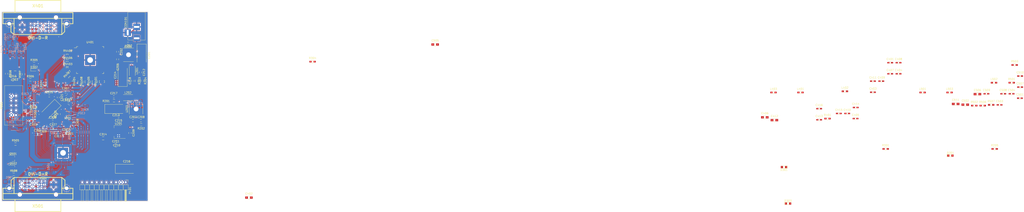
<source format=kicad_pcb>
(kicad_pcb (version 20160815) (host pcbnew "(2017-01-20 revision 2de913797)-master")

  (general
    (links 511)
    (no_connects 225)
    (area 12.949999 12.949999 90.050001 113.050001)
    (thickness 1.6)
    (drawings 4)
    (tracks 3414)
    (zones 0)
    (modules 139)
    (nets 227)
  )

  (page A4)
  (layers
    (0 F.Cu signal)
    (1 In1.Cu signal)
    (2 In2.Cu signal)
    (31 B.Cu signal)
    (32 B.Adhes user)
    (33 F.Adhes user)
    (34 B.Paste user)
    (35 F.Paste user)
    (36 B.SilkS user)
    (37 F.SilkS user)
    (38 B.Mask user)
    (39 F.Mask user)
    (40 Dwgs.User user)
    (41 Cmts.User user)
    (42 Eco1.User user)
    (43 Eco2.User user)
    (44 Edge.Cuts user)
    (45 Margin user)
    (46 B.CrtYd user)
    (47 F.CrtYd user)
    (48 B.Fab user hide)
    (49 F.Fab user hide)
  )

  (setup
    (last_trace_width 0.2)
    (user_trace_width 0.16)
    (user_trace_width 0.25)
    (user_trace_width 0.4)
    (user_trace_width 0.6)
    (user_trace_width 1.5)
    (trace_clearance 0.16)
    (zone_clearance 0.18)
    (zone_45_only no)
    (trace_min 0.16)
    (segment_width 0.2)
    (edge_width 0.1)
    (via_size 0.5)
    (via_drill 0.3)
    (via_min_size 0.5)
    (via_min_drill 0.3)
    (user_via 0.5 0.3)
    (user_via 0.8 0.5)
    (user_via 2.8 2.5)
    (uvia_size 0.3)
    (uvia_drill 0.1)
    (uvias_allowed no)
    (uvia_min_size 0.2)
    (uvia_min_drill 0.1)
    (pcb_text_width 0.3)
    (pcb_text_size 1.5 1.5)
    (mod_edge_width 0.15)
    (mod_text_size 1 1)
    (mod_text_width 0.15)
    (pad_size 1.5 1.5)
    (pad_drill 0.6)
    (pad_to_mask_clearance 0.2)
    (solder_mask_min_width 0.16)
    (aux_axis_origin 0 0)
    (visible_elements FFFFFF7F)
    (pcbplotparams
      (layerselection 0x00030_ffffffff)
      (usegerberextensions false)
      (excludeedgelayer true)
      (linewidth 0.100000)
      (plotframeref false)
      (viasonmask false)
      (mode 1)
      (useauxorigin false)
      (hpglpennumber 1)
      (hpglpenspeed 20)
      (hpglpendiameter 15)
      (psnegative false)
      (psa4output false)
      (plotreference true)
      (plotvalue true)
      (plotinvisibletext false)
      (padsonsilk false)
      (subtractmaskfromsilk false)
      (outputformat 1)
      (mirror false)
      (drillshape 1)
      (scaleselection 1)
      (outputdirectory ""))
  )

  (net 0 "")
  (net 1 GND)
  (net 2 /power/VIN)
  (net 3 +2V5)
  (net 4 +3V3)
  (net 5 +1V2)
  (net 6 "Net-(C217-Pad2)")
  (net 7 "Net-(C218-Pad2)")
  (net 8 +V_IO)
  (net 9 /dvi_in/PVDD)
  (net 10 /dvi_in/DVDD)
  (net 11 /dvi_in/AVDD)
  (net 12 +5V)
  (net 13 /dvi_out/TVDD)
  (net 14 /dvi_out/DVDD)
  (net 15 /dvi_out/PVDD)
  (net 16 "Net-(D201-Pad1)")
  (net 17 "Net-(D301-Pad1)")
  (net 18 "Net-(D301-Pad2)")
  (net 19 "Net-(D302-Pad2)")
  (net 20 "Net-(D302-Pad1)")
  (net 21 "Net-(D303-Pad1)")
  (net 22 "Net-(D303-Pad2)")
  (net 23 "Net-(F501-Pad1)")
  (net 24 /GPIO7)
  (net 25 /GPIO6)
  (net 26 /GPIO5)
  (net 27 /GPIO4)
  (net 28 /GPIO3)
  (net 29 /GPIO2)
  (net 30 /GPIO1)
  (net 31 /GPIO0)
  (net 32 "Net-(P301-Pad9)")
  (net 33 "Net-(P301-Pad8)")
  (net 34 "Net-(P301-Pad7)")
  (net 35 "Net-(P301-Pad6)")
  (net 36 "Net-(P301-Pad5)")
  (net 37 "Net-(P301-Pad3)")
  (net 38 "Net-(P301-Pad1)")
  (net 39 /dvi_in/DDCDAT_)
  (net 40 /dvi_in/DDCDAT_IN)
  (net 41 /dvi_in/DDCCLK_IN)
  (net 42 /dvi_in/DDCCLK_)
  (net 43 /dvi_out/DDCDAT_)
  (net 44 /dvi_out/DDCDAT)
  (net 45 /dvi_out/DDCCLK)
  (net 46 /dvi_out/DDCCLK_)
  (net 47 "Net-(R301-Pad1)")
  (net 48 "Net-(R302-Pad1)")
  (net 49 "Net-(R303-Pad1)")
  (net 50 "Net-(R307-Pad2)")
  (net 51 /fpga/CLK50)
  (net 52 /dvi_out/TXCLK+)
  (net 53 "Net-(R308-Pad1)")
  (net 54 /dvi_in/HOTPLUG)
  (net 55 "Net-(R501-Pad1)")
  (net 56 /dvi_out/MSEN)
  (net 57 "Net-(R503-Pad2)")
  (net 58 /dvi_out/HOTPLUG)
  (net 59 "Net-(R504-Pad1)")
  (net 60 /dvi_out/VSYNC)
  (net 61 /dvi_out/HSYNC)
  (net 62 /dvi_out/DE)
  (net 63 /dvi_out/CTL3)
  (net 64 /dvi_out/CTL2)
  (net 65 /dvi_out/CTL1)
  (net 66 "Net-(RN401-Pad7)")
  (net 67 "Net-(RN401-Pad6)")
  (net 68 "Net-(RN401-Pad5)")
  (net 69 "Net-(RN401-Pad8)")
  (net 70 "Net-(RN401-Pad4)")
  (net 71 /dvi_in/HSYNC)
  (net 72 /dvi_in/VSYNC)
  (net 73 /dvi_in/DE)
  (net 74 "Net-(RN402-Pad7)")
  (net 75 "Net-(RN402-Pad6)")
  (net 76 "Net-(RN402-Pad5)")
  (net 77 "Net-(RN402-Pad8)")
  (net 78 /dvi_in/DATI3)
  (net 79 /dvi_in/DATI2)
  (net 80 /dvi_in/DATI1)
  (net 81 /dvi_in/DATI0)
  (net 82 "Net-(RN403-Pad7)")
  (net 83 "Net-(RN403-Pad6)")
  (net 84 "Net-(RN403-Pad5)")
  (net 85 "Net-(RN403-Pad8)")
  (net 86 /dvi_in/DATI11)
  (net 87 /dvi_in/DATI10)
  (net 88 /dvi_in/DATI9)
  (net 89 /dvi_in/DATI8)
  (net 90 "Net-(RN404-Pad7)")
  (net 91 "Net-(RN404-Pad6)")
  (net 92 "Net-(RN404-Pad5)")
  (net 93 "Net-(RN404-Pad8)")
  (net 94 /dvi_in/DATI19)
  (net 95 /dvi_in/DATI18)
  (net 96 /dvi_in/DATI17)
  (net 97 /dvi_in/DATI16)
  (net 98 /dvi_in/CTL1)
  (net 99 /dvi_in/CTL2)
  (net 100 /dvi_in/CTL3)
  (net 101 /fpga/CLKIN)
  (net 102 "Net-(RN405-Pad8)")
  (net 103 "Net-(RN405-Pad5)")
  (net 104 "Net-(RN405-Pad6)")
  (net 105 "Net-(RN405-Pad7)")
  (net 106 /dvi_in/DATI4)
  (net 107 /dvi_in/DATI5)
  (net 108 /dvi_in/DATI6)
  (net 109 /dvi_in/DATI7)
  (net 110 "Net-(RN406-Pad8)")
  (net 111 "Net-(RN406-Pad5)")
  (net 112 "Net-(RN406-Pad6)")
  (net 113 "Net-(RN406-Pad7)")
  (net 114 /dvi_in/DATI12)
  (net 115 /dvi_in/DATI13)
  (net 116 /dvi_in/DATI14)
  (net 117 /dvi_in/DATI15)
  (net 118 "Net-(RN407-Pad8)")
  (net 119 "Net-(RN407-Pad5)")
  (net 120 "Net-(RN407-Pad6)")
  (net 121 "Net-(RN407-Pad7)")
  (net 122 /dvi_in/DATI20)
  (net 123 /dvi_in/DATI21)
  (net 124 /dvi_in/DATI22)
  (net 125 /dvi_in/DATI23)
  (net 126 "Net-(RN408-Pad8)")
  (net 127 "Net-(RN408-Pad5)")
  (net 128 "Net-(RN408-Pad6)")
  (net 129 "Net-(RN408-Pad7)")
  (net 130 "Net-(U202-Pad3)")
  (net 131 "Net-(L201-Pad1)")
  (net 132 "Net-(L202-Pad1)")
  (net 133 "Net-(U203-Pad3)")
  (net 134 /fpga/DCLK)
  (net 135 /fpga/ASDI)
  (net 136 /fpga/DATA)
  (net 137 /fpga/nCS)
  (net 138 /dvi_out/DATO23)
  (net 139 /dvi_out/DATO22)
  (net 140 /dvi_out/DATO21)
  (net 141 /dvi_out/DATO20)
  (net 142 /dvi_out/DATO19)
  (net 143 /dvi_out/DATO18)
  (net 144 /dvi_out/DATO17)
  (net 145 /dvi_out/DATO16)
  (net 146 /dvi_out/DATO15)
  (net 147 /dvi_out/DATO14)
  (net 148 /dvi_out/DATO13)
  (net 149 /dvi_out/DATO12)
  (net 150 "Net-(U302-Pad127)")
  (net 151 /dvi_out/DATO11)
  (net 152 /dvi_out/DATO10)
  (net 153 /dvi_out/DATO9)
  (net 154 /dvi_out/DATO8)
  (net 155 /dvi_out/DATO7)
  (net 156 /dvi_out/DATO6)
  (net 157 /dvi_out/DATO5)
  (net 158 /dvi_out/DATO4)
  (net 159 /dvi_out/DATO3)
  (net 160 /dvi_out/DATO2)
  (net 161 /dvi_out/DATO1)
  (net 162 /dvi_out/DATO0)
  (net 163 "Net-(U302-Pad99)")
  (net 164 "Net-(U302-Pad84)")
  (net 165 "Net-(U302-Pad83)")
  (net 166 /dvi_in/LINK_ACT)
  (net 167 /dvi_in/PDOWN)
  (net 168 /dvi_out/EDGE)
  (net 169 /dvi_out/DKEN)
  (net 170 "Net-(U303-Pad1)")
  (net 171 "Net-(U401-Pad96)")
  (net 172 /dvi_in/RxC-)
  (net 173 /dvi_in/RxC+)
  (net 174 /dvi_in/Rx0-)
  (net 175 /dvi_in/Rx0+)
  (net 176 /dvi_in/Rx1-)
  (net 177 /dvi_in/Rx1+)
  (net 178 /dvi_in/Rx2-)
  (net 179 /dvi_in/Rx2+)
  (net 180 "Net-(U401-Pad77)")
  (net 181 "Net-(U401-Pad75)")
  (net 182 "Net-(U401-Pad74)")
  (net 183 "Net-(U401-Pad73)")
  (net 184 "Net-(U401-Pad72)")
  (net 185 "Net-(U401-Pad71)")
  (net 186 "Net-(U401-Pad70)")
  (net 187 "Net-(U401-Pad69)")
  (net 188 "Net-(U401-Pad66)")
  (net 189 "Net-(U401-Pad65)")
  (net 190 "Net-(U401-Pad64)")
  (net 191 "Net-(U401-Pad63)")
  (net 192 "Net-(U401-Pad62)")
  (net 193 "Net-(U401-Pad61)")
  (net 194 "Net-(U401-Pad60)")
  (net 195 "Net-(U401-Pad59)")
  (net 196 "Net-(U401-Pad56)")
  (net 197 "Net-(U401-Pad55)")
  (net 198 "Net-(U401-Pad54)")
  (net 199 "Net-(U401-Pad53)")
  (net 200 "Net-(U401-Pad52)")
  (net 201 "Net-(U401-Pad51)")
  (net 202 "Net-(U401-Pad50)")
  (net 203 "Net-(U401-Pad49)")
  (net 204 /dvi_out/TXC-)
  (net 205 /dvi_out/TXC+)
  (net 206 /dvi_out/TX0-)
  (net 207 /dvi_out/TX0+)
  (net 208 /dvi_out/TX1-)
  (net 209 /dvi_out/TX1+)
  (net 210 /dvi_out/TX2-)
  (net 211 /dvi_out/TX2+)
  (net 212 "Net-(U501-Pad49)")
  (net 213 "Net-(X401-Pad4)")
  (net 214 "Net-(X401-Pad5)")
  (net 215 "Net-(X401-Pad12)")
  (net 216 "Net-(X401-Pad13)")
  (net 217 "Net-(X401-Pad20)")
  (net 218 "Net-(X401-Pad21)")
  (net 219 "Net-(X401-Pad8)")
  (net 220 "Net-(X501-Pad8)")
  (net 221 "Net-(X501-Pad21)")
  (net 222 "Net-(X501-Pad20)")
  (net 223 "Net-(X501-Pad13)")
  (net 224 "Net-(X501-Pad12)")
  (net 225 "Net-(X501-Pad5)")
  (net 226 "Net-(X501-Pad4)")

  (net_class Default "This is the default net class."
    (clearance 0.16)
    (trace_width 0.2)
    (via_dia 0.5)
    (via_drill 0.3)
    (uvia_dia 0.3)
    (uvia_drill 0.1)
    (diff_pair_gap 0.2)
    (diff_pair_width 0.16)
    (add_net +1V2)
    (add_net +2V5)
    (add_net +3V3)
    (add_net +5V)
    (add_net +V_IO)
    (add_net /GPIO0)
    (add_net /GPIO1)
    (add_net /GPIO2)
    (add_net /GPIO3)
    (add_net /GPIO4)
    (add_net /GPIO5)
    (add_net /GPIO6)
    (add_net /GPIO7)
    (add_net /dvi_in/AVDD)
    (add_net /dvi_in/CTL1)
    (add_net /dvi_in/CTL2)
    (add_net /dvi_in/CTL3)
    (add_net /dvi_in/DATI0)
    (add_net /dvi_in/DATI1)
    (add_net /dvi_in/DATI10)
    (add_net /dvi_in/DATI11)
    (add_net /dvi_in/DATI12)
    (add_net /dvi_in/DATI13)
    (add_net /dvi_in/DATI14)
    (add_net /dvi_in/DATI15)
    (add_net /dvi_in/DATI16)
    (add_net /dvi_in/DATI17)
    (add_net /dvi_in/DATI18)
    (add_net /dvi_in/DATI19)
    (add_net /dvi_in/DATI2)
    (add_net /dvi_in/DATI20)
    (add_net /dvi_in/DATI21)
    (add_net /dvi_in/DATI22)
    (add_net /dvi_in/DATI23)
    (add_net /dvi_in/DATI3)
    (add_net /dvi_in/DATI4)
    (add_net /dvi_in/DATI5)
    (add_net /dvi_in/DATI6)
    (add_net /dvi_in/DATI7)
    (add_net /dvi_in/DATI8)
    (add_net /dvi_in/DATI9)
    (add_net /dvi_in/DDCCLK_)
    (add_net /dvi_in/DDCCLK_IN)
    (add_net /dvi_in/DDCDAT_)
    (add_net /dvi_in/DDCDAT_IN)
    (add_net /dvi_in/DE)
    (add_net /dvi_in/DVDD)
    (add_net /dvi_in/HOTPLUG)
    (add_net /dvi_in/HSYNC)
    (add_net /dvi_in/LINK_ACT)
    (add_net /dvi_in/PDOWN)
    (add_net /dvi_in/PVDD)
    (add_net /dvi_in/Rx0+)
    (add_net /dvi_in/Rx0-)
    (add_net /dvi_in/Rx1+)
    (add_net /dvi_in/Rx1-)
    (add_net /dvi_in/Rx2+)
    (add_net /dvi_in/Rx2-)
    (add_net /dvi_in/RxC+)
    (add_net /dvi_in/RxC-)
    (add_net /dvi_in/VSYNC)
    (add_net /dvi_out/CTL1)
    (add_net /dvi_out/CTL2)
    (add_net /dvi_out/CTL3)
    (add_net /dvi_out/DATO0)
    (add_net /dvi_out/DATO1)
    (add_net /dvi_out/DATO10)
    (add_net /dvi_out/DATO11)
    (add_net /dvi_out/DATO12)
    (add_net /dvi_out/DATO13)
    (add_net /dvi_out/DATO14)
    (add_net /dvi_out/DATO15)
    (add_net /dvi_out/DATO16)
    (add_net /dvi_out/DATO17)
    (add_net /dvi_out/DATO18)
    (add_net /dvi_out/DATO19)
    (add_net /dvi_out/DATO2)
    (add_net /dvi_out/DATO20)
    (add_net /dvi_out/DATO21)
    (add_net /dvi_out/DATO22)
    (add_net /dvi_out/DATO23)
    (add_net /dvi_out/DATO3)
    (add_net /dvi_out/DATO4)
    (add_net /dvi_out/DATO5)
    (add_net /dvi_out/DATO6)
    (add_net /dvi_out/DATO7)
    (add_net /dvi_out/DATO8)
    (add_net /dvi_out/DATO9)
    (add_net /dvi_out/DDCCLK)
    (add_net /dvi_out/DDCCLK_)
    (add_net /dvi_out/DDCDAT)
    (add_net /dvi_out/DDCDAT_)
    (add_net /dvi_out/DE)
    (add_net /dvi_out/DKEN)
    (add_net /dvi_out/DVDD)
    (add_net /dvi_out/EDGE)
    (add_net /dvi_out/HOTPLUG)
    (add_net /dvi_out/HSYNC)
    (add_net /dvi_out/MSEN)
    (add_net /dvi_out/PVDD)
    (add_net /dvi_out/TVDD)
    (add_net /dvi_out/TX0+)
    (add_net /dvi_out/TX0-)
    (add_net /dvi_out/TX1+)
    (add_net /dvi_out/TX1-)
    (add_net /dvi_out/TX2+)
    (add_net /dvi_out/TX2-)
    (add_net /dvi_out/TXC+)
    (add_net /dvi_out/TXC-)
    (add_net /dvi_out/TXCLK+)
    (add_net /dvi_out/VSYNC)
    (add_net /fpga/ASDI)
    (add_net /fpga/CLK50)
    (add_net /fpga/CLKIN)
    (add_net /fpga/DATA)
    (add_net /fpga/DCLK)
    (add_net /fpga/nCS)
    (add_net /power/VIN)
    (add_net GND)
    (add_net "Net-(C217-Pad2)")
    (add_net "Net-(C218-Pad2)")
    (add_net "Net-(D201-Pad1)")
    (add_net "Net-(D301-Pad1)")
    (add_net "Net-(D301-Pad2)")
    (add_net "Net-(D302-Pad1)")
    (add_net "Net-(D302-Pad2)")
    (add_net "Net-(D303-Pad1)")
    (add_net "Net-(D303-Pad2)")
    (add_net "Net-(F501-Pad1)")
    (add_net "Net-(L201-Pad1)")
    (add_net "Net-(L202-Pad1)")
    (add_net "Net-(P301-Pad1)")
    (add_net "Net-(P301-Pad3)")
    (add_net "Net-(P301-Pad5)")
    (add_net "Net-(P301-Pad6)")
    (add_net "Net-(P301-Pad7)")
    (add_net "Net-(P301-Pad8)")
    (add_net "Net-(P301-Pad9)")
    (add_net "Net-(R301-Pad1)")
    (add_net "Net-(R302-Pad1)")
    (add_net "Net-(R303-Pad1)")
    (add_net "Net-(R307-Pad2)")
    (add_net "Net-(R308-Pad1)")
    (add_net "Net-(R501-Pad1)")
    (add_net "Net-(R503-Pad2)")
    (add_net "Net-(R504-Pad1)")
    (add_net "Net-(RN401-Pad4)")
    (add_net "Net-(RN401-Pad5)")
    (add_net "Net-(RN401-Pad6)")
    (add_net "Net-(RN401-Pad7)")
    (add_net "Net-(RN401-Pad8)")
    (add_net "Net-(RN402-Pad5)")
    (add_net "Net-(RN402-Pad6)")
    (add_net "Net-(RN402-Pad7)")
    (add_net "Net-(RN402-Pad8)")
    (add_net "Net-(RN403-Pad5)")
    (add_net "Net-(RN403-Pad6)")
    (add_net "Net-(RN403-Pad7)")
    (add_net "Net-(RN403-Pad8)")
    (add_net "Net-(RN404-Pad5)")
    (add_net "Net-(RN404-Pad6)")
    (add_net "Net-(RN404-Pad7)")
    (add_net "Net-(RN404-Pad8)")
    (add_net "Net-(RN405-Pad5)")
    (add_net "Net-(RN405-Pad6)")
    (add_net "Net-(RN405-Pad7)")
    (add_net "Net-(RN405-Pad8)")
    (add_net "Net-(RN406-Pad5)")
    (add_net "Net-(RN406-Pad6)")
    (add_net "Net-(RN406-Pad7)")
    (add_net "Net-(RN406-Pad8)")
    (add_net "Net-(RN407-Pad5)")
    (add_net "Net-(RN407-Pad6)")
    (add_net "Net-(RN407-Pad7)")
    (add_net "Net-(RN407-Pad8)")
    (add_net "Net-(RN408-Pad5)")
    (add_net "Net-(RN408-Pad6)")
    (add_net "Net-(RN408-Pad7)")
    (add_net "Net-(RN408-Pad8)")
    (add_net "Net-(U202-Pad3)")
    (add_net "Net-(U203-Pad3)")
    (add_net "Net-(U302-Pad127)")
    (add_net "Net-(U302-Pad83)")
    (add_net "Net-(U302-Pad84)")
    (add_net "Net-(U302-Pad99)")
    (add_net "Net-(U303-Pad1)")
    (add_net "Net-(U401-Pad49)")
    (add_net "Net-(U401-Pad50)")
    (add_net "Net-(U401-Pad51)")
    (add_net "Net-(U401-Pad52)")
    (add_net "Net-(U401-Pad53)")
    (add_net "Net-(U401-Pad54)")
    (add_net "Net-(U401-Pad55)")
    (add_net "Net-(U401-Pad56)")
    (add_net "Net-(U401-Pad59)")
    (add_net "Net-(U401-Pad60)")
    (add_net "Net-(U401-Pad61)")
    (add_net "Net-(U401-Pad62)")
    (add_net "Net-(U401-Pad63)")
    (add_net "Net-(U401-Pad64)")
    (add_net "Net-(U401-Pad65)")
    (add_net "Net-(U401-Pad66)")
    (add_net "Net-(U401-Pad69)")
    (add_net "Net-(U401-Pad70)")
    (add_net "Net-(U401-Pad71)")
    (add_net "Net-(U401-Pad72)")
    (add_net "Net-(U401-Pad73)")
    (add_net "Net-(U401-Pad74)")
    (add_net "Net-(U401-Pad75)")
    (add_net "Net-(U401-Pad77)")
    (add_net "Net-(U401-Pad96)")
    (add_net "Net-(U501-Pad49)")
    (add_net "Net-(X401-Pad12)")
    (add_net "Net-(X401-Pad13)")
    (add_net "Net-(X401-Pad20)")
    (add_net "Net-(X401-Pad21)")
    (add_net "Net-(X401-Pad4)")
    (add_net "Net-(X401-Pad5)")
    (add_net "Net-(X401-Pad8)")
    (add_net "Net-(X501-Pad12)")
    (add_net "Net-(X501-Pad13)")
    (add_net "Net-(X501-Pad20)")
    (add_net "Net-(X501-Pad21)")
    (add_net "Net-(X501-Pad4)")
    (add_net "Net-(X501-Pad5)")
    (add_net "Net-(X501-Pad8)")
  )

  (module Inductors:Inductor_Taiyo-Yuden_NR-30xx_HandSoldering (layer F.Cu) (tedit 574C3AE3) (tstamp 587BC89E)
    (at 79.48 58.38 180)
    (descr "Inductor, Taiyo Yuden, NR series, Taiyo-Yuden_NR-30xx, 3.0mmx3.0mm")
    (tags "inductor taiyo-yuden nr smd")
    (path /5839A46D/587999C1)
    (attr smd)
    (fp_text reference L202 (at 0.05 2.69 180) (layer F.SilkS)
      (effects (font (size 1 1) (thickness 0.15)))
    )
    (fp_text value 490nH-1uH (at 0 3 180) (layer F.Fab)
      (effects (font (size 1 1) (thickness 0.15)))
    )
    (fp_line (start -1.5 0) (end -1.5 -0.95) (layer F.Fab) (width 0.15))
    (fp_line (start -1.5 -0.95) (end -0.95 -1.5) (layer F.Fab) (width 0.15))
    (fp_line (start -0.95 -1.5) (end 0 -1.5) (layer F.Fab) (width 0.15))
    (fp_line (start 1.5 0) (end 1.5 -0.95) (layer F.Fab) (width 0.15))
    (fp_line (start 1.5 -0.95) (end 0.95 -1.5) (layer F.Fab) (width 0.15))
    (fp_line (start 0.95 -1.5) (end 0 -1.5) (layer F.Fab) (width 0.15))
    (fp_line (start 1.5 0) (end 1.5 0.95) (layer F.Fab) (width 0.15))
    (fp_line (start 1.5 0.95) (end 0.95 1.5) (layer F.Fab) (width 0.15))
    (fp_line (start 0.95 1.5) (end 0 1.5) (layer F.Fab) (width 0.15))
    (fp_line (start -1.5 0) (end -1.5 0.95) (layer F.Fab) (width 0.15))
    (fp_line (start -1.5 0.95) (end -0.95 1.5) (layer F.Fab) (width 0.15))
    (fp_line (start -0.95 1.5) (end 0 1.5) (layer F.Fab) (width 0.15))
    (fp_line (start -2.5 -1.6) (end 2.5 -1.6) (layer F.SilkS) (width 0.15))
    (fp_line (start -2.5 1.6) (end 2.5 1.6) (layer F.SilkS) (width 0.15))
    (fp_line (start -2.75 -1.8) (end -2.75 1.8) (layer F.CrtYd) (width 0.05))
    (fp_line (start -2.75 1.8) (end 2.75 1.8) (layer F.CrtYd) (width 0.05))
    (fp_line (start 2.75 1.8) (end 2.75 -1.8) (layer F.CrtYd) (width 0.05))
    (fp_line (start 2.75 -1.8) (end -2.75 -1.8) (layer F.CrtYd) (width 0.05))
    (pad 1 smd rect (at -1.6 0 180) (size 1.8 2.9) (layers F.Cu F.Paste F.Mask)
      (net 132 "Net-(L202-Pad1)"))
    (pad 2 smd rect (at 1.6 0 180) (size 1.8 2.9) (layers F.Cu F.Paste F.Mask)
      (net 5 +1V2))
    (model Inductors.3dshapes/Inductor_Taiyo-Yuden_NR-30xx.wrl
      (at (xyz 0 0 0))
      (scale (xyz 1 1 1))
      (rotate (xyz 0 0 0))
    )
  )

  (module Capacitors_Tantalum_SMD:Tantalum_Case-D_EIA-7343-31_Hand (layer F.Cu) (tedit 57B6E980) (tstamp 58797C0F)
    (at 86.6 35.97 270)
    (descr "Tantalum capacitor, Case D, EIA 7343-31, 7.3x4.3x2.8mm, Hand soldering footprint")
    (tags "capacitor tantalum smd")
    (path /5839A46D/58797306)
    (attr smd)
    (fp_text reference C201 (at 0 -3.9 270) (layer F.SilkS)
      (effects (font (size 1 1) (thickness 0.15)))
    )
    (fp_text value 100u (at 0 3.9 270) (layer F.Fab)
      (effects (font (size 1 1) (thickness 0.15)))
    )
    (fp_line (start -5.95 -2.4) (end -5.95 2.4) (layer F.SilkS) (width 0.15))
    (fp_line (start -5.95 2.4) (end 3.65 2.4) (layer F.SilkS) (width 0.15))
    (fp_line (start -5.95 -2.4) (end 3.65 -2.4) (layer F.SilkS) (width 0.15))
    (fp_line (start -2.555 -2.15) (end -2.555 2.15) (layer F.Fab) (width 0.15))
    (fp_line (start -2.92 -2.15) (end -2.92 2.15) (layer F.Fab) (width 0.15))
    (fp_line (start 3.65 -2.15) (end -3.65 -2.15) (layer F.Fab) (width 0.15))
    (fp_line (start 3.65 2.15) (end 3.65 -2.15) (layer F.Fab) (width 0.15))
    (fp_line (start -3.65 2.15) (end 3.65 2.15) (layer F.Fab) (width 0.15))
    (fp_line (start -3.65 -2.15) (end -3.65 2.15) (layer F.Fab) (width 0.15))
    (fp_line (start 6.05 -2.5) (end -6.05 -2.5) (layer F.CrtYd) (width 0.05))
    (fp_line (start 6.05 2.5) (end 6.05 -2.5) (layer F.CrtYd) (width 0.05))
    (fp_line (start -6.05 2.5) (end 6.05 2.5) (layer F.CrtYd) (width 0.05))
    (fp_line (start -6.05 -2.5) (end -6.05 2.5) (layer F.CrtYd) (width 0.05))
    (pad 2 smd rect (at 3.775 0 270) (size 3.75 2.7) (layers F.Cu F.Paste F.Mask)
      (net 1 GND))
    (pad 1 smd rect (at -3.775 0 270) (size 3.75 2.7) (layers F.Cu F.Paste F.Mask)
      (net 2 /power/VIN))
    (model Capacitors_Tantalum_SMD.3dshapes/Tantalum_Case-D_EIA-7343-31.wrl
      (at (xyz 0 0 0))
      (scale (xyz 1 1 1))
      (rotate (xyz 0 0 0))
    )
  )

  (module Capacitors_SMD:C_0603_HandSoldering (layer F.Cu) (tedit 541A9B4D) (tstamp 58797C1F)
    (at 74.02 34.11 270)
    (descr "Capacitor SMD 0603, hand soldering")
    (tags "capacitor 0603")
    (path /5839A46D/5879A330)
    (attr smd)
    (fp_text reference C202 (at 0 -1.9 270) (layer F.SilkS)
      (effects (font (size 1 1) (thickness 0.15)))
    )
    (fp_text value 100n (at 0 1.9 270) (layer F.Fab)
      (effects (font (size 1 1) (thickness 0.15)))
    )
    (fp_line (start -0.8 0.4) (end -0.8 -0.4) (layer F.Fab) (width 0.15))
    (fp_line (start 0.8 0.4) (end -0.8 0.4) (layer F.Fab) (width 0.15))
    (fp_line (start 0.8 -0.4) (end 0.8 0.4) (layer F.Fab) (width 0.15))
    (fp_line (start -0.8 -0.4) (end 0.8 -0.4) (layer F.Fab) (width 0.15))
    (fp_line (start -1.85 -0.75) (end 1.85 -0.75) (layer F.CrtYd) (width 0.05))
    (fp_line (start -1.85 0.75) (end 1.85 0.75) (layer F.CrtYd) (width 0.05))
    (fp_line (start -1.85 -0.75) (end -1.85 0.75) (layer F.CrtYd) (width 0.05))
    (fp_line (start 1.85 -0.75) (end 1.85 0.75) (layer F.CrtYd) (width 0.05))
    (fp_line (start -0.35 -0.6) (end 0.35 -0.6) (layer F.SilkS) (width 0.15))
    (fp_line (start 0.35 0.6) (end -0.35 0.6) (layer F.SilkS) (width 0.15))
    (pad 1 smd rect (at -0.95 0 270) (size 1.2 0.75) (layers F.Cu F.Paste F.Mask)
      (net 2 /power/VIN))
    (pad 2 smd rect (at 0.95 0 270) (size 1.2 0.75) (layers F.Cu F.Paste F.Mask)
      (net 1 GND))
    (model Capacitors_SMD.3dshapes/C_0603_HandSoldering.wrl
      (at (xyz 0 0 0))
      (scale (xyz 1 1 1))
      (rotate (xyz 0 0 0))
    )
  )

  (module Capacitors_SMD:C_0603_HandSoldering (layer B.Cu) (tedit 541A9B4D) (tstamp 58797C2F)
    (at 81.67 61.6 270)
    (descr "Capacitor SMD 0603, hand soldering")
    (tags "capacitor 0603")
    (path /5839A46D/58797543)
    (attr smd)
    (fp_text reference C203 (at 0 1.9 270) (layer B.SilkS)
      (effects (font (size 1 1) (thickness 0.15)) (justify mirror))
    )
    (fp_text value 100n (at 0 -1.9 270) (layer B.Fab)
      (effects (font (size 1 1) (thickness 0.15)) (justify mirror))
    )
    (fp_line (start 0.35 -0.6) (end -0.35 -0.6) (layer B.SilkS) (width 0.15))
    (fp_line (start -0.35 0.6) (end 0.35 0.6) (layer B.SilkS) (width 0.15))
    (fp_line (start 1.85 0.75) (end 1.85 -0.75) (layer B.CrtYd) (width 0.05))
    (fp_line (start -1.85 0.75) (end -1.85 -0.75) (layer B.CrtYd) (width 0.05))
    (fp_line (start -1.85 -0.75) (end 1.85 -0.75) (layer B.CrtYd) (width 0.05))
    (fp_line (start -1.85 0.75) (end 1.85 0.75) (layer B.CrtYd) (width 0.05))
    (fp_line (start -0.8 0.4) (end 0.8 0.4) (layer B.Fab) (width 0.15))
    (fp_line (start 0.8 0.4) (end 0.8 -0.4) (layer B.Fab) (width 0.15))
    (fp_line (start 0.8 -0.4) (end -0.8 -0.4) (layer B.Fab) (width 0.15))
    (fp_line (start -0.8 -0.4) (end -0.8 0.4) (layer B.Fab) (width 0.15))
    (pad 2 smd rect (at 0.95 0 270) (size 1.2 0.75) (layers B.Cu B.Paste B.Mask)
      (net 1 GND))
    (pad 1 smd rect (at -0.95 0 270) (size 1.2 0.75) (layers B.Cu B.Paste B.Mask)
      (net 2 /power/VIN))
    (model Capacitors_SMD.3dshapes/C_0603_HandSoldering.wrl
      (at (xyz 0 0 0))
      (scale (xyz 1 1 1))
      (rotate (xyz 0 0 0))
    )
  )

  (module Capacitors_SMD:C_0805_HandSoldering (layer B.Cu) (tedit 541A9B8D) (tstamp 58797C3F)
    (at 86.19 61.44 270)
    (descr "Capacitor SMD 0805, hand soldering")
    (tags "capacitor 0805")
    (path /5839A46D/58797422)
    (attr smd)
    (fp_text reference C204 (at 0 2.1 270) (layer B.SilkS)
      (effects (font (size 1 1) (thickness 0.15)) (justify mirror))
    )
    (fp_text value 10u (at 0 -2.1 270) (layer B.Fab)
      (effects (font (size 1 1) (thickness 0.15)) (justify mirror))
    )
    (fp_line (start -1 -0.625) (end -1 0.625) (layer B.Fab) (width 0.15))
    (fp_line (start 1 -0.625) (end -1 -0.625) (layer B.Fab) (width 0.15))
    (fp_line (start 1 0.625) (end 1 -0.625) (layer B.Fab) (width 0.15))
    (fp_line (start -1 0.625) (end 1 0.625) (layer B.Fab) (width 0.15))
    (fp_line (start -2.3 1) (end 2.3 1) (layer B.CrtYd) (width 0.05))
    (fp_line (start -2.3 -1) (end 2.3 -1) (layer B.CrtYd) (width 0.05))
    (fp_line (start -2.3 1) (end -2.3 -1) (layer B.CrtYd) (width 0.05))
    (fp_line (start 2.3 1) (end 2.3 -1) (layer B.CrtYd) (width 0.05))
    (fp_line (start 0.5 0.85) (end -0.5 0.85) (layer B.SilkS) (width 0.15))
    (fp_line (start -0.5 -0.85) (end 0.5 -0.85) (layer B.SilkS) (width 0.15))
    (pad 1 smd rect (at -1.25 0 270) (size 1.5 1.25) (layers B.Cu B.Paste B.Mask)
      (net 2 /power/VIN))
    (pad 2 smd rect (at 1.25 0 270) (size 1.5 1.25) (layers B.Cu B.Paste B.Mask)
      (net 1 GND))
    (model Capacitors_SMD.3dshapes/C_0805_HandSoldering.wrl
      (at (xyz 0 0 0))
      (scale (xyz 1 1 1))
      (rotate (xyz 0 0 0))
    )
  )

  (module Capacitors_SMD:C_0603_HandSoldering (layer F.Cu) (tedit 541A9B4D) (tstamp 58797C4F)
    (at 79.44 29.61 180)
    (descr "Capacitor SMD 0603, hand soldering")
    (tags "capacitor 0603")
    (path /5839A46D/5879A32A)
    (attr smd)
    (fp_text reference C205 (at 0 -1.9 180) (layer F.SilkS)
      (effects (font (size 1 1) (thickness 0.15)))
    )
    (fp_text value 100n (at 0 1.9 180) (layer F.Fab)
      (effects (font (size 1 1) (thickness 0.15)))
    )
    (fp_line (start 0.35 0.6) (end -0.35 0.6) (layer F.SilkS) (width 0.15))
    (fp_line (start -0.35 -0.6) (end 0.35 -0.6) (layer F.SilkS) (width 0.15))
    (fp_line (start 1.85 -0.75) (end 1.85 0.75) (layer F.CrtYd) (width 0.05))
    (fp_line (start -1.85 -0.75) (end -1.85 0.75) (layer F.CrtYd) (width 0.05))
    (fp_line (start -1.85 0.75) (end 1.85 0.75) (layer F.CrtYd) (width 0.05))
    (fp_line (start -1.85 -0.75) (end 1.85 -0.75) (layer F.CrtYd) (width 0.05))
    (fp_line (start -0.8 -0.4) (end 0.8 -0.4) (layer F.Fab) (width 0.15))
    (fp_line (start 0.8 -0.4) (end 0.8 0.4) (layer F.Fab) (width 0.15))
    (fp_line (start 0.8 0.4) (end -0.8 0.4) (layer F.Fab) (width 0.15))
    (fp_line (start -0.8 0.4) (end -0.8 -0.4) (layer F.Fab) (width 0.15))
    (pad 2 smd rect (at 0.95 0 180) (size 1.2 0.75) (layers F.Cu F.Paste F.Mask)
      (net 1 GND))
    (pad 1 smd rect (at -0.95 0 180) (size 1.2 0.75) (layers F.Cu F.Paste F.Mask)
      (net 2 /power/VIN))
    (model Capacitors_SMD.3dshapes/C_0603_HandSoldering.wrl
      (at (xyz 0 0 0))
      (scale (xyz 1 1 1))
      (rotate (xyz 0 0 0))
    )
  )

  (module Capacitors_SMD:C_0603_HandSoldering (layer F.Cu) (tedit 541A9B4D) (tstamp 58797C5F)
    (at 74.02 38.11 270)
    (descr "Capacitor SMD 0603, hand soldering")
    (tags "capacitor 0603")
    (path /5839A46D/5879A336)
    (attr smd)
    (fp_text reference C206 (at 4.04 -0.04 270) (layer F.SilkS)
      (effects (font (size 1 1) (thickness 0.15)))
    )
    (fp_text value 100n (at 0 1.9 270) (layer F.Fab)
      (effects (font (size 1 1) (thickness 0.15)))
    )
    (fp_line (start 0.35 0.6) (end -0.35 0.6) (layer F.SilkS) (width 0.15))
    (fp_line (start -0.35 -0.6) (end 0.35 -0.6) (layer F.SilkS) (width 0.15))
    (fp_line (start 1.85 -0.75) (end 1.85 0.75) (layer F.CrtYd) (width 0.05))
    (fp_line (start -1.85 -0.75) (end -1.85 0.75) (layer F.CrtYd) (width 0.05))
    (fp_line (start -1.85 0.75) (end 1.85 0.75) (layer F.CrtYd) (width 0.05))
    (fp_line (start -1.85 -0.75) (end 1.85 -0.75) (layer F.CrtYd) (width 0.05))
    (fp_line (start -0.8 -0.4) (end 0.8 -0.4) (layer F.Fab) (width 0.15))
    (fp_line (start 0.8 -0.4) (end 0.8 0.4) (layer F.Fab) (width 0.15))
    (fp_line (start 0.8 0.4) (end -0.8 0.4) (layer F.Fab) (width 0.15))
    (fp_line (start -0.8 0.4) (end -0.8 -0.4) (layer F.Fab) (width 0.15))
    (pad 2 smd rect (at 0.95 0 270) (size 1.2 0.75) (layers F.Cu F.Paste F.Mask)
      (net 1 GND))
    (pad 1 smd rect (at -0.95 0 270) (size 1.2 0.75) (layers F.Cu F.Paste F.Mask)
      (net 2 /power/VIN))
    (model Capacitors_SMD.3dshapes/C_0603_HandSoldering.wrl
      (at (xyz 0 0 0))
      (scale (xyz 1 1 1))
      (rotate (xyz 0 0 0))
    )
  )

  (module Capacitors_SMD:C_0603_HandSoldering (layer F.Cu) (tedit 541A9B4D) (tstamp 58797C6F)
    (at 82.05 70.5)
    (descr "Capacitor SMD 0603, hand soldering")
    (tags "capacitor 0603")
    (path /5839A46D/587974D6)
    (attr smd)
    (fp_text reference C207 (at 0 -1.9) (layer F.SilkS)
      (effects (font (size 1 1) (thickness 0.15)))
    )
    (fp_text value 100n (at 0 1.9) (layer F.Fab)
      (effects (font (size 1 1) (thickness 0.15)))
    )
    (fp_line (start -0.8 0.4) (end -0.8 -0.4) (layer F.Fab) (width 0.15))
    (fp_line (start 0.8 0.4) (end -0.8 0.4) (layer F.Fab) (width 0.15))
    (fp_line (start 0.8 -0.4) (end 0.8 0.4) (layer F.Fab) (width 0.15))
    (fp_line (start -0.8 -0.4) (end 0.8 -0.4) (layer F.Fab) (width 0.15))
    (fp_line (start -1.85 -0.75) (end 1.85 -0.75) (layer F.CrtYd) (width 0.05))
    (fp_line (start -1.85 0.75) (end 1.85 0.75) (layer F.CrtYd) (width 0.05))
    (fp_line (start -1.85 -0.75) (end -1.85 0.75) (layer F.CrtYd) (width 0.05))
    (fp_line (start 1.85 -0.75) (end 1.85 0.75) (layer F.CrtYd) (width 0.05))
    (fp_line (start -0.35 -0.6) (end 0.35 -0.6) (layer F.SilkS) (width 0.15))
    (fp_line (start 0.35 0.6) (end -0.35 0.6) (layer F.SilkS) (width 0.15))
    (pad 1 smd rect (at -0.95 0) (size 1.2 0.75) (layers F.Cu F.Paste F.Mask)
      (net 2 /power/VIN))
    (pad 2 smd rect (at 0.95 0) (size 1.2 0.75) (layers F.Cu F.Paste F.Mask)
      (net 1 GND))
    (model Capacitors_SMD.3dshapes/C_0603_HandSoldering.wrl
      (at (xyz 0 0 0))
      (scale (xyz 1 1 1))
      (rotate (xyz 0 0 0))
    )
  )

  (module Capacitors_SMD:C_0603_HandSoldering (layer F.Cu) (tedit 541A9B4D) (tstamp 58797C7F)
    (at 86.25 70.5)
    (descr "Capacitor SMD 0603, hand soldering")
    (tags "capacitor 0603")
    (path /5839A46D/58797595)
    (attr smd)
    (fp_text reference C208 (at 0 -1.9) (layer F.SilkS)
      (effects (font (size 1 1) (thickness 0.15)))
    )
    (fp_text value 100n (at 0 1.9) (layer F.Fab)
      (effects (font (size 1 1) (thickness 0.15)))
    )
    (fp_line (start -0.8 0.4) (end -0.8 -0.4) (layer F.Fab) (width 0.15))
    (fp_line (start 0.8 0.4) (end -0.8 0.4) (layer F.Fab) (width 0.15))
    (fp_line (start 0.8 -0.4) (end 0.8 0.4) (layer F.Fab) (width 0.15))
    (fp_line (start -0.8 -0.4) (end 0.8 -0.4) (layer F.Fab) (width 0.15))
    (fp_line (start -1.85 -0.75) (end 1.85 -0.75) (layer F.CrtYd) (width 0.05))
    (fp_line (start -1.85 0.75) (end 1.85 0.75) (layer F.CrtYd) (width 0.05))
    (fp_line (start -1.85 -0.75) (end -1.85 0.75) (layer F.CrtYd) (width 0.05))
    (fp_line (start 1.85 -0.75) (end 1.85 0.75) (layer F.CrtYd) (width 0.05))
    (fp_line (start -0.35 -0.6) (end 0.35 -0.6) (layer F.SilkS) (width 0.15))
    (fp_line (start 0.35 0.6) (end -0.35 0.6) (layer F.SilkS) (width 0.15))
    (pad 1 smd rect (at -0.95 0) (size 1.2 0.75) (layers F.Cu F.Paste F.Mask)
      (net 2 /power/VIN))
    (pad 2 smd rect (at 0.95 0) (size 1.2 0.75) (layers F.Cu F.Paste F.Mask)
      (net 1 GND))
    (model Capacitors_SMD.3dshapes/C_0603_HandSoldering.wrl
      (at (xyz 0 0 0))
      (scale (xyz 1 1 1))
      (rotate (xyz 0 0 0))
    )
  )

  (module Capacitors_SMD:C_0603_HandSoldering (layer F.Cu) (tedit 541A9B4D) (tstamp 58797C8F)
    (at 80.5 77 270)
    (descr "Capacitor SMD 0603, hand soldering")
    (tags "capacitor 0603")
    (path /5839A46D/5879D21C)
    (attr smd)
    (fp_text reference C209 (at 0 -1.9 270) (layer F.SilkS)
      (effects (font (size 1 1) (thickness 0.15)))
    )
    (fp_text value 100n (at 0 1.9 270) (layer F.Fab)
      (effects (font (size 1 1) (thickness 0.15)))
    )
    (fp_line (start -0.8 0.4) (end -0.8 -0.4) (layer F.Fab) (width 0.15))
    (fp_line (start 0.8 0.4) (end -0.8 0.4) (layer F.Fab) (width 0.15))
    (fp_line (start 0.8 -0.4) (end 0.8 0.4) (layer F.Fab) (width 0.15))
    (fp_line (start -0.8 -0.4) (end 0.8 -0.4) (layer F.Fab) (width 0.15))
    (fp_line (start -1.85 -0.75) (end 1.85 -0.75) (layer F.CrtYd) (width 0.05))
    (fp_line (start -1.85 0.75) (end 1.85 0.75) (layer F.CrtYd) (width 0.05))
    (fp_line (start -1.85 -0.75) (end -1.85 0.75) (layer F.CrtYd) (width 0.05))
    (fp_line (start 1.85 -0.75) (end 1.85 0.75) (layer F.CrtYd) (width 0.05))
    (fp_line (start -0.35 -0.6) (end 0.35 -0.6) (layer F.SilkS) (width 0.15))
    (fp_line (start 0.35 0.6) (end -0.35 0.6) (layer F.SilkS) (width 0.15))
    (pad 1 smd rect (at -0.95 0 270) (size 1.2 0.75) (layers F.Cu F.Paste F.Mask)
      (net 2 /power/VIN))
    (pad 2 smd rect (at 0.95 0 270) (size 1.2 0.75) (layers F.Cu F.Paste F.Mask)
      (net 1 GND))
    (model Capacitors_SMD.3dshapes/C_0603_HandSoldering.wrl
      (at (xyz 0 0 0))
      (scale (xyz 1 1 1))
      (rotate (xyz 0 0 0))
    )
  )

  (module Capacitors_SMD:C_0603_HandSoldering (layer F.Cu) (tedit 541A9B4D) (tstamp 58797C9F)
    (at 73.5 81.5)
    (descr "Capacitor SMD 0603, hand soldering")
    (tags "capacitor 0603")
    (path /5839A46D/5879D91A)
    (attr smd)
    (fp_text reference C210 (at 0 2) (layer F.SilkS)
      (effects (font (size 1 1) (thickness 0.15)))
    )
    (fp_text value 100n (at 0 1.9) (layer F.Fab)
      (effects (font (size 1 1) (thickness 0.15)))
    )
    (fp_line (start 0.35 0.6) (end -0.35 0.6) (layer F.SilkS) (width 0.15))
    (fp_line (start -0.35 -0.6) (end 0.35 -0.6) (layer F.SilkS) (width 0.15))
    (fp_line (start 1.85 -0.75) (end 1.85 0.75) (layer F.CrtYd) (width 0.05))
    (fp_line (start -1.85 -0.75) (end -1.85 0.75) (layer F.CrtYd) (width 0.05))
    (fp_line (start -1.85 0.75) (end 1.85 0.75) (layer F.CrtYd) (width 0.05))
    (fp_line (start -1.85 -0.75) (end 1.85 -0.75) (layer F.CrtYd) (width 0.05))
    (fp_line (start -0.8 -0.4) (end 0.8 -0.4) (layer F.Fab) (width 0.15))
    (fp_line (start 0.8 -0.4) (end 0.8 0.4) (layer F.Fab) (width 0.15))
    (fp_line (start 0.8 0.4) (end -0.8 0.4) (layer F.Fab) (width 0.15))
    (fp_line (start -0.8 0.4) (end -0.8 -0.4) (layer F.Fab) (width 0.15))
    (pad 2 smd rect (at 0.95 0) (size 1.2 0.75) (layers F.Cu F.Paste F.Mask)
      (net 1 GND))
    (pad 1 smd rect (at -0.95 0) (size 1.2 0.75) (layers F.Cu F.Paste F.Mask)
      (net 3 +2V5))
    (model Capacitors_SMD.3dshapes/C_0603_HandSoldering.wrl
      (at (xyz 0 0 0))
      (scale (xyz 1 1 1))
      (rotate (xyz 0 0 0))
    )
  )

  (module Capacitors_SMD:C_0805_HandSoldering (layer F.Cu) (tedit 541A9B8D) (tstamp 58797CAF)
    (at 73 83.5)
    (descr "Capacitor SMD 0805, hand soldering")
    (tags "capacitor 0805")
    (path /5839A46D/5879DDAA)
    (attr smd)
    (fp_text reference C211 (at 0 -2.1) (layer F.SilkS)
      (effects (font (size 1 1) (thickness 0.15)))
    )
    (fp_text value 22u (at 0 2.1) (layer F.Fab)
      (effects (font (size 1 1) (thickness 0.15)))
    )
    (fp_line (start -0.5 0.85) (end 0.5 0.85) (layer F.SilkS) (width 0.15))
    (fp_line (start 0.5 -0.85) (end -0.5 -0.85) (layer F.SilkS) (width 0.15))
    (fp_line (start 2.3 -1) (end 2.3 1) (layer F.CrtYd) (width 0.05))
    (fp_line (start -2.3 -1) (end -2.3 1) (layer F.CrtYd) (width 0.05))
    (fp_line (start -2.3 1) (end 2.3 1) (layer F.CrtYd) (width 0.05))
    (fp_line (start -2.3 -1) (end 2.3 -1) (layer F.CrtYd) (width 0.05))
    (fp_line (start -1 -0.625) (end 1 -0.625) (layer F.Fab) (width 0.15))
    (fp_line (start 1 -0.625) (end 1 0.625) (layer F.Fab) (width 0.15))
    (fp_line (start 1 0.625) (end -1 0.625) (layer F.Fab) (width 0.15))
    (fp_line (start -1 0.625) (end -1 -0.625) (layer F.Fab) (width 0.15))
    (pad 2 smd rect (at 1.25 0) (size 1.5 1.25) (layers F.Cu F.Paste F.Mask)
      (net 1 GND))
    (pad 1 smd rect (at -1.25 0) (size 1.5 1.25) (layers F.Cu F.Paste F.Mask)
      (net 3 +2V5))
    (model Capacitors_SMD.3dshapes/C_0805_HandSoldering.wrl
      (at (xyz 0 0 0))
      (scale (xyz 1 1 1))
      (rotate (xyz 0 0 0))
    )
  )

  (module Capacitors_SMD:C_0603_HandSoldering (layer F.Cu) (tedit 541A9B4D) (tstamp 58797CBF)
    (at 86 45 270)
    (descr "Capacitor SMD 0603, hand soldering")
    (tags "capacitor 0603")
    (path /5839A46D/58797F37)
    (attr smd)
    (fp_text reference C212 (at 0 -1.9 270) (layer F.SilkS)
      (effects (font (size 1 1) (thickness 0.15)))
    )
    (fp_text value 100n (at 0 1.9 270) (layer F.Fab)
      (effects (font (size 1 1) (thickness 0.15)))
    )
    (fp_line (start 0.35 0.6) (end -0.35 0.6) (layer F.SilkS) (width 0.15))
    (fp_line (start -0.35 -0.6) (end 0.35 -0.6) (layer F.SilkS) (width 0.15))
    (fp_line (start 1.85 -0.75) (end 1.85 0.75) (layer F.CrtYd) (width 0.05))
    (fp_line (start -1.85 -0.75) (end -1.85 0.75) (layer F.CrtYd) (width 0.05))
    (fp_line (start -1.85 0.75) (end 1.85 0.75) (layer F.CrtYd) (width 0.05))
    (fp_line (start -1.85 -0.75) (end 1.85 -0.75) (layer F.CrtYd) (width 0.05))
    (fp_line (start -0.8 -0.4) (end 0.8 -0.4) (layer F.Fab) (width 0.15))
    (fp_line (start 0.8 -0.4) (end 0.8 0.4) (layer F.Fab) (width 0.15))
    (fp_line (start 0.8 0.4) (end -0.8 0.4) (layer F.Fab) (width 0.15))
    (fp_line (start -0.8 0.4) (end -0.8 -0.4) (layer F.Fab) (width 0.15))
    (pad 2 smd rect (at 0.95 0 270) (size 1.2 0.75) (layers F.Cu F.Paste F.Mask)
      (net 4 +3V3))
    (pad 1 smd rect (at -0.95 0 270) (size 1.2 0.75) (layers F.Cu F.Paste F.Mask)
      (net 1 GND))
    (model Capacitors_SMD.3dshapes/C_0603_HandSoldering.wrl
      (at (xyz 0 0 0))
      (scale (xyz 1 1 1))
      (rotate (xyz 0 0 0))
    )
  )

  (module Capacitors_SMD:C_0603_HandSoldering (layer F.Cu) (tedit 541A9B4D) (tstamp 58797CEF)
    (at 74.5 68.5 180)
    (descr "Capacitor SMD 0603, hand soldering")
    (tags "capacitor 0603")
    (path /5839A46D/5879A43B)
    (attr smd)
    (fp_text reference C215 (at 0 -1.9 180) (layer F.SilkS)
      (effects (font (size 1 1) (thickness 0.15)))
    )
    (fp_text value 100n (at 0 1.9 180) (layer F.Fab)
      (effects (font (size 1 1) (thickness 0.15)))
    )
    (fp_line (start -0.8 0.4) (end -0.8 -0.4) (layer F.Fab) (width 0.15))
    (fp_line (start 0.8 0.4) (end -0.8 0.4) (layer F.Fab) (width 0.15))
    (fp_line (start 0.8 -0.4) (end 0.8 0.4) (layer F.Fab) (width 0.15))
    (fp_line (start -0.8 -0.4) (end 0.8 -0.4) (layer F.Fab) (width 0.15))
    (fp_line (start -1.85 -0.75) (end 1.85 -0.75) (layer F.CrtYd) (width 0.05))
    (fp_line (start -1.85 0.75) (end 1.85 0.75) (layer F.CrtYd) (width 0.05))
    (fp_line (start -1.85 -0.75) (end -1.85 0.75) (layer F.CrtYd) (width 0.05))
    (fp_line (start 1.85 -0.75) (end 1.85 0.75) (layer F.CrtYd) (width 0.05))
    (fp_line (start -0.35 -0.6) (end 0.35 -0.6) (layer F.SilkS) (width 0.15))
    (fp_line (start 0.35 0.6) (end -0.35 0.6) (layer F.SilkS) (width 0.15))
    (pad 1 smd rect (at -0.95 0 180) (size 1.2 0.75) (layers F.Cu F.Paste F.Mask)
      (net 1 GND))
    (pad 2 smd rect (at 0.95 0 180) (size 1.2 0.75) (layers F.Cu F.Paste F.Mask)
      (net 5 +1V2))
    (model Capacitors_SMD.3dshapes/C_0603_HandSoldering.wrl
      (at (xyz 0 0 0))
      (scale (xyz 1 1 1))
      (rotate (xyz 0 0 0))
    )
  )

  (module Capacitors_Tantalum_SMD:Tantalum_Case-D_EIA-7343-31_Hand (layer F.Cu) (tedit 57B6E980) (tstamp 58797D02)
    (at 78.76 95.89)
    (descr "Tantalum capacitor, Case D, EIA 7343-31, 7.3x4.3x2.8mm, Hand soldering footprint")
    (tags "capacitor tantalum smd")
    (path /5839A46D/58797EAB)
    (attr smd)
    (fp_text reference C216 (at 0 -3.9) (layer F.SilkS)
      (effects (font (size 1 1) (thickness 0.15)))
    )
    (fp_text value 100u (at 0 3.9) (layer F.Fab)
      (effects (font (size 1 1) (thickness 0.15)))
    )
    (fp_line (start -6.05 -2.5) (end -6.05 2.5) (layer F.CrtYd) (width 0.05))
    (fp_line (start -6.05 2.5) (end 6.05 2.5) (layer F.CrtYd) (width 0.05))
    (fp_line (start 6.05 2.5) (end 6.05 -2.5) (layer F.CrtYd) (width 0.05))
    (fp_line (start 6.05 -2.5) (end -6.05 -2.5) (layer F.CrtYd) (width 0.05))
    (fp_line (start -3.65 -2.15) (end -3.65 2.15) (layer F.Fab) (width 0.15))
    (fp_line (start -3.65 2.15) (end 3.65 2.15) (layer F.Fab) (width 0.15))
    (fp_line (start 3.65 2.15) (end 3.65 -2.15) (layer F.Fab) (width 0.15))
    (fp_line (start 3.65 -2.15) (end -3.65 -2.15) (layer F.Fab) (width 0.15))
    (fp_line (start -2.92 -2.15) (end -2.92 2.15) (layer F.Fab) (width 0.15))
    (fp_line (start -2.555 -2.15) (end -2.555 2.15) (layer F.Fab) (width 0.15))
    (fp_line (start -5.95 -2.4) (end 3.65 -2.4) (layer F.SilkS) (width 0.15))
    (fp_line (start -5.95 2.4) (end 3.65 2.4) (layer F.SilkS) (width 0.15))
    (fp_line (start -5.95 -2.4) (end -5.95 2.4) (layer F.SilkS) (width 0.15))
    (pad 1 smd rect (at -3.775 0) (size 3.75 2.7) (layers F.Cu F.Paste F.Mask)
      (net 4 +3V3))
    (pad 2 smd rect (at 3.775 0) (size 3.75 2.7) (layers F.Cu F.Paste F.Mask)
      (net 1 GND))
    (model Capacitors_Tantalum_SMD.3dshapes/Tantalum_Case-D_EIA-7343-31.wrl
      (at (xyz 0 0 0))
      (scale (xyz 1 1 1))
      (rotate (xyz 0 0 0))
    )
  )

  (module Capacitors_SMD:C_0603_HandSoldering (layer F.Cu) (tedit 541A9B4D) (tstamp 58797D12)
    (at 71.97 57.93)
    (descr "Capacitor SMD 0603, hand soldering")
    (tags "capacitor 0603")
    (path /5839A46D/5879B493)
    (attr smd)
    (fp_text reference C217 (at 0 -1.9) (layer F.SilkS)
      (effects (font (size 1 1) (thickness 0.15)))
    )
    (fp_text value 22p (at 0 1.9) (layer F.Fab)
      (effects (font (size 1 1) (thickness 0.15)))
    )
    (fp_line (start 0.35 0.6) (end -0.35 0.6) (layer F.SilkS) (width 0.15))
    (fp_line (start -0.35 -0.6) (end 0.35 -0.6) (layer F.SilkS) (width 0.15))
    (fp_line (start 1.85 -0.75) (end 1.85 0.75) (layer F.CrtYd) (width 0.05))
    (fp_line (start -1.85 -0.75) (end -1.85 0.75) (layer F.CrtYd) (width 0.05))
    (fp_line (start -1.85 0.75) (end 1.85 0.75) (layer F.CrtYd) (width 0.05))
    (fp_line (start -1.85 -0.75) (end 1.85 -0.75) (layer F.CrtYd) (width 0.05))
    (fp_line (start -0.8 -0.4) (end 0.8 -0.4) (layer F.Fab) (width 0.15))
    (fp_line (start 0.8 -0.4) (end 0.8 0.4) (layer F.Fab) (width 0.15))
    (fp_line (start 0.8 0.4) (end -0.8 0.4) (layer F.Fab) (width 0.15))
    (fp_line (start -0.8 0.4) (end -0.8 -0.4) (layer F.Fab) (width 0.15))
    (pad 2 smd rect (at 0.95 0) (size 1.2 0.75) (layers F.Cu F.Paste F.Mask)
      (net 6 "Net-(C217-Pad2)"))
    (pad 1 smd rect (at -0.95 0) (size 1.2 0.75) (layers F.Cu F.Paste F.Mask)
      (net 5 +1V2))
    (model Capacitors_SMD.3dshapes/C_0603_HandSoldering.wrl
      (at (xyz 0 0 0))
      (scale (xyz 1 1 1))
      (rotate (xyz 0 0 0))
    )
  )

  (module Capacitors_SMD:C_0603_HandSoldering (layer F.Cu) (tedit 541A9B4D) (tstamp 58797D22)
    (at 82 49.5 270)
    (descr "Capacitor SMD 0603, hand soldering")
    (tags "capacitor 0603")
    (path /5839A46D/5879814E)
    (attr smd)
    (fp_text reference C218 (at 0 1.5 270) (layer F.SilkS)
      (effects (font (size 1 1) (thickness 0.15)))
    )
    (fp_text value 22p (at 0 1.9 270) (layer F.Fab)
      (effects (font (size 1 1) (thickness 0.15)))
    )
    (fp_line (start -0.8 0.4) (end -0.8 -0.4) (layer F.Fab) (width 0.15))
    (fp_line (start 0.8 0.4) (end -0.8 0.4) (layer F.Fab) (width 0.15))
    (fp_line (start 0.8 -0.4) (end 0.8 0.4) (layer F.Fab) (width 0.15))
    (fp_line (start -0.8 -0.4) (end 0.8 -0.4) (layer F.Fab) (width 0.15))
    (fp_line (start -1.85 -0.75) (end 1.85 -0.75) (layer F.CrtYd) (width 0.05))
    (fp_line (start -1.85 0.75) (end 1.85 0.75) (layer F.CrtYd) (width 0.05))
    (fp_line (start -1.85 -0.75) (end -1.85 0.75) (layer F.CrtYd) (width 0.05))
    (fp_line (start 1.85 -0.75) (end 1.85 0.75) (layer F.CrtYd) (width 0.05))
    (fp_line (start -0.35 -0.6) (end 0.35 -0.6) (layer F.SilkS) (width 0.15))
    (fp_line (start 0.35 0.6) (end -0.35 0.6) (layer F.SilkS) (width 0.15))
    (pad 1 smd rect (at -0.95 0 270) (size 1.2 0.75) (layers F.Cu F.Paste F.Mask)
      (net 4 +3V3))
    (pad 2 smd rect (at 0.95 0 270) (size 1.2 0.75) (layers F.Cu F.Paste F.Mask)
      (net 7 "Net-(C218-Pad2)"))
    (model Capacitors_SMD.3dshapes/C_0603_HandSoldering.wrl
      (at (xyz 0 0 0))
      (scale (xyz 1 1 1))
      (rotate (xyz 0 0 0))
    )
  )

  (module Capacitors_SMD:C_0603_HandSoldering (layer F.Cu) (tedit 541A9B4D) (tstamp 58797D32)
    (at 48.85 75.44 180)
    (descr "Capacitor SMD 0603, hand soldering")
    (tags "capacitor 0603")
    (path /583A26B6/583B7DED)
    (attr smd)
    (fp_text reference C301 (at 0 -1.9 180) (layer F.SilkS)
      (effects (font (size 1 1) (thickness 0.15)))
    )
    (fp_text value 100n (at 0 1.9 180) (layer F.Fab)
      (effects (font (size 1 1) (thickness 0.15)))
    )
    (fp_line (start -0.8 0.4) (end -0.8 -0.4) (layer F.Fab) (width 0.15))
    (fp_line (start 0.8 0.4) (end -0.8 0.4) (layer F.Fab) (width 0.15))
    (fp_line (start 0.8 -0.4) (end 0.8 0.4) (layer F.Fab) (width 0.15))
    (fp_line (start -0.8 -0.4) (end 0.8 -0.4) (layer F.Fab) (width 0.15))
    (fp_line (start -1.85 -0.75) (end 1.85 -0.75) (layer F.CrtYd) (width 0.05))
    (fp_line (start -1.85 0.75) (end 1.85 0.75) (layer F.CrtYd) (width 0.05))
    (fp_line (start -1.85 -0.75) (end -1.85 0.75) (layer F.CrtYd) (width 0.05))
    (fp_line (start 1.85 -0.75) (end 1.85 0.75) (layer F.CrtYd) (width 0.05))
    (fp_line (start -0.35 -0.6) (end 0.35 -0.6) (layer F.SilkS) (width 0.15))
    (fp_line (start 0.35 0.6) (end -0.35 0.6) (layer F.SilkS) (width 0.15))
    (pad 1 smd rect (at -0.95 0 180) (size 1.2 0.75) (layers F.Cu F.Paste F.Mask)
      (net 3 +2V5))
    (pad 2 smd rect (at 0.95 0 180) (size 1.2 0.75) (layers F.Cu F.Paste F.Mask)
      (net 1 GND))
    (model Capacitors_SMD.3dshapes/C_0603_HandSoldering.wrl
      (at (xyz 0 0 0))
      (scale (xyz 1 1 1))
      (rotate (xyz 0 0 0))
    )
  )

  (module Capacitors_SMD:C_0603_HandSoldering (layer F.Cu) (tedit 541A9B4D) (tstamp 58797D42)
    (at 35.66 52 90)
    (descr "Capacitor SMD 0603, hand soldering")
    (tags "capacitor 0603")
    (path /583A26B6/583B1B7A)
    (attr smd)
    (fp_text reference C302 (at 0 -1.9 90) (layer F.SilkS)
      (effects (font (size 1 1) (thickness 0.15)))
    )
    (fp_text value 100n (at 0 1.9 90) (layer F.Fab)
      (effects (font (size 1 1) (thickness 0.15)))
    )
    (fp_line (start 0.35 0.6) (end -0.35 0.6) (layer F.SilkS) (width 0.15))
    (fp_line (start -0.35 -0.6) (end 0.35 -0.6) (layer F.SilkS) (width 0.15))
    (fp_line (start 1.85 -0.75) (end 1.85 0.75) (layer F.CrtYd) (width 0.05))
    (fp_line (start -1.85 -0.75) (end -1.85 0.75) (layer F.CrtYd) (width 0.05))
    (fp_line (start -1.85 0.75) (end 1.85 0.75) (layer F.CrtYd) (width 0.05))
    (fp_line (start -1.85 -0.75) (end 1.85 -0.75) (layer F.CrtYd) (width 0.05))
    (fp_line (start -0.8 -0.4) (end 0.8 -0.4) (layer F.Fab) (width 0.15))
    (fp_line (start 0.8 -0.4) (end 0.8 0.4) (layer F.Fab) (width 0.15))
    (fp_line (start 0.8 0.4) (end -0.8 0.4) (layer F.Fab) (width 0.15))
    (fp_line (start -0.8 0.4) (end -0.8 -0.4) (layer F.Fab) (width 0.15))
    (pad 2 smd rect (at 0.95 0 90) (size 1.2 0.75) (layers F.Cu F.Paste F.Mask)
      (net 1 GND))
    (pad 1 smd rect (at -0.95 0 90) (size 1.2 0.75) (layers F.Cu F.Paste F.Mask)
      (net 5 +1V2))
    (model Capacitors_SMD.3dshapes/C_0603_HandSoldering.wrl
      (at (xyz 0 0 0))
      (scale (xyz 1 1 1))
      (rotate (xyz 0 0 0))
    )
  )

  (module Capacitors_SMD:C_0603_HandSoldering (layer F.Cu) (tedit 541A9B4D) (tstamp 58797D52)
    (at 29.49 70.68 180)
    (descr "Capacitor SMD 0603, hand soldering")
    (tags "capacitor 0603")
    (path /583A26B6/583B1619)
    (attr smd)
    (fp_text reference C303 (at 0 -1.9 180) (layer F.SilkS)
      (effects (font (size 1 1) (thickness 0.15)))
    )
    (fp_text value 100n (at 0 1.9 180) (layer F.Fab)
      (effects (font (size 1 1) (thickness 0.15)))
    )
    (fp_line (start 0.35 0.6) (end -0.35 0.6) (layer F.SilkS) (width 0.15))
    (fp_line (start -0.35 -0.6) (end 0.35 -0.6) (layer F.SilkS) (width 0.15))
    (fp_line (start 1.85 -0.75) (end 1.85 0.75) (layer F.CrtYd) (width 0.05))
    (fp_line (start -1.85 -0.75) (end -1.85 0.75) (layer F.CrtYd) (width 0.05))
    (fp_line (start -1.85 0.75) (end 1.85 0.75) (layer F.CrtYd) (width 0.05))
    (fp_line (start -1.85 -0.75) (end 1.85 -0.75) (layer F.CrtYd) (width 0.05))
    (fp_line (start -0.8 -0.4) (end 0.8 -0.4) (layer F.Fab) (width 0.15))
    (fp_line (start 0.8 -0.4) (end 0.8 0.4) (layer F.Fab) (width 0.15))
    (fp_line (start 0.8 0.4) (end -0.8 0.4) (layer F.Fab) (width 0.15))
    (fp_line (start -0.8 0.4) (end -0.8 -0.4) (layer F.Fab) (width 0.15))
    (pad 2 smd rect (at 0.95 0 180) (size 1.2 0.75) (layers F.Cu F.Paste F.Mask)
      (net 1 GND))
    (pad 1 smd rect (at -0.95 0 180) (size 1.2 0.75) (layers F.Cu F.Paste F.Mask)
      (net 5 +1V2))
    (model Capacitors_SMD.3dshapes/C_0603_HandSoldering.wrl
      (at (xyz 0 0 0))
      (scale (xyz 1 1 1))
      (rotate (xyz 0 0 0))
    )
  )

  (module Capacitors_SMD:C_0603_HandSoldering (layer F.Cu) (tedit 541A9B4D) (tstamp 58797D62)
    (at 31.83 77.68)
    (descr "Capacitor SMD 0603, hand soldering")
    (tags "capacitor 0603")
    (path /583A26B6/583B32A4)
    (attr smd)
    (fp_text reference C304 (at 0 -1.9) (layer F.SilkS)
      (effects (font (size 1 1) (thickness 0.15)))
    )
    (fp_text value 100n (at 0 1.9) (layer F.Fab)
      (effects (font (size 1 1) (thickness 0.15)))
    )
    (fp_line (start 0.35 0.6) (end -0.35 0.6) (layer F.SilkS) (width 0.15))
    (fp_line (start -0.35 -0.6) (end 0.35 -0.6) (layer F.SilkS) (width 0.15))
    (fp_line (start 1.85 -0.75) (end 1.85 0.75) (layer F.CrtYd) (width 0.05))
    (fp_line (start -1.85 -0.75) (end -1.85 0.75) (layer F.CrtYd) (width 0.05))
    (fp_line (start -1.85 0.75) (end 1.85 0.75) (layer F.CrtYd) (width 0.05))
    (fp_line (start -1.85 -0.75) (end 1.85 -0.75) (layer F.CrtYd) (width 0.05))
    (fp_line (start -0.8 -0.4) (end 0.8 -0.4) (layer F.Fab) (width 0.15))
    (fp_line (start 0.8 -0.4) (end 0.8 0.4) (layer F.Fab) (width 0.15))
    (fp_line (start 0.8 0.4) (end -0.8 0.4) (layer F.Fab) (width 0.15))
    (fp_line (start -0.8 0.4) (end -0.8 -0.4) (layer F.Fab) (width 0.15))
    (pad 2 smd rect (at 0.95 0) (size 1.2 0.75) (layers F.Cu F.Paste F.Mask)
      (net 8 +V_IO))
    (pad 1 smd rect (at -0.95 0) (size 1.2 0.75) (layers F.Cu F.Paste F.Mask)
      (net 1 GND))
    (model Capacitors_SMD.3dshapes/C_0603_HandSoldering.wrl
      (at (xyz 0 0 0))
      (scale (xyz 1 1 1))
      (rotate (xyz 0 0 0))
    )
  )

  (module Capacitors_SMD:C_0603_HandSoldering (layer B.Cu) (tedit 541A9B4D) (tstamp 58797D72)
    (at 30.72 50.42)
    (descr "Capacitor SMD 0603, hand soldering")
    (tags "capacitor 0603")
    (path /583A26B6/583B1B80)
    (attr smd)
    (fp_text reference C305 (at 0 1.9) (layer B.SilkS)
      (effects (font (size 1 1) (thickness 0.15)) (justify mirror))
    )
    (fp_text value 100n (at 0 -1.9) (layer B.Fab)
      (effects (font (size 1 1) (thickness 0.15)) (justify mirror))
    )
    (fp_line (start 0.35 -0.6) (end -0.35 -0.6) (layer B.SilkS) (width 0.15))
    (fp_line (start -0.35 0.6) (end 0.35 0.6) (layer B.SilkS) (width 0.15))
    (fp_line (start 1.85 0.75) (end 1.85 -0.75) (layer B.CrtYd) (width 0.05))
    (fp_line (start -1.85 0.75) (end -1.85 -0.75) (layer B.CrtYd) (width 0.05))
    (fp_line (start -1.85 -0.75) (end 1.85 -0.75) (layer B.CrtYd) (width 0.05))
    (fp_line (start -1.85 0.75) (end 1.85 0.75) (layer B.CrtYd) (width 0.05))
    (fp_line (start -0.8 0.4) (end 0.8 0.4) (layer B.Fab) (width 0.15))
    (fp_line (start 0.8 0.4) (end 0.8 -0.4) (layer B.Fab) (width 0.15))
    (fp_line (start 0.8 -0.4) (end -0.8 -0.4) (layer B.Fab) (width 0.15))
    (fp_line (start -0.8 -0.4) (end -0.8 0.4) (layer B.Fab) (width 0.15))
    (pad 2 smd rect (at 0.95 0) (size 1.2 0.75) (layers B.Cu B.Paste B.Mask)
      (net 1 GND))
    (pad 1 smd rect (at -0.95 0) (size 1.2 0.75) (layers B.Cu B.Paste B.Mask)
      (net 5 +1V2))
    (model Capacitors_SMD.3dshapes/C_0603_HandSoldering.wrl
      (at (xyz 0 0 0))
      (scale (xyz 1 1 1))
      (rotate (xyz 0 0 0))
    )
  )

  (module Capacitors_SMD:C_0603_HandSoldering (layer B.Cu) (tedit 541A9B4D) (tstamp 58797D82)
    (at 50.45 78.61 270)
    (descr "Capacitor SMD 0603, hand soldering")
    (tags "capacitor 0603")
    (path /583A26B6/583B1669)
    (attr smd)
    (fp_text reference C306 (at 0 1.9 270) (layer B.SilkS)
      (effects (font (size 1 1) (thickness 0.15)) (justify mirror))
    )
    (fp_text value 100n (at 0 -1.9 270) (layer B.Fab)
      (effects (font (size 1 1) (thickness 0.15)) (justify mirror))
    )
    (fp_line (start -0.8 -0.4) (end -0.8 0.4) (layer B.Fab) (width 0.15))
    (fp_line (start 0.8 -0.4) (end -0.8 -0.4) (layer B.Fab) (width 0.15))
    (fp_line (start 0.8 0.4) (end 0.8 -0.4) (layer B.Fab) (width 0.15))
    (fp_line (start -0.8 0.4) (end 0.8 0.4) (layer B.Fab) (width 0.15))
    (fp_line (start -1.85 0.75) (end 1.85 0.75) (layer B.CrtYd) (width 0.05))
    (fp_line (start -1.85 -0.75) (end 1.85 -0.75) (layer B.CrtYd) (width 0.05))
    (fp_line (start -1.85 0.75) (end -1.85 -0.75) (layer B.CrtYd) (width 0.05))
    (fp_line (start 1.85 0.75) (end 1.85 -0.75) (layer B.CrtYd) (width 0.05))
    (fp_line (start -0.35 0.6) (end 0.35 0.6) (layer B.SilkS) (width 0.15))
    (fp_line (start 0.35 -0.6) (end -0.35 -0.6) (layer B.SilkS) (width 0.15))
    (pad 1 smd rect (at -0.95 0 270) (size 1.2 0.75) (layers B.Cu B.Paste B.Mask)
      (net 5 +1V2))
    (pad 2 smd rect (at 0.95 0 270) (size 1.2 0.75) (layers B.Cu B.Paste B.Mask)
      (net 1 GND))
    (model Capacitors_SMD.3dshapes/C_0603_HandSoldering.wrl
      (at (xyz 0 0 0))
      (scale (xyz 1 1 1))
      (rotate (xyz 0 0 0))
    )
  )

  (module Capacitors_SMD:C_0603_HandSoldering (layer F.Cu) (tedit 541A9B4D) (tstamp 58797D92)
    (at 46.57 55.33)
    (descr "Capacitor SMD 0603, hand soldering")
    (tags "capacitor 0603")
    (path /583A26B6/583B1B86)
    (attr smd)
    (fp_text reference C307 (at 0 -1.9) (layer F.SilkS)
      (effects (font (size 1 1) (thickness 0.15)))
    )
    (fp_text value 100n (at 0 1.9) (layer F.Fab)
      (effects (font (size 1 1) (thickness 0.15)))
    )
    (fp_line (start 0.35 0.6) (end -0.35 0.6) (layer F.SilkS) (width 0.15))
    (fp_line (start -0.35 -0.6) (end 0.35 -0.6) (layer F.SilkS) (width 0.15))
    (fp_line (start 1.85 -0.75) (end 1.85 0.75) (layer F.CrtYd) (width 0.05))
    (fp_line (start -1.85 -0.75) (end -1.85 0.75) (layer F.CrtYd) (width 0.05))
    (fp_line (start -1.85 0.75) (end 1.85 0.75) (layer F.CrtYd) (width 0.05))
    (fp_line (start -1.85 -0.75) (end 1.85 -0.75) (layer F.CrtYd) (width 0.05))
    (fp_line (start -0.8 -0.4) (end 0.8 -0.4) (layer F.Fab) (width 0.15))
    (fp_line (start 0.8 -0.4) (end 0.8 0.4) (layer F.Fab) (width 0.15))
    (fp_line (start 0.8 0.4) (end -0.8 0.4) (layer F.Fab) (width 0.15))
    (fp_line (start -0.8 0.4) (end -0.8 -0.4) (layer F.Fab) (width 0.15))
    (pad 2 smd rect (at 0.95 0) (size 1.2 0.75) (layers F.Cu F.Paste F.Mask)
      (net 1 GND))
    (pad 1 smd rect (at -0.95 0) (size 1.2 0.75) (layers F.Cu F.Paste F.Mask)
      (net 5 +1V2))
    (model Capacitors_SMD.3dshapes/C_0603_HandSoldering.wrl
      (at (xyz 0 0 0))
      (scale (xyz 1 1 1))
      (rotate (xyz 0 0 0))
    )
  )

  (module Capacitors_SMD:C_0603_HandSoldering (layer F.Cu) (tedit 541A9B4D) (tstamp 58797DA2)
    (at 51.02 71.34 270)
    (descr "Capacitor SMD 0603, hand soldering")
    (tags "capacitor 0603")
    (path /583A26B6/583B18AC)
    (attr smd)
    (fp_text reference C308 (at 0 -1.9 270) (layer F.SilkS)
      (effects (font (size 1 1) (thickness 0.15)))
    )
    (fp_text value 100n (at 0 1.9 270) (layer F.Fab)
      (effects (font (size 1 1) (thickness 0.15)))
    )
    (fp_line (start 0.35 0.6) (end -0.35 0.6) (layer F.SilkS) (width 0.15))
    (fp_line (start -0.35 -0.6) (end 0.35 -0.6) (layer F.SilkS) (width 0.15))
    (fp_line (start 1.85 -0.75) (end 1.85 0.75) (layer F.CrtYd) (width 0.05))
    (fp_line (start -1.85 -0.75) (end -1.85 0.75) (layer F.CrtYd) (width 0.05))
    (fp_line (start -1.85 0.75) (end 1.85 0.75) (layer F.CrtYd) (width 0.05))
    (fp_line (start -1.85 -0.75) (end 1.85 -0.75) (layer F.CrtYd) (width 0.05))
    (fp_line (start -0.8 -0.4) (end 0.8 -0.4) (layer F.Fab) (width 0.15))
    (fp_line (start 0.8 -0.4) (end 0.8 0.4) (layer F.Fab) (width 0.15))
    (fp_line (start 0.8 0.4) (end -0.8 0.4) (layer F.Fab) (width 0.15))
    (fp_line (start -0.8 0.4) (end -0.8 -0.4) (layer F.Fab) (width 0.15))
    (pad 2 smd rect (at 0.95 0 270) (size 1.2 0.75) (layers F.Cu F.Paste F.Mask)
      (net 1 GND))
    (pad 1 smd rect (at -0.95 0 270) (size 1.2 0.75) (layers F.Cu F.Paste F.Mask)
      (net 5 +1V2))
    (model Capacitors_SMD.3dshapes/C_0603_HandSoldering.wrl
      (at (xyz 0 0 0))
      (scale (xyz 1 1 1))
      (rotate (xyz 0 0 0))
    )
  )

  (module Capacitors_SMD:C_0603_HandSoldering (layer F.Cu) (tedit 541A9B4D) (tstamp 58797DB2)
    (at 34.66 74.31 180)
    (descr "Capacitor SMD 0603, hand soldering")
    (tags "capacitor 0603")
    (path /583A26B6/583B1C83)
    (attr smd)
    (fp_text reference C309 (at 0 -1.9 180) (layer F.SilkS)
      (effects (font (size 1 1) (thickness 0.15)))
    )
    (fp_text value 100n (at 0 1.9 180) (layer F.Fab)
      (effects (font (size 1 1) (thickness 0.15)))
    )
    (fp_line (start -0.8 0.4) (end -0.8 -0.4) (layer F.Fab) (width 0.15))
    (fp_line (start 0.8 0.4) (end -0.8 0.4) (layer F.Fab) (width 0.15))
    (fp_line (start 0.8 -0.4) (end 0.8 0.4) (layer F.Fab) (width 0.15))
    (fp_line (start -0.8 -0.4) (end 0.8 -0.4) (layer F.Fab) (width 0.15))
    (fp_line (start -1.85 -0.75) (end 1.85 -0.75) (layer F.CrtYd) (width 0.05))
    (fp_line (start -1.85 0.75) (end 1.85 0.75) (layer F.CrtYd) (width 0.05))
    (fp_line (start -1.85 -0.75) (end -1.85 0.75) (layer F.CrtYd) (width 0.05))
    (fp_line (start 1.85 -0.75) (end 1.85 0.75) (layer F.CrtYd) (width 0.05))
    (fp_line (start -0.35 -0.6) (end 0.35 -0.6) (layer F.SilkS) (width 0.15))
    (fp_line (start 0.35 0.6) (end -0.35 0.6) (layer F.SilkS) (width 0.15))
    (pad 1 smd rect (at -0.95 0 180) (size 1.2 0.75) (layers F.Cu F.Paste F.Mask)
      (net 5 +1V2))
    (pad 2 smd rect (at 0.95 0 180) (size 1.2 0.75) (layers F.Cu F.Paste F.Mask)
      (net 1 GND))
    (model Capacitors_SMD.3dshapes/C_0603_HandSoldering.wrl
      (at (xyz 0 0 0))
      (scale (xyz 1 1 1))
      (rotate (xyz 0 0 0))
    )
  )

  (module Capacitors_SMD:C_0603_HandSoldering (layer B.Cu) (tedit 541A9B4D) (tstamp 58797DC2)
    (at 25.27 58.22 180)
    (descr "Capacitor SMD 0603, hand soldering")
    (tags "capacitor 0603")
    (path /583A26B6/583B1C7D)
    (attr smd)
    (fp_text reference C310 (at 0 1.9 180) (layer B.SilkS)
      (effects (font (size 1 1) (thickness 0.15)) (justify mirror))
    )
    (fp_text value 100n (at 0 -1.9 180) (layer B.Fab)
      (effects (font (size 1 1) (thickness 0.15)) (justify mirror))
    )
    (fp_line (start 0.35 -0.6) (end -0.35 -0.6) (layer B.SilkS) (width 0.15))
    (fp_line (start -0.35 0.6) (end 0.35 0.6) (layer B.SilkS) (width 0.15))
    (fp_line (start 1.85 0.75) (end 1.85 -0.75) (layer B.CrtYd) (width 0.05))
    (fp_line (start -1.85 0.75) (end -1.85 -0.75) (layer B.CrtYd) (width 0.05))
    (fp_line (start -1.85 -0.75) (end 1.85 -0.75) (layer B.CrtYd) (width 0.05))
    (fp_line (start -1.85 0.75) (end 1.85 0.75) (layer B.CrtYd) (width 0.05))
    (fp_line (start -0.8 0.4) (end 0.8 0.4) (layer B.Fab) (width 0.15))
    (fp_line (start 0.8 0.4) (end 0.8 -0.4) (layer B.Fab) (width 0.15))
    (fp_line (start 0.8 -0.4) (end -0.8 -0.4) (layer B.Fab) (width 0.15))
    (fp_line (start -0.8 -0.4) (end -0.8 0.4) (layer B.Fab) (width 0.15))
    (pad 2 smd rect (at 0.95 0 180) (size 1.2 0.75) (layers B.Cu B.Paste B.Mask)
      (net 1 GND))
    (pad 1 smd rect (at -0.95 0 180) (size 1.2 0.75) (layers B.Cu B.Paste B.Mask)
      (net 5 +1V2))
    (model Capacitors_SMD.3dshapes/C_0603_HandSoldering.wrl
      (at (xyz 0 0 0))
      (scale (xyz 1 1 1))
      (rotate (xyz 0 0 0))
    )
  )

  (module Capacitors_SMD:C_0603_HandSoldering (layer F.Cu) (tedit 541A9B4D) (tstamp 58797DD2)
    (at 42.53 76.76 180)
    (descr "Capacitor SMD 0603, hand soldering")
    (tags "capacitor 0603")
    (path /583A26B6/583B1B8C)
    (attr smd)
    (fp_text reference C311 (at 0 -1.9 180) (layer F.SilkS)
      (effects (font (size 1 1) (thickness 0.15)))
    )
    (fp_text value 100n (at 0 1.9 180) (layer F.Fab)
      (effects (font (size 1 1) (thickness 0.15)))
    )
    (fp_line (start 0.35 0.6) (end -0.35 0.6) (layer F.SilkS) (width 0.15))
    (fp_line (start -0.35 -0.6) (end 0.35 -0.6) (layer F.SilkS) (width 0.15))
    (fp_line (start 1.85 -0.75) (end 1.85 0.75) (layer F.CrtYd) (width 0.05))
    (fp_line (start -1.85 -0.75) (end -1.85 0.75) (layer F.CrtYd) (width 0.05))
    (fp_line (start -1.85 0.75) (end 1.85 0.75) (layer F.CrtYd) (width 0.05))
    (fp_line (start -1.85 -0.75) (end 1.85 -0.75) (layer F.CrtYd) (width 0.05))
    (fp_line (start -0.8 -0.4) (end 0.8 -0.4) (layer F.Fab) (width 0.15))
    (fp_line (start 0.8 -0.4) (end 0.8 0.4) (layer F.Fab) (width 0.15))
    (fp_line (start 0.8 0.4) (end -0.8 0.4) (layer F.Fab) (width 0.15))
    (fp_line (start -0.8 0.4) (end -0.8 -0.4) (layer F.Fab) (width 0.15))
    (pad 2 smd rect (at 0.95 0 180) (size 1.2 0.75) (layers F.Cu F.Paste F.Mask)
      (net 1 GND))
    (pad 1 smd rect (at -0.95 0 180) (size 1.2 0.75) (layers F.Cu F.Paste F.Mask)
      (net 5 +1V2))
    (model Capacitors_SMD.3dshapes/C_0603_HandSoldering.wrl
      (at (xyz 0 0 0))
      (scale (xyz 1 1 1))
      (rotate (xyz 0 0 0))
    )
  )

  (module Capacitors_SMD:C_0603_HandSoldering (layer F.Cu) (tedit 541A9B4D) (tstamp 58797DE2)
    (at 46.96 57.72 180)
    (descr "Capacitor SMD 0603, hand soldering")
    (tags "capacitor 0603")
    (path /583A26B6/583B18B2)
    (attr smd)
    (fp_text reference C312 (at 0 -1.9 180) (layer F.SilkS)
      (effects (font (size 1 1) (thickness 0.15)))
    )
    (fp_text value 100n (at 0 1.9 180) (layer F.Fab)
      (effects (font (size 1 1) (thickness 0.15)))
    )
    (fp_line (start -0.8 0.4) (end -0.8 -0.4) (layer F.Fab) (width 0.15))
    (fp_line (start 0.8 0.4) (end -0.8 0.4) (layer F.Fab) (width 0.15))
    (fp_line (start 0.8 -0.4) (end 0.8 0.4) (layer F.Fab) (width 0.15))
    (fp_line (start -0.8 -0.4) (end 0.8 -0.4) (layer F.Fab) (width 0.15))
    (fp_line (start -1.85 -0.75) (end 1.85 -0.75) (layer F.CrtYd) (width 0.05))
    (fp_line (start -1.85 0.75) (end 1.85 0.75) (layer F.CrtYd) (width 0.05))
    (fp_line (start -1.85 -0.75) (end -1.85 0.75) (layer F.CrtYd) (width 0.05))
    (fp_line (start 1.85 -0.75) (end 1.85 0.75) (layer F.CrtYd) (width 0.05))
    (fp_line (start -0.35 -0.6) (end 0.35 -0.6) (layer F.SilkS) (width 0.15))
    (fp_line (start 0.35 0.6) (end -0.35 0.6) (layer F.SilkS) (width 0.15))
    (pad 1 smd rect (at -0.95 0 180) (size 1.2 0.75) (layers F.Cu F.Paste F.Mask)
      (net 5 +1V2))
    (pad 2 smd rect (at 0.95 0 180) (size 1.2 0.75) (layers F.Cu F.Paste F.Mask)
      (net 1 GND))
    (model Capacitors_SMD.3dshapes/C_0603_HandSoldering.wrl
      (at (xyz 0 0 0))
      (scale (xyz 1 1 1))
      (rotate (xyz 0 0 0))
    )
  )

  (module Capacitors_Tantalum_SMD:Tantalum_Case-D_EIA-7343-31_Hand (layer F.Cu) (tedit 57B6E980) (tstamp 58797DF5)
    (at 38.33 65.11 225)
    (descr "Tantalum capacitor, Case D, EIA 7343-31, 7.3x4.3x2.8mm, Hand soldering footprint")
    (tags "capacitor tantalum smd")
    (path /583A26B6/58489EA0)
    (attr smd)
    (fp_text reference C313 (at 0 -3.9 225) (layer F.SilkS)
      (effects (font (size 1 1) (thickness 0.15)))
    )
    (fp_text value 100u (at 0 3.9 225) (layer F.Fab)
      (effects (font (size 1 1) (thickness 0.15)))
    )
    (fp_line (start -5.95 -2.4) (end -5.95 2.4) (layer F.SilkS) (width 0.15))
    (fp_line (start -5.95 2.4) (end 3.65 2.4) (layer F.SilkS) (width 0.15))
    (fp_line (start -5.95 -2.4) (end 3.65 -2.4) (layer F.SilkS) (width 0.15))
    (fp_line (start -2.555 -2.15) (end -2.555 2.15) (layer F.Fab) (width 0.15))
    (fp_line (start -2.92 -2.15) (end -2.92 2.15) (layer F.Fab) (width 0.15))
    (fp_line (start 3.65 -2.15) (end -3.65 -2.15) (layer F.Fab) (width 0.15))
    (fp_line (start 3.65 2.15) (end 3.65 -2.15) (layer F.Fab) (width 0.15))
    (fp_line (start -3.65 2.15) (end 3.65 2.15) (layer F.Fab) (width 0.15))
    (fp_line (start -3.65 -2.15) (end -3.65 2.15) (layer F.Fab) (width 0.15))
    (fp_line (start 6.05 -2.5) (end -6.05 -2.5) (layer F.CrtYd) (width 0.05))
    (fp_line (start 6.05 2.5) (end 6.05 -2.5) (layer F.CrtYd) (width 0.05))
    (fp_line (start -6.05 2.5) (end 6.05 2.5) (layer F.CrtYd) (width 0.05))
    (fp_line (start -6.05 -2.5) (end -6.05 2.5) (layer F.CrtYd) (width 0.05))
    (pad 2 smd rect (at 3.775 0 225) (size 3.75 2.7) (layers F.Cu F.Paste F.Mask)
      (net 1 GND))
    (pad 1 smd rect (at -3.775 0 225) (size 3.75 2.7) (layers F.Cu F.Paste F.Mask)
      (net 8 +V_IO))
    (model Capacitors_Tantalum_SMD.3dshapes/Tantalum_Case-D_EIA-7343-31.wrl
      (at (xyz 0 0 0))
      (scale (xyz 1 1 1))
      (rotate (xyz 0 0 0))
    )
  )

  (module Capacitors_SMD:C_0805_HandSoldering (layer F.Cu) (tedit 541A9B8D) (tstamp 58797E05)
    (at 66.35 79.8)
    (descr "Capacitor SMD 0805, hand soldering")
    (tags "capacitor 0805")
    (path /583A26B6/583B734C)
    (attr smd)
    (fp_text reference C314 (at 0 -2.1) (layer F.SilkS)
      (effects (font (size 1 1) (thickness 0.15)))
    )
    (fp_text value 1u (at 0 2.1) (layer F.Fab)
      (effects (font (size 1 1) (thickness 0.15)))
    )
    (fp_line (start -0.5 0.85) (end 0.5 0.85) (layer F.SilkS) (width 0.15))
    (fp_line (start 0.5 -0.85) (end -0.5 -0.85) (layer F.SilkS) (width 0.15))
    (fp_line (start 2.3 -1) (end 2.3 1) (layer F.CrtYd) (width 0.05))
    (fp_line (start -2.3 -1) (end -2.3 1) (layer F.CrtYd) (width 0.05))
    (fp_line (start -2.3 1) (end 2.3 1) (layer F.CrtYd) (width 0.05))
    (fp_line (start -2.3 -1) (end 2.3 -1) (layer F.CrtYd) (width 0.05))
    (fp_line (start -1 -0.625) (end 1 -0.625) (layer F.Fab) (width 0.15))
    (fp_line (start 1 -0.625) (end 1 0.625) (layer F.Fab) (width 0.15))
    (fp_line (start 1 0.625) (end -1 0.625) (layer F.Fab) (width 0.15))
    (fp_line (start -1 0.625) (end -1 -0.625) (layer F.Fab) (width 0.15))
    (pad 2 smd rect (at 1.25 0) (size 1.5 1.25) (layers F.Cu F.Paste F.Mask)
      (net 1 GND))
    (pad 1 smd rect (at -1.25 0) (size 1.5 1.25) (layers F.Cu F.Paste F.Mask)
      (net 8 +V_IO))
    (model Capacitors_SMD.3dshapes/C_0805_HandSoldering.wrl
      (at (xyz 0 0 0))
      (scale (xyz 1 1 1))
      (rotate (xyz 0 0 0))
    )
  )

  (module Capacitors_SMD:C_0603_HandSoldering (layer F.Cu) (tedit 541A9B4D) (tstamp 58797E15)
    (at 18.82 48.95)
    (descr "Capacitor SMD 0603, hand soldering")
    (tags "capacitor 0603")
    (path /583A26B6/584894DF)
    (attr smd)
    (fp_text reference C315 (at 0 -1.9) (layer F.SilkS)
      (effects (font (size 1 1) (thickness 0.15)))
    )
    (fp_text value 100n (at 0 1.9) (layer F.Fab)
      (effects (font (size 1 1) (thickness 0.15)))
    )
    (fp_line (start 0.35 0.6) (end -0.35 0.6) (layer F.SilkS) (width 0.15))
    (fp_line (start -0.35 -0.6) (end 0.35 -0.6) (layer F.SilkS) (width 0.15))
    (fp_line (start 1.85 -0.75) (end 1.85 0.75) (layer F.CrtYd) (width 0.05))
    (fp_line (start -1.85 -0.75) (end -1.85 0.75) (layer F.CrtYd) (width 0.05))
    (fp_line (start -1.85 0.75) (end 1.85 0.75) (layer F.CrtYd) (width 0.05))
    (fp_line (start -1.85 -0.75) (end 1.85 -0.75) (layer F.CrtYd) (width 0.05))
    (fp_line (start -0.8 -0.4) (end 0.8 -0.4) (layer F.Fab) (width 0.15))
    (fp_line (start 0.8 -0.4) (end 0.8 0.4) (layer F.Fab) (width 0.15))
    (fp_line (start 0.8 0.4) (end -0.8 0.4) (layer F.Fab) (width 0.15))
    (fp_line (start -0.8 0.4) (end -0.8 -0.4) (layer F.Fab) (width 0.15))
    (pad 2 smd rect (at 0.95 0) (size 1.2 0.75) (layers F.Cu F.Paste F.Mask)
      (net 1 GND))
    (pad 1 smd rect (at -0.95 0) (size 1.2 0.75) (layers F.Cu F.Paste F.Mask)
      (net 4 +3V3))
    (model Capacitors_SMD.3dshapes/C_0603_HandSoldering.wrl
      (at (xyz 0 0 0))
      (scale (xyz 1 1 1))
      (rotate (xyz 0 0 0))
    )
  )

  (module Capacitors_SMD:C_0603_HandSoldering (layer F.Cu) (tedit 541A9B4D) (tstamp 58797E25)
    (at 15.52 45.71 270)
    (descr "Capacitor SMD 0603, hand soldering")
    (tags "capacitor 0603")
    (path /583A26B6/583B0AE8)
    (attr smd)
    (fp_text reference C316 (at 0 -1.9 270) (layer F.SilkS)
      (effects (font (size 1 1) (thickness 0.15)))
    )
    (fp_text value 10n (at 0 1.9 270) (layer F.Fab)
      (effects (font (size 1 1) (thickness 0.15)))
    )
    (fp_line (start 0.35 0.6) (end -0.35 0.6) (layer F.SilkS) (width 0.15))
    (fp_line (start -0.35 -0.6) (end 0.35 -0.6) (layer F.SilkS) (width 0.15))
    (fp_line (start 1.85 -0.75) (end 1.85 0.75) (layer F.CrtYd) (width 0.05))
    (fp_line (start -1.85 -0.75) (end -1.85 0.75) (layer F.CrtYd) (width 0.05))
    (fp_line (start -1.85 0.75) (end 1.85 0.75) (layer F.CrtYd) (width 0.05))
    (fp_line (start -1.85 -0.75) (end 1.85 -0.75) (layer F.CrtYd) (width 0.05))
    (fp_line (start -0.8 -0.4) (end 0.8 -0.4) (layer F.Fab) (width 0.15))
    (fp_line (start 0.8 -0.4) (end 0.8 0.4) (layer F.Fab) (width 0.15))
    (fp_line (start 0.8 0.4) (end -0.8 0.4) (layer F.Fab) (width 0.15))
    (fp_line (start -0.8 0.4) (end -0.8 -0.4) (layer F.Fab) (width 0.15))
    (pad 2 smd rect (at 0.95 0 270) (size 1.2 0.75) (layers F.Cu F.Paste F.Mask)
      (net 1 GND))
    (pad 1 smd rect (at -0.95 0 270) (size 1.2 0.75) (layers F.Cu F.Paste F.Mask)
      (net 4 +3V3))
    (model Capacitors_SMD.3dshapes/C_0603_HandSoldering.wrl
      (at (xyz 0 0 0))
      (scale (xyz 1 1 1))
      (rotate (xyz 0 0 0))
    )
  )

  (module Capacitors_SMD:C_0603_HandSoldering (layer B.Cu) (tedit 541A9B4D) (tstamp 58797E35)
    (at 17.41 69.4)
    (descr "Capacitor SMD 0603, hand soldering")
    (tags "capacitor 0603")
    (path /583A26B6/583B584E)
    (attr smd)
    (fp_text reference C317 (at 0 1.9) (layer B.SilkS)
      (effects (font (size 1 1) (thickness 0.15)) (justify mirror))
    )
    (fp_text value 100n (at 0 -1.9) (layer B.Fab)
      (effects (font (size 1 1) (thickness 0.15)) (justify mirror))
    )
    (fp_line (start -0.8 -0.4) (end -0.8 0.4) (layer B.Fab) (width 0.15))
    (fp_line (start 0.8 -0.4) (end -0.8 -0.4) (layer B.Fab) (width 0.15))
    (fp_line (start 0.8 0.4) (end 0.8 -0.4) (layer B.Fab) (width 0.15))
    (fp_line (start -0.8 0.4) (end 0.8 0.4) (layer B.Fab) (width 0.15))
    (fp_line (start -1.85 0.75) (end 1.85 0.75) (layer B.CrtYd) (width 0.05))
    (fp_line (start -1.85 -0.75) (end 1.85 -0.75) (layer B.CrtYd) (width 0.05))
    (fp_line (start -1.85 0.75) (end -1.85 -0.75) (layer B.CrtYd) (width 0.05))
    (fp_line (start 1.85 0.75) (end 1.85 -0.75) (layer B.CrtYd) (width 0.05))
    (fp_line (start -0.35 0.6) (end 0.35 0.6) (layer B.SilkS) (width 0.15))
    (fp_line (start 0.35 -0.6) (end -0.35 -0.6) (layer B.SilkS) (width 0.15))
    (pad 1 smd rect (at -0.95 0) (size 1.2 0.75) (layers B.Cu B.Paste B.Mask)
      (net 8 +V_IO))
    (pad 2 smd rect (at 0.95 0) (size 1.2 0.75) (layers B.Cu B.Paste B.Mask)
      (net 1 GND))
    (model Capacitors_SMD.3dshapes/C_0603_HandSoldering.wrl
      (at (xyz 0 0 0))
      (scale (xyz 1 1 1))
      (rotate (xyz 0 0 0))
    )
  )

  (module Capacitors_SMD:C_0603_HandSoldering (layer F.Cu) (tedit 541A9B4D) (tstamp 58797E45)
    (at 29.74 61.53 180)
    (descr "Capacitor SMD 0603, hand soldering")
    (tags "capacitor 0603")
    (path /583A26B6/583B061F)
    (attr smd)
    (fp_text reference C318 (at 0 -1.9 180) (layer F.SilkS)
      (effects (font (size 1 1) (thickness 0.15)))
    )
    (fp_text value 100n (at 0 1.9 180) (layer F.Fab)
      (effects (font (size 1 1) (thickness 0.15)))
    )
    (fp_line (start -0.8 0.4) (end -0.8 -0.4) (layer F.Fab) (width 0.15))
    (fp_line (start 0.8 0.4) (end -0.8 0.4) (layer F.Fab) (width 0.15))
    (fp_line (start 0.8 -0.4) (end 0.8 0.4) (layer F.Fab) (width 0.15))
    (fp_line (start -0.8 -0.4) (end 0.8 -0.4) (layer F.Fab) (width 0.15))
    (fp_line (start -1.85 -0.75) (end 1.85 -0.75) (layer F.CrtYd) (width 0.05))
    (fp_line (start -1.85 0.75) (end 1.85 0.75) (layer F.CrtYd) (width 0.05))
    (fp_line (start -1.85 -0.75) (end -1.85 0.75) (layer F.CrtYd) (width 0.05))
    (fp_line (start 1.85 -0.75) (end 1.85 0.75) (layer F.CrtYd) (width 0.05))
    (fp_line (start -0.35 -0.6) (end 0.35 -0.6) (layer F.SilkS) (width 0.15))
    (fp_line (start 0.35 0.6) (end -0.35 0.6) (layer F.SilkS) (width 0.15))
    (pad 1 smd rect (at -0.95 0 180) (size 1.2 0.75) (layers F.Cu F.Paste F.Mask)
      (net 8 +V_IO))
    (pad 2 smd rect (at 0.95 0 180) (size 1.2 0.75) (layers F.Cu F.Paste F.Mask)
      (net 1 GND))
    (model Capacitors_SMD.3dshapes/C_0603_HandSoldering.wrl
      (at (xyz 0 0 0))
      (scale (xyz 1 1 1))
      (rotate (xyz 0 0 0))
    )
  )

  (module Capacitors_SMD:C_0603_HandSoldering (layer F.Cu) (tedit 541A9B4D) (tstamp 58797E55)
    (at 48.04 61.2)
    (descr "Capacitor SMD 0603, hand soldering")
    (tags "capacitor 0603")
    (path /583A26B6/583B7355)
    (attr smd)
    (fp_text reference C319 (at 0 -1.9) (layer F.SilkS)
      (effects (font (size 1 1) (thickness 0.15)))
    )
    (fp_text value 100n (at 0 1.9) (layer F.Fab)
      (effects (font (size 1 1) (thickness 0.15)))
    )
    (fp_line (start 0.35 0.6) (end -0.35 0.6) (layer F.SilkS) (width 0.15))
    (fp_line (start -0.35 -0.6) (end 0.35 -0.6) (layer F.SilkS) (width 0.15))
    (fp_line (start 1.85 -0.75) (end 1.85 0.75) (layer F.CrtYd) (width 0.05))
    (fp_line (start -1.85 -0.75) (end -1.85 0.75) (layer F.CrtYd) (width 0.05))
    (fp_line (start -1.85 0.75) (end 1.85 0.75) (layer F.CrtYd) (width 0.05))
    (fp_line (start -1.85 -0.75) (end 1.85 -0.75) (layer F.CrtYd) (width 0.05))
    (fp_line (start -0.8 -0.4) (end 0.8 -0.4) (layer F.Fab) (width 0.15))
    (fp_line (start 0.8 -0.4) (end 0.8 0.4) (layer F.Fab) (width 0.15))
    (fp_line (start 0.8 0.4) (end -0.8 0.4) (layer F.Fab) (width 0.15))
    (fp_line (start -0.8 0.4) (end -0.8 -0.4) (layer F.Fab) (width 0.15))
    (pad 2 smd rect (at 0.95 0) (size 1.2 0.75) (layers F.Cu F.Paste F.Mask)
      (net 1 GND))
    (pad 1 smd rect (at -0.95 0) (size 1.2 0.75) (layers F.Cu F.Paste F.Mask)
      (net 8 +V_IO))
    (model Capacitors_SMD.3dshapes/C_0603_HandSoldering.wrl
      (at (xyz 0 0 0))
      (scale (xyz 1 1 1))
      (rotate (xyz 0 0 0))
    )
  )

  (module Capacitors_SMD:C_0603_HandSoldering (layer F.Cu) (tedit 541A9B4D) (tstamp 58797E65)
    (at 43.18 67.03 90)
    (descr "Capacitor SMD 0603, hand soldering")
    (tags "capacitor 0603")
    (path /583A26B6/583B64F8)
    (attr smd)
    (fp_text reference C320 (at 0 -1.9 90) (layer F.SilkS)
      (effects (font (size 1 1) (thickness 0.15)))
    )
    (fp_text value 100n (at 0 1.9 90) (layer F.Fab)
      (effects (font (size 1 1) (thickness 0.15)))
    )
    (fp_line (start -0.8 0.4) (end -0.8 -0.4) (layer F.Fab) (width 0.15))
    (fp_line (start 0.8 0.4) (end -0.8 0.4) (layer F.Fab) (width 0.15))
    (fp_line (start 0.8 -0.4) (end 0.8 0.4) (layer F.Fab) (width 0.15))
    (fp_line (start -0.8 -0.4) (end 0.8 -0.4) (layer F.Fab) (width 0.15))
    (fp_line (start -1.85 -0.75) (end 1.85 -0.75) (layer F.CrtYd) (width 0.05))
    (fp_line (start -1.85 0.75) (end 1.85 0.75) (layer F.CrtYd) (width 0.05))
    (fp_line (start -1.85 -0.75) (end -1.85 0.75) (layer F.CrtYd) (width 0.05))
    (fp_line (start 1.85 -0.75) (end 1.85 0.75) (layer F.CrtYd) (width 0.05))
    (fp_line (start -0.35 -0.6) (end 0.35 -0.6) (layer F.SilkS) (width 0.15))
    (fp_line (start 0.35 0.6) (end -0.35 0.6) (layer F.SilkS) (width 0.15))
    (pad 1 smd rect (at -0.95 0 90) (size 1.2 0.75) (layers F.Cu F.Paste F.Mask)
      (net 8 +V_IO))
    (pad 2 smd rect (at 0.95 0 90) (size 1.2 0.75) (layers F.Cu F.Paste F.Mask)
      (net 1 GND))
    (model Capacitors_SMD.3dshapes/C_0603_HandSoldering.wrl
      (at (xyz 0 0 0))
      (scale (xyz 1 1 1))
      (rotate (xyz 0 0 0))
    )
  )

  (module Capacitors_SMD:C_0603_HandSoldering (layer F.Cu) (tedit 541A9B4D) (tstamp 58797E75)
    (at 42.73 58.26 270)
    (descr "Capacitor SMD 0603, hand soldering")
    (tags "capacitor 0603")
    (path /583A26B6/583B6250)
    (attr smd)
    (fp_text reference C321 (at 0 -1.9 270) (layer F.SilkS)
      (effects (font (size 1 1) (thickness 0.15)))
    )
    (fp_text value 100n (at 0 1.9 270) (layer F.Fab)
      (effects (font (size 1 1) (thickness 0.15)))
    )
    (fp_line (start 0.35 0.6) (end -0.35 0.6) (layer F.SilkS) (width 0.15))
    (fp_line (start -0.35 -0.6) (end 0.35 -0.6) (layer F.SilkS) (width 0.15))
    (fp_line (start 1.85 -0.75) (end 1.85 0.75) (layer F.CrtYd) (width 0.05))
    (fp_line (start -1.85 -0.75) (end -1.85 0.75) (layer F.CrtYd) (width 0.05))
    (fp_line (start -1.85 0.75) (end 1.85 0.75) (layer F.CrtYd) (width 0.05))
    (fp_line (start -1.85 -0.75) (end 1.85 -0.75) (layer F.CrtYd) (width 0.05))
    (fp_line (start -0.8 -0.4) (end 0.8 -0.4) (layer F.Fab) (width 0.15))
    (fp_line (start 0.8 -0.4) (end 0.8 0.4) (layer F.Fab) (width 0.15))
    (fp_line (start 0.8 0.4) (end -0.8 0.4) (layer F.Fab) (width 0.15))
    (fp_line (start -0.8 0.4) (end -0.8 -0.4) (layer F.Fab) (width 0.15))
    (pad 2 smd rect (at 0.95 0 270) (size 1.2 0.75) (layers F.Cu F.Paste F.Mask)
      (net 1 GND))
    (pad 1 smd rect (at -0.95 0 270) (size 1.2 0.75) (layers F.Cu F.Paste F.Mask)
      (net 8 +V_IO))
    (model Capacitors_SMD.3dshapes/C_0603_HandSoldering.wrl
      (at (xyz 0 0 0))
      (scale (xyz 1 1 1))
      (rotate (xyz 0 0 0))
    )
  )

  (module Capacitors_SMD:C_0603_HandSoldering (layer F.Cu) (tedit 541A9B4D) (tstamp 58797E85)
    (at 46.68 77.12)
    (descr "Capacitor SMD 0603, hand soldering")
    (tags "capacitor 0603")
    (path /583A26B6/583B6981)
    (attr smd)
    (fp_text reference C322 (at 0 -1.9) (layer F.SilkS)
      (effects (font (size 1 1) (thickness 0.15)))
    )
    (fp_text value 100n (at 0 1.9) (layer F.Fab)
      (effects (font (size 1 1) (thickness 0.15)))
    )
    (fp_line (start -0.8 0.4) (end -0.8 -0.4) (layer F.Fab) (width 0.15))
    (fp_line (start 0.8 0.4) (end -0.8 0.4) (layer F.Fab) (width 0.15))
    (fp_line (start 0.8 -0.4) (end 0.8 0.4) (layer F.Fab) (width 0.15))
    (fp_line (start -0.8 -0.4) (end 0.8 -0.4) (layer F.Fab) (width 0.15))
    (fp_line (start -1.85 -0.75) (end 1.85 -0.75) (layer F.CrtYd) (width 0.05))
    (fp_line (start -1.85 0.75) (end 1.85 0.75) (layer F.CrtYd) (width 0.05))
    (fp_line (start -1.85 -0.75) (end -1.85 0.75) (layer F.CrtYd) (width 0.05))
    (fp_line (start 1.85 -0.75) (end 1.85 0.75) (layer F.CrtYd) (width 0.05))
    (fp_line (start -0.35 -0.6) (end 0.35 -0.6) (layer F.SilkS) (width 0.15))
    (fp_line (start 0.35 0.6) (end -0.35 0.6) (layer F.SilkS) (width 0.15))
    (pad 1 smd rect (at -0.95 0) (size 1.2 0.75) (layers F.Cu F.Paste F.Mask)
      (net 8 +V_IO))
    (pad 2 smd rect (at 0.95 0) (size 1.2 0.75) (layers F.Cu F.Paste F.Mask)
      (net 1 GND))
    (model Capacitors_SMD.3dshapes/C_0603_HandSoldering.wrl
      (at (xyz 0 0 0))
      (scale (xyz 1 1 1))
      (rotate (xyz 0 0 0))
    )
  )

  (module Capacitors_SMD:C_0603_HandSoldering (layer F.Cu) (tedit 541A9B4D) (tstamp 58797E95)
    (at 30.36 64.24 90)
    (descr "Capacitor SMD 0603, hand soldering")
    (tags "capacitor 0603")
    (path /583A26B6/583BFDCA)
    (attr smd)
    (fp_text reference C323 (at 0 -1.9 90) (layer F.SilkS)
      (effects (font (size 1 1) (thickness 0.15)))
    )
    (fp_text value 100n (at 0 1.9 90) (layer F.Fab)
      (effects (font (size 1 1) (thickness 0.15)))
    )
    (fp_line (start 0.35 0.6) (end -0.35 0.6) (layer F.SilkS) (width 0.15))
    (fp_line (start -0.35 -0.6) (end 0.35 -0.6) (layer F.SilkS) (width 0.15))
    (fp_line (start 1.85 -0.75) (end 1.85 0.75) (layer F.CrtYd) (width 0.05))
    (fp_line (start -1.85 -0.75) (end -1.85 0.75) (layer F.CrtYd) (width 0.05))
    (fp_line (start -1.85 0.75) (end 1.85 0.75) (layer F.CrtYd) (width 0.05))
    (fp_line (start -1.85 -0.75) (end 1.85 -0.75) (layer F.CrtYd) (width 0.05))
    (fp_line (start -0.8 -0.4) (end 0.8 -0.4) (layer F.Fab) (width 0.15))
    (fp_line (start 0.8 -0.4) (end 0.8 0.4) (layer F.Fab) (width 0.15))
    (fp_line (start 0.8 0.4) (end -0.8 0.4) (layer F.Fab) (width 0.15))
    (fp_line (start -0.8 0.4) (end -0.8 -0.4) (layer F.Fab) (width 0.15))
    (pad 2 smd rect (at 0.95 0 90) (size 1.2 0.75) (layers F.Cu F.Paste F.Mask)
      (net 1 GND))
    (pad 1 smd rect (at -0.95 0 90) (size 1.2 0.75) (layers F.Cu F.Paste F.Mask)
      (net 8 +V_IO))
    (model Capacitors_SMD.3dshapes/C_0603_HandSoldering.wrl
      (at (xyz 0 0 0))
      (scale (xyz 1 1 1))
      (rotate (xyz 0 0 0))
    )
  )

  (module Capacitors_SMD:C_0603_HandSoldering (layer B.Cu) (tedit 541A9B4D) (tstamp 58797EA5)
    (at 54.92 64.61)
    (descr "Capacitor SMD 0603, hand soldering")
    (tags "capacitor 0603")
    (path /583A26B6/583C0CA9)
    (attr smd)
    (fp_text reference C324 (at 0 1.9) (layer B.SilkS)
      (effects (font (size 1 1) (thickness 0.15)) (justify mirror))
    )
    (fp_text value 100n (at 0 -1.9) (layer B.Fab)
      (effects (font (size 1 1) (thickness 0.15)) (justify mirror))
    )
    (fp_line (start -0.8 -0.4) (end -0.8 0.4) (layer B.Fab) (width 0.15))
    (fp_line (start 0.8 -0.4) (end -0.8 -0.4) (layer B.Fab) (width 0.15))
    (fp_line (start 0.8 0.4) (end 0.8 -0.4) (layer B.Fab) (width 0.15))
    (fp_line (start -0.8 0.4) (end 0.8 0.4) (layer B.Fab) (width 0.15))
    (fp_line (start -1.85 0.75) (end 1.85 0.75) (layer B.CrtYd) (width 0.05))
    (fp_line (start -1.85 -0.75) (end 1.85 -0.75) (layer B.CrtYd) (width 0.05))
    (fp_line (start -1.85 0.75) (end -1.85 -0.75) (layer B.CrtYd) (width 0.05))
    (fp_line (start 1.85 0.75) (end 1.85 -0.75) (layer B.CrtYd) (width 0.05))
    (fp_line (start -0.35 0.6) (end 0.35 0.6) (layer B.SilkS) (width 0.15))
    (fp_line (start 0.35 -0.6) (end -0.35 -0.6) (layer B.SilkS) (width 0.15))
    (pad 1 smd rect (at -0.95 0) (size 1.2 0.75) (layers B.Cu B.Paste B.Mask)
      (net 8 +V_IO))
    (pad 2 smd rect (at 0.95 0) (size 1.2 0.75) (layers B.Cu B.Paste B.Mask)
      (net 1 GND))
    (model Capacitors_SMD.3dshapes/C_0603_HandSoldering.wrl
      (at (xyz 0 0 0))
      (scale (xyz 1 1 1))
      (rotate (xyz 0 0 0))
    )
  )

  (module Capacitors_SMD:C_0603_HandSoldering (layer F.Cu) (tedit 541A9B4D) (tstamp 58797EB5)
    (at 37.97 57.42)
    (descr "Capacitor SMD 0603, hand soldering")
    (tags "capacitor 0603")
    (path /583A26B6/583C2506)
    (attr smd)
    (fp_text reference C325 (at 0 -1.9) (layer F.SilkS)
      (effects (font (size 1 1) (thickness 0.15)))
    )
    (fp_text value 100n (at 0 1.9) (layer F.Fab)
      (effects (font (size 1 1) (thickness 0.15)))
    )
    (fp_line (start 0.35 0.6) (end -0.35 0.6) (layer F.SilkS) (width 0.15))
    (fp_line (start -0.35 -0.6) (end 0.35 -0.6) (layer F.SilkS) (width 0.15))
    (fp_line (start 1.85 -0.75) (end 1.85 0.75) (layer F.CrtYd) (width 0.05))
    (fp_line (start -1.85 -0.75) (end -1.85 0.75) (layer F.CrtYd) (width 0.05))
    (fp_line (start -1.85 0.75) (end 1.85 0.75) (layer F.CrtYd) (width 0.05))
    (fp_line (start -1.85 -0.75) (end 1.85 -0.75) (layer F.CrtYd) (width 0.05))
    (fp_line (start -0.8 -0.4) (end 0.8 -0.4) (layer F.Fab) (width 0.15))
    (fp_line (start 0.8 -0.4) (end 0.8 0.4) (layer F.Fab) (width 0.15))
    (fp_line (start 0.8 0.4) (end -0.8 0.4) (layer F.Fab) (width 0.15))
    (fp_line (start -0.8 0.4) (end -0.8 -0.4) (layer F.Fab) (width 0.15))
    (pad 2 smd rect (at 0.95 0) (size 1.2 0.75) (layers F.Cu F.Paste F.Mask)
      (net 1 GND))
    (pad 1 smd rect (at -0.95 0) (size 1.2 0.75) (layers F.Cu F.Paste F.Mask)
      (net 8 +V_IO))
    (model Capacitors_SMD.3dshapes/C_0603_HandSoldering.wrl
      (at (xyz 0 0 0))
      (scale (xyz 1 1 1))
      (rotate (xyz 0 0 0))
    )
  )

  (module Capacitors_SMD:C_0603_HandSoldering (layer B.Cu) (tedit 541A9B4D) (tstamp 58797EC5)
    (at 27.61 53.3 90)
    (descr "Capacitor SMD 0603, hand soldering")
    (tags "capacitor 0603")
    (path /583A26B6/583BFF14)
    (attr smd)
    (fp_text reference C326 (at 0 1.9 90) (layer B.SilkS)
      (effects (font (size 1 1) (thickness 0.15)) (justify mirror))
    )
    (fp_text value 100n (at 0 -1.9 90) (layer B.Fab)
      (effects (font (size 1 1) (thickness 0.15)) (justify mirror))
    )
    (fp_line (start -0.8 -0.4) (end -0.8 0.4) (layer B.Fab) (width 0.15))
    (fp_line (start 0.8 -0.4) (end -0.8 -0.4) (layer B.Fab) (width 0.15))
    (fp_line (start 0.8 0.4) (end 0.8 -0.4) (layer B.Fab) (width 0.15))
    (fp_line (start -0.8 0.4) (end 0.8 0.4) (layer B.Fab) (width 0.15))
    (fp_line (start -1.85 0.75) (end 1.85 0.75) (layer B.CrtYd) (width 0.05))
    (fp_line (start -1.85 -0.75) (end 1.85 -0.75) (layer B.CrtYd) (width 0.05))
    (fp_line (start -1.85 0.75) (end -1.85 -0.75) (layer B.CrtYd) (width 0.05))
    (fp_line (start 1.85 0.75) (end 1.85 -0.75) (layer B.CrtYd) (width 0.05))
    (fp_line (start -0.35 0.6) (end 0.35 0.6) (layer B.SilkS) (width 0.15))
    (fp_line (start 0.35 -0.6) (end -0.35 -0.6) (layer B.SilkS) (width 0.15))
    (pad 1 smd rect (at -0.95 0 90) (size 1.2 0.75) (layers B.Cu B.Paste B.Mask)
      (net 8 +V_IO))
    (pad 2 smd rect (at 0.95 0 90) (size 1.2 0.75) (layers B.Cu B.Paste B.Mask)
      (net 1 GND))
    (model Capacitors_SMD.3dshapes/C_0603_HandSoldering.wrl
      (at (xyz 0 0 0))
      (scale (xyz 1 1 1))
      (rotate (xyz 0 0 0))
    )
  )

  (module Capacitors_SMD:C_0603_HandSoldering (layer F.Cu) (tedit 541A9B4D) (tstamp 58797ED5)
    (at 40.06 74.5)
    (descr "Capacitor SMD 0603, hand soldering")
    (tags "capacitor 0603")
    (path /583A26B6/583C0DB7)
    (attr smd)
    (fp_text reference C327 (at 0 -1.9) (layer F.SilkS)
      (effects (font (size 1 1) (thickness 0.15)))
    )
    (fp_text value 100n (at 0 1.9) (layer F.Fab)
      (effects (font (size 1 1) (thickness 0.15)))
    )
    (fp_line (start -0.8 0.4) (end -0.8 -0.4) (layer F.Fab) (width 0.15))
    (fp_line (start 0.8 0.4) (end -0.8 0.4) (layer F.Fab) (width 0.15))
    (fp_line (start 0.8 -0.4) (end 0.8 0.4) (layer F.Fab) (width 0.15))
    (fp_line (start -0.8 -0.4) (end 0.8 -0.4) (layer F.Fab) (width 0.15))
    (fp_line (start -1.85 -0.75) (end 1.85 -0.75) (layer F.CrtYd) (width 0.05))
    (fp_line (start -1.85 0.75) (end 1.85 0.75) (layer F.CrtYd) (width 0.05))
    (fp_line (start -1.85 -0.75) (end -1.85 0.75) (layer F.CrtYd) (width 0.05))
    (fp_line (start 1.85 -0.75) (end 1.85 0.75) (layer F.CrtYd) (width 0.05))
    (fp_line (start -0.35 -0.6) (end 0.35 -0.6) (layer F.SilkS) (width 0.15))
    (fp_line (start 0.35 0.6) (end -0.35 0.6) (layer F.SilkS) (width 0.15))
    (pad 1 smd rect (at -0.95 0) (size 1.2 0.75) (layers F.Cu F.Paste F.Mask)
      (net 8 +V_IO))
    (pad 2 smd rect (at 0.95 0) (size 1.2 0.75) (layers F.Cu F.Paste F.Mask)
      (net 1 GND))
    (model Capacitors_SMD.3dshapes/C_0603_HandSoldering.wrl
      (at (xyz 0 0 0))
      (scale (xyz 1 1 1))
      (rotate (xyz 0 0 0))
    )
  )

  (module Capacitors_SMD:C_0603_HandSoldering (layer F.Cu) (tedit 541A9B4D) (tstamp 58797EE5)
    (at 39.82 70.75)
    (descr "Capacitor SMD 0603, hand soldering")
    (tags "capacitor 0603")
    (path /583A26B6/583B6A55)
    (attr smd)
    (fp_text reference C328 (at 0 -1.9) (layer F.SilkS)
      (effects (font (size 1 1) (thickness 0.15)))
    )
    (fp_text value 100n (at 0 1.9) (layer F.Fab)
      (effects (font (size 1 1) (thickness 0.15)))
    )
    (fp_line (start 0.35 0.6) (end -0.35 0.6) (layer F.SilkS) (width 0.15))
    (fp_line (start -0.35 -0.6) (end 0.35 -0.6) (layer F.SilkS) (width 0.15))
    (fp_line (start 1.85 -0.75) (end 1.85 0.75) (layer F.CrtYd) (width 0.05))
    (fp_line (start -1.85 -0.75) (end -1.85 0.75) (layer F.CrtYd) (width 0.05))
    (fp_line (start -1.85 0.75) (end 1.85 0.75) (layer F.CrtYd) (width 0.05))
    (fp_line (start -1.85 -0.75) (end 1.85 -0.75) (layer F.CrtYd) (width 0.05))
    (fp_line (start -0.8 -0.4) (end 0.8 -0.4) (layer F.Fab) (width 0.15))
    (fp_line (start 0.8 -0.4) (end 0.8 0.4) (layer F.Fab) (width 0.15))
    (fp_line (start 0.8 0.4) (end -0.8 0.4) (layer F.Fab) (width 0.15))
    (fp_line (start -0.8 0.4) (end -0.8 -0.4) (layer F.Fab) (width 0.15))
    (pad 2 smd rect (at 0.95 0) (size 1.2 0.75) (layers F.Cu F.Paste F.Mask)
      (net 1 GND))
    (pad 1 smd rect (at -0.95 0) (size 1.2 0.75) (layers F.Cu F.Paste F.Mask)
      (net 8 +V_IO))
    (model Capacitors_SMD.3dshapes/C_0603_HandSoldering.wrl
      (at (xyz 0 0 0))
      (scale (xyz 1 1 1))
      (rotate (xyz 0 0 0))
    )
  )

  (module Capacitors_SMD:C_0603_HandSoldering (layer F.Cu) (tedit 541A9B4D) (tstamp 58797EF5)
    (at 480.914562 39.897371)
    (descr "Capacitor SMD 0603, hand soldering")
    (tags "capacitor 0603")
    (path /583B5F85/584FFE12)
    (attr smd)
    (fp_text reference C401 (at 0 -1.9) (layer F.SilkS)
      (effects (font (size 1 1) (thickness 0.15)))
    )
    (fp_text value 100n (at 0 1.9) (layer F.Fab)
      (effects (font (size 1 1) (thickness 0.15)))
    )
    (fp_line (start -0.8 0.4) (end -0.8 -0.4) (layer F.Fab) (width 0.15))
    (fp_line (start 0.8 0.4) (end -0.8 0.4) (layer F.Fab) (width 0.15))
    (fp_line (start 0.8 -0.4) (end 0.8 0.4) (layer F.Fab) (width 0.15))
    (fp_line (start -0.8 -0.4) (end 0.8 -0.4) (layer F.Fab) (width 0.15))
    (fp_line (start -1.85 -0.75) (end 1.85 -0.75) (layer F.CrtYd) (width 0.05))
    (fp_line (start -1.85 0.75) (end 1.85 0.75) (layer F.CrtYd) (width 0.05))
    (fp_line (start -1.85 -0.75) (end -1.85 0.75) (layer F.CrtYd) (width 0.05))
    (fp_line (start 1.85 -0.75) (end 1.85 0.75) (layer F.CrtYd) (width 0.05))
    (fp_line (start -0.35 -0.6) (end 0.35 -0.6) (layer F.SilkS) (width 0.15))
    (fp_line (start 0.35 0.6) (end -0.35 0.6) (layer F.SilkS) (width 0.15))
    (pad 1 smd rect (at -0.95 0) (size 1.2 0.75) (layers F.Cu F.Paste F.Mask)
      (net 9 /dvi_in/PVDD))
    (pad 2 smd rect (at 0.95 0) (size 1.2 0.75) (layers F.Cu F.Paste F.Mask)
      (net 1 GND))
    (model Capacitors_SMD.3dshapes/C_0603_HandSoldering.wrl
      (at (xyz 0 0 0))
      (scale (xyz 1 1 1))
      (rotate (xyz 0 0 0))
    )
  )

  (module Capacitors_SMD:C_0805_HandSoldering (layer F.Cu) (tedit 541A9B8D) (tstamp 58797F05)
    (at 143.16 111.13)
    (descr "Capacitor SMD 0805, hand soldering")
    (tags "capacitor 0805")
    (path /583B5F85/583B7D7C)
    (attr smd)
    (fp_text reference C402 (at 0 -2.1) (layer F.SilkS)
      (effects (font (size 1 1) (thickness 0.15)))
    )
    (fp_text value 10u (at 0 2.1) (layer F.Fab)
      (effects (font (size 1 1) (thickness 0.15)))
    )
    (fp_line (start -1 0.625) (end -1 -0.625) (layer F.Fab) (width 0.15))
    (fp_line (start 1 0.625) (end -1 0.625) (layer F.Fab) (width 0.15))
    (fp_line (start 1 -0.625) (end 1 0.625) (layer F.Fab) (width 0.15))
    (fp_line (start -1 -0.625) (end 1 -0.625) (layer F.Fab) (width 0.15))
    (fp_line (start -2.3 -1) (end 2.3 -1) (layer F.CrtYd) (width 0.05))
    (fp_line (start -2.3 1) (end 2.3 1) (layer F.CrtYd) (width 0.05))
    (fp_line (start -2.3 -1) (end -2.3 1) (layer F.CrtYd) (width 0.05))
    (fp_line (start 2.3 -1) (end 2.3 1) (layer F.CrtYd) (width 0.05))
    (fp_line (start 0.5 -0.85) (end -0.5 -0.85) (layer F.SilkS) (width 0.15))
    (fp_line (start -0.5 0.85) (end 0.5 0.85) (layer F.SilkS) (width 0.15))
    (pad 1 smd rect (at -1.25 0) (size 1.5 1.25) (layers F.Cu F.Paste F.Mask)
      (net 9 /dvi_in/PVDD))
    (pad 2 smd rect (at 1.25 0) (size 1.5 1.25) (layers F.Cu F.Paste F.Mask)
      (net 1 GND))
    (model Capacitors_SMD.3dshapes/C_0805_HandSoldering.wrl
      (at (xyz 0 0 0))
      (scale (xyz 1 1 1))
      (rotate (xyz 0 0 0))
    )
  )

  (module Capacitors_SMD:C_0603_HandSoldering (layer F.Cu) (tedit 541A9B4D) (tstamp 58797F15)
    (at 471.824562 55.497371)
    (descr "Capacitor SMD 0603, hand soldering")
    (tags "capacitor 0603")
    (path /583B5F85/583B6A76)
    (attr smd)
    (fp_text reference C403 (at 0 -1.9) (layer F.SilkS)
      (effects (font (size 1 1) (thickness 0.15)))
    )
    (fp_text value 100n (at 0 1.9) (layer F.Fab)
      (effects (font (size 1 1) (thickness 0.15)))
    )
    (fp_line (start -0.8 0.4) (end -0.8 -0.4) (layer F.Fab) (width 0.15))
    (fp_line (start 0.8 0.4) (end -0.8 0.4) (layer F.Fab) (width 0.15))
    (fp_line (start 0.8 -0.4) (end 0.8 0.4) (layer F.Fab) (width 0.15))
    (fp_line (start -0.8 -0.4) (end 0.8 -0.4) (layer F.Fab) (width 0.15))
    (fp_line (start -1.85 -0.75) (end 1.85 -0.75) (layer F.CrtYd) (width 0.05))
    (fp_line (start -1.85 0.75) (end 1.85 0.75) (layer F.CrtYd) (width 0.05))
    (fp_line (start -1.85 -0.75) (end -1.85 0.75) (layer F.CrtYd) (width 0.05))
    (fp_line (start 1.85 -0.75) (end 1.85 0.75) (layer F.CrtYd) (width 0.05))
    (fp_line (start -0.35 -0.6) (end 0.35 -0.6) (layer F.SilkS) (width 0.15))
    (fp_line (start 0.35 0.6) (end -0.35 0.6) (layer F.SilkS) (width 0.15))
    (pad 1 smd rect (at -0.95 0) (size 1.2 0.75) (layers F.Cu F.Paste F.Mask)
      (net 10 /dvi_in/DVDD))
    (pad 2 smd rect (at 0.95 0) (size 1.2 0.75) (layers F.Cu F.Paste F.Mask)
      (net 1 GND))
    (model Capacitors_SMD.3dshapes/C_0603_HandSoldering.wrl
      (at (xyz 0 0 0))
      (scale (xyz 1 1 1))
      (rotate (xyz 0 0 0))
    )
  )

  (module Capacitors_SMD:C_0603_HandSoldering (layer F.Cu) (tedit 541A9B4D) (tstamp 58797F25)
    (at 485.314562 45.747371)
    (descr "Capacitor SMD 0603, hand soldering")
    (tags "capacitor 0603")
    (path /583B5F85/583B746B)
    (attr smd)
    (fp_text reference C404 (at 0 -1.9) (layer F.SilkS)
      (effects (font (size 1 1) (thickness 0.15)))
    )
    (fp_text value 100n (at 0 1.9) (layer F.Fab)
      (effects (font (size 1 1) (thickness 0.15)))
    )
    (fp_line (start 0.35 0.6) (end -0.35 0.6) (layer F.SilkS) (width 0.15))
    (fp_line (start -0.35 -0.6) (end 0.35 -0.6) (layer F.SilkS) (width 0.15))
    (fp_line (start 1.85 -0.75) (end 1.85 0.75) (layer F.CrtYd) (width 0.05))
    (fp_line (start -1.85 -0.75) (end -1.85 0.75) (layer F.CrtYd) (width 0.05))
    (fp_line (start -1.85 0.75) (end 1.85 0.75) (layer F.CrtYd) (width 0.05))
    (fp_line (start -1.85 -0.75) (end 1.85 -0.75) (layer F.CrtYd) (width 0.05))
    (fp_line (start -0.8 -0.4) (end 0.8 -0.4) (layer F.Fab) (width 0.15))
    (fp_line (start 0.8 -0.4) (end 0.8 0.4) (layer F.Fab) (width 0.15))
    (fp_line (start 0.8 0.4) (end -0.8 0.4) (layer F.Fab) (width 0.15))
    (fp_line (start -0.8 0.4) (end -0.8 -0.4) (layer F.Fab) (width 0.15))
    (pad 2 smd rect (at 0.95 0) (size 1.2 0.75) (layers F.Cu F.Paste F.Mask)
      (net 1 GND))
    (pad 1 smd rect (at -0.95 0) (size 1.2 0.75) (layers F.Cu F.Paste F.Mask)
      (net 11 /dvi_in/AVDD))
    (model Capacitors_SMD.3dshapes/C_0603_HandSoldering.wrl
      (at (xyz 0 0 0))
      (scale (xyz 1 1 1))
      (rotate (xyz 0 0 0))
    )
  )

  (module Capacitors_SMD:C_0603_HandSoldering (layer F.Cu) (tedit 541A9B4D) (tstamp 58797F35)
    (at 462.674562 69.397371)
    (descr "Capacitor SMD 0603, hand soldering")
    (tags "capacitor 0603")
    (path /583B5F85/58500021)
    (attr smd)
    (fp_text reference C405 (at 0 -1.9) (layer F.SilkS)
      (effects (font (size 1 1) (thickness 0.15)))
    )
    (fp_text value 100n (at 0 1.9) (layer F.Fab)
      (effects (font (size 1 1) (thickness 0.15)))
    )
    (fp_line (start -0.8 0.4) (end -0.8 -0.4) (layer F.Fab) (width 0.15))
    (fp_line (start 0.8 0.4) (end -0.8 0.4) (layer F.Fab) (width 0.15))
    (fp_line (start 0.8 -0.4) (end 0.8 0.4) (layer F.Fab) (width 0.15))
    (fp_line (start -0.8 -0.4) (end 0.8 -0.4) (layer F.Fab) (width 0.15))
    (fp_line (start -1.85 -0.75) (end 1.85 -0.75) (layer F.CrtYd) (width 0.05))
    (fp_line (start -1.85 0.75) (end 1.85 0.75) (layer F.CrtYd) (width 0.05))
    (fp_line (start -1.85 -0.75) (end -1.85 0.75) (layer F.CrtYd) (width 0.05))
    (fp_line (start 1.85 -0.75) (end 1.85 0.75) (layer F.CrtYd) (width 0.05))
    (fp_line (start -0.35 -0.6) (end 0.35 -0.6) (layer F.SilkS) (width 0.15))
    (fp_line (start 0.35 0.6) (end -0.35 0.6) (layer F.SilkS) (width 0.15))
    (pad 1 smd rect (at -0.95 0) (size 1.2 0.75) (layers F.Cu F.Paste F.Mask)
      (net 1 GND))
    (pad 2 smd rect (at 0.95 0) (size 1.2 0.75) (layers F.Cu F.Paste F.Mask)
      (net 9 /dvi_in/PVDD))
    (model Capacitors_SMD.3dshapes/C_0603_HandSoldering.wrl
      (at (xyz 0 0 0))
      (scale (xyz 1 1 1))
      (rotate (xyz 0 0 0))
    )
  )

  (module Capacitors_SMD:C_0805_HandSoldering (layer F.Cu) (tedit 541A9B8D) (tstamp 58797F45)
    (at 414.875992 68.717371)
    (descr "Capacitor SMD 0805, hand soldering")
    (tags "capacitor 0805")
    (path /583B5F85/583B731C)
    (attr smd)
    (fp_text reference C406 (at 0 -2.1) (layer F.SilkS)
      (effects (font (size 1 1) (thickness 0.15)))
    )
    (fp_text value 10u (at 0 2.1) (layer F.Fab)
      (effects (font (size 1 1) (thickness 0.15)))
    )
    (fp_line (start -0.5 0.85) (end 0.5 0.85) (layer F.SilkS) (width 0.15))
    (fp_line (start 0.5 -0.85) (end -0.5 -0.85) (layer F.SilkS) (width 0.15))
    (fp_line (start 2.3 -1) (end 2.3 1) (layer F.CrtYd) (width 0.05))
    (fp_line (start -2.3 -1) (end -2.3 1) (layer F.CrtYd) (width 0.05))
    (fp_line (start -2.3 1) (end 2.3 1) (layer F.CrtYd) (width 0.05))
    (fp_line (start -2.3 -1) (end 2.3 -1) (layer F.CrtYd) (width 0.05))
    (fp_line (start -1 -0.625) (end 1 -0.625) (layer F.Fab) (width 0.15))
    (fp_line (start 1 -0.625) (end 1 0.625) (layer F.Fab) (width 0.15))
    (fp_line (start 1 0.625) (end -1 0.625) (layer F.Fab) (width 0.15))
    (fp_line (start -1 0.625) (end -1 -0.625) (layer F.Fab) (width 0.15))
    (pad 2 smd rect (at 1.25 0) (size 1.5 1.25) (layers F.Cu F.Paste F.Mask)
      (net 1 GND))
    (pad 1 smd rect (at -1.25 0) (size 1.5 1.25) (layers F.Cu F.Paste F.Mask)
      (net 11 /dvi_in/AVDD))
    (model Capacitors_SMD.3dshapes/C_0805_HandSoldering.wrl
      (at (xyz 0 0 0))
      (scale (xyz 1 1 1))
      (rotate (xyz 0 0 0))
    )
  )

  (module Capacitors_SMD:C_0603_HandSoldering (layer F.Cu) (tedit 541A9B4D) (tstamp 58797F55)
    (at 480.914562 45.747371)
    (descr "Capacitor SMD 0603, hand soldering")
    (tags "capacitor 0603")
    (path /583B5F85/583B6AD8)
    (attr smd)
    (fp_text reference C407 (at 0 -1.9) (layer F.SilkS)
      (effects (font (size 1 1) (thickness 0.15)))
    )
    (fp_text value 100n (at 0 1.9) (layer F.Fab)
      (effects (font (size 1 1) (thickness 0.15)))
    )
    (fp_line (start 0.35 0.6) (end -0.35 0.6) (layer F.SilkS) (width 0.15))
    (fp_line (start -0.35 -0.6) (end 0.35 -0.6) (layer F.SilkS) (width 0.15))
    (fp_line (start 1.85 -0.75) (end 1.85 0.75) (layer F.CrtYd) (width 0.05))
    (fp_line (start -1.85 -0.75) (end -1.85 0.75) (layer F.CrtYd) (width 0.05))
    (fp_line (start -1.85 0.75) (end 1.85 0.75) (layer F.CrtYd) (width 0.05))
    (fp_line (start -1.85 -0.75) (end 1.85 -0.75) (layer F.CrtYd) (width 0.05))
    (fp_line (start -0.8 -0.4) (end 0.8 -0.4) (layer F.Fab) (width 0.15))
    (fp_line (start 0.8 -0.4) (end 0.8 0.4) (layer F.Fab) (width 0.15))
    (fp_line (start 0.8 0.4) (end -0.8 0.4) (layer F.Fab) (width 0.15))
    (fp_line (start -0.8 0.4) (end -0.8 -0.4) (layer F.Fab) (width 0.15))
    (pad 2 smd rect (at 0.95 0) (size 1.2 0.75) (layers F.Cu F.Paste F.Mask)
      (net 1 GND))
    (pad 1 smd rect (at -0.95 0) (size 1.2 0.75) (layers F.Cu F.Paste F.Mask)
      (net 10 /dvi_in/DVDD))
    (model Capacitors_SMD.3dshapes/C_0603_HandSoldering.wrl
      (at (xyz 0 0 0))
      (scale (xyz 1 1 1))
      (rotate (xyz 0 0 0))
    )
  )

  (module Capacitors_SMD:C_0603_HandSoldering (layer F.Cu) (tedit 541A9B4D) (tstamp 58797F65)
    (at 485.314562 39.897371)
    (descr "Capacitor SMD 0603, hand soldering")
    (tags "capacitor 0603")
    (path /583B5F85/583B7E01)
    (attr smd)
    (fp_text reference C408 (at 0 -1.9) (layer F.SilkS)
      (effects (font (size 1 1) (thickness 0.15)))
    )
    (fp_text value 100n (at 0 1.9) (layer F.Fab)
      (effects (font (size 1 1) (thickness 0.15)))
    )
    (fp_line (start 0.35 0.6) (end -0.35 0.6) (layer F.SilkS) (width 0.15))
    (fp_line (start -0.35 -0.6) (end 0.35 -0.6) (layer F.SilkS) (width 0.15))
    (fp_line (start 1.85 -0.75) (end 1.85 0.75) (layer F.CrtYd) (width 0.05))
    (fp_line (start -1.85 -0.75) (end -1.85 0.75) (layer F.CrtYd) (width 0.05))
    (fp_line (start -1.85 0.75) (end 1.85 0.75) (layer F.CrtYd) (width 0.05))
    (fp_line (start -1.85 -0.75) (end 1.85 -0.75) (layer F.CrtYd) (width 0.05))
    (fp_line (start -0.8 -0.4) (end 0.8 -0.4) (layer F.Fab) (width 0.15))
    (fp_line (start 0.8 -0.4) (end 0.8 0.4) (layer F.Fab) (width 0.15))
    (fp_line (start 0.8 0.4) (end -0.8 0.4) (layer F.Fab) (width 0.15))
    (fp_line (start -0.8 0.4) (end -0.8 -0.4) (layer F.Fab) (width 0.15))
    (pad 2 smd rect (at 0.95 0) (size 1.2 0.75) (layers F.Cu F.Paste F.Mask)
      (net 1 GND))
    (pad 1 smd rect (at -0.95 0) (size 1.2 0.75) (layers F.Cu F.Paste F.Mask)
      (net 9 /dvi_in/PVDD))
    (model Capacitors_SMD.3dshapes/C_0603_HandSoldering.wrl
      (at (xyz 0 0 0))
      (scale (xyz 1 1 1))
      (rotate (xyz 0 0 0))
    )
  )

  (module Capacitors_SMD:C_0603_HandSoldering (layer F.Cu) (tedit 541A9B4D) (tstamp 58797F75)
    (at 476.224562 49.647371)
    (descr "Capacitor SMD 0603, hand soldering")
    (tags "capacitor 0603")
    (path /583B5F85/583B750A)
    (attr smd)
    (fp_text reference C409 (at 0 -1.9) (layer F.SilkS)
      (effects (font (size 1 1) (thickness 0.15)))
    )
    (fp_text value 100n (at 0 1.9) (layer F.Fab)
      (effects (font (size 1 1) (thickness 0.15)))
    )
    (fp_line (start -0.8 0.4) (end -0.8 -0.4) (layer F.Fab) (width 0.15))
    (fp_line (start 0.8 0.4) (end -0.8 0.4) (layer F.Fab) (width 0.15))
    (fp_line (start 0.8 -0.4) (end 0.8 0.4) (layer F.Fab) (width 0.15))
    (fp_line (start -0.8 -0.4) (end 0.8 -0.4) (layer F.Fab) (width 0.15))
    (fp_line (start -1.85 -0.75) (end 1.85 -0.75) (layer F.CrtYd) (width 0.05))
    (fp_line (start -1.85 0.75) (end 1.85 0.75) (layer F.CrtYd) (width 0.05))
    (fp_line (start -1.85 -0.75) (end -1.85 0.75) (layer F.CrtYd) (width 0.05))
    (fp_line (start 1.85 -0.75) (end 1.85 0.75) (layer F.CrtYd) (width 0.05))
    (fp_line (start -0.35 -0.6) (end 0.35 -0.6) (layer F.SilkS) (width 0.15))
    (fp_line (start 0.35 0.6) (end -0.35 0.6) (layer F.SilkS) (width 0.15))
    (pad 1 smd rect (at -0.95 0) (size 1.2 0.75) (layers F.Cu F.Paste F.Mask)
      (net 11 /dvi_in/AVDD))
    (pad 2 smd rect (at 0.95 0) (size 1.2 0.75) (layers F.Cu F.Paste F.Mask)
      (net 1 GND))
    (model Capacitors_SMD.3dshapes/C_0603_HandSoldering.wrl
      (at (xyz 0 0 0))
      (scale (xyz 1 1 1))
      (rotate (xyz 0 0 0))
    )
  )

  (module Capacitors_SMD:C_0603_HandSoldering (layer F.Cu) (tedit 541A9B4D) (tstamp 58797F85)
    (at 458.274562 66.697371)
    (descr "Capacitor SMD 0603, hand soldering")
    (tags "capacitor 0603")
    (path /583B5F85/58500487)
    (attr smd)
    (fp_text reference C410 (at 0 -1.9) (layer F.SilkS)
      (effects (font (size 1 1) (thickness 0.15)))
    )
    (fp_text value 100n (at 0 1.9) (layer F.Fab)
      (effects (font (size 1 1) (thickness 0.15)))
    )
    (fp_line (start 0.35 0.6) (end -0.35 0.6) (layer F.SilkS) (width 0.15))
    (fp_line (start -0.35 -0.6) (end 0.35 -0.6) (layer F.SilkS) (width 0.15))
    (fp_line (start 1.85 -0.75) (end 1.85 0.75) (layer F.CrtYd) (width 0.05))
    (fp_line (start -1.85 -0.75) (end -1.85 0.75) (layer F.CrtYd) (width 0.05))
    (fp_line (start -1.85 0.75) (end 1.85 0.75) (layer F.CrtYd) (width 0.05))
    (fp_line (start -1.85 -0.75) (end 1.85 -0.75) (layer F.CrtYd) (width 0.05))
    (fp_line (start -0.8 -0.4) (end 0.8 -0.4) (layer F.Fab) (width 0.15))
    (fp_line (start 0.8 -0.4) (end 0.8 0.4) (layer F.Fab) (width 0.15))
    (fp_line (start 0.8 0.4) (end -0.8 0.4) (layer F.Fab) (width 0.15))
    (fp_line (start -0.8 0.4) (end -0.8 -0.4) (layer F.Fab) (width 0.15))
    (pad 2 smd rect (at 0.95 0) (size 1.2 0.75) (layers F.Cu F.Paste F.Mask)
      (net 9 /dvi_in/PVDD))
    (pad 1 smd rect (at -0.95 0) (size 1.2 0.75) (layers F.Cu F.Paste F.Mask)
      (net 1 GND))
    (model Capacitors_SMD.3dshapes/C_0603_HandSoldering.wrl
      (at (xyz 0 0 0))
      (scale (xyz 1 1 1))
      (rotate (xyz 0 0 0))
    )
  )

  (module Capacitors_SMD:C_0603_HandSoldering (layer F.Cu) (tedit 541A9B4D) (tstamp 58797F95)
    (at 471.824562 49.647371)
    (descr "Capacitor SMD 0603, hand soldering")
    (tags "capacitor 0603")
    (path /583B5F85/583B6B09)
    (attr smd)
    (fp_text reference C411 (at 0 -1.9) (layer F.SilkS)
      (effects (font (size 1 1) (thickness 0.15)))
    )
    (fp_text value 100n (at 0 1.9) (layer F.Fab)
      (effects (font (size 1 1) (thickness 0.15)))
    )
    (fp_line (start -0.8 0.4) (end -0.8 -0.4) (layer F.Fab) (width 0.15))
    (fp_line (start 0.8 0.4) (end -0.8 0.4) (layer F.Fab) (width 0.15))
    (fp_line (start 0.8 -0.4) (end 0.8 0.4) (layer F.Fab) (width 0.15))
    (fp_line (start -0.8 -0.4) (end 0.8 -0.4) (layer F.Fab) (width 0.15))
    (fp_line (start -1.85 -0.75) (end 1.85 -0.75) (layer F.CrtYd) (width 0.05))
    (fp_line (start -1.85 0.75) (end 1.85 0.75) (layer F.CrtYd) (width 0.05))
    (fp_line (start -1.85 -0.75) (end -1.85 0.75) (layer F.CrtYd) (width 0.05))
    (fp_line (start 1.85 -0.75) (end 1.85 0.75) (layer F.CrtYd) (width 0.05))
    (fp_line (start -0.35 -0.6) (end 0.35 -0.6) (layer F.SilkS) (width 0.15))
    (fp_line (start 0.35 0.6) (end -0.35 0.6) (layer F.SilkS) (width 0.15))
    (pad 1 smd rect (at -0.95 0) (size 1.2 0.75) (layers F.Cu F.Paste F.Mask)
      (net 10 /dvi_in/DVDD))
    (pad 2 smd rect (at 0.95 0) (size 1.2 0.75) (layers F.Cu F.Paste F.Mask)
      (net 1 GND))
    (model Capacitors_SMD.3dshapes/C_0603_HandSoldering.wrl
      (at (xyz 0 0 0))
      (scale (xyz 1 1 1))
      (rotate (xyz 0 0 0))
    )
  )

  (module Capacitors_SMD:C_0805_HandSoldering (layer F.Cu) (tedit 541A9B8D) (tstamp 58797FA5)
    (at 419.925992 70.217371)
    (descr "Capacitor SMD 0805, hand soldering")
    (tags "capacitor 0805")
    (path /583B5F85/583B719B)
    (attr smd)
    (fp_text reference C412 (at 0 -2.1) (layer F.SilkS)
      (effects (font (size 1 1) (thickness 0.15)))
    )
    (fp_text value 10u (at 0 2.1) (layer F.Fab)
      (effects (font (size 1 1) (thickness 0.15)))
    )
    (fp_line (start -0.5 0.85) (end 0.5 0.85) (layer F.SilkS) (width 0.15))
    (fp_line (start 0.5 -0.85) (end -0.5 -0.85) (layer F.SilkS) (width 0.15))
    (fp_line (start 2.3 -1) (end 2.3 1) (layer F.CrtYd) (width 0.05))
    (fp_line (start -2.3 -1) (end -2.3 1) (layer F.CrtYd) (width 0.05))
    (fp_line (start -2.3 1) (end 2.3 1) (layer F.CrtYd) (width 0.05))
    (fp_line (start -2.3 -1) (end 2.3 -1) (layer F.CrtYd) (width 0.05))
    (fp_line (start -1 -0.625) (end 1 -0.625) (layer F.Fab) (width 0.15))
    (fp_line (start 1 -0.625) (end 1 0.625) (layer F.Fab) (width 0.15))
    (fp_line (start 1 0.625) (end -1 0.625) (layer F.Fab) (width 0.15))
    (fp_line (start -1 0.625) (end -1 -0.625) (layer F.Fab) (width 0.15))
    (pad 2 smd rect (at 1.25 0) (size 1.5 1.25) (layers F.Cu F.Paste F.Mask)
      (net 1 GND))
    (pad 1 smd rect (at -1.25 0) (size 1.5 1.25) (layers F.Cu F.Paste F.Mask)
      (net 10 /dvi_in/DVDD))
    (model Capacitors_SMD.3dshapes/C_0805_HandSoldering.wrl
      (at (xyz 0 0 0))
      (scale (xyz 1 1 1))
      (rotate (xyz 0 0 0))
    )
  )

  (module Capacitors_SMD:C_0603_HandSoldering (layer F.Cu) (tedit 541A9B4D) (tstamp 58797FB5)
    (at 443.494562 70.017371)
    (descr "Capacitor SMD 0603, hand soldering")
    (tags "capacitor 0603")
    (path /583B5F85/583B7E78)
    (attr smd)
    (fp_text reference C413 (at 0 -1.9) (layer F.SilkS)
      (effects (font (size 1 1) (thickness 0.15)))
    )
    (fp_text value 100n (at 0 1.9) (layer F.Fab)
      (effects (font (size 1 1) (thickness 0.15)))
    )
    (fp_line (start -0.8 0.4) (end -0.8 -0.4) (layer F.Fab) (width 0.15))
    (fp_line (start 0.8 0.4) (end -0.8 0.4) (layer F.Fab) (width 0.15))
    (fp_line (start 0.8 -0.4) (end 0.8 0.4) (layer F.Fab) (width 0.15))
    (fp_line (start -0.8 -0.4) (end 0.8 -0.4) (layer F.Fab) (width 0.15))
    (fp_line (start -1.85 -0.75) (end 1.85 -0.75) (layer F.CrtYd) (width 0.05))
    (fp_line (start -1.85 0.75) (end 1.85 0.75) (layer F.CrtYd) (width 0.05))
    (fp_line (start -1.85 -0.75) (end -1.85 0.75) (layer F.CrtYd) (width 0.05))
    (fp_line (start 1.85 -0.75) (end 1.85 0.75) (layer F.CrtYd) (width 0.05))
    (fp_line (start -0.35 -0.6) (end 0.35 -0.6) (layer F.SilkS) (width 0.15))
    (fp_line (start 0.35 0.6) (end -0.35 0.6) (layer F.SilkS) (width 0.15))
    (pad 1 smd rect (at -0.95 0) (size 1.2 0.75) (layers F.Cu F.Paste F.Mask)
      (net 9 /dvi_in/PVDD))
    (pad 2 smd rect (at 0.95 0) (size 1.2 0.75) (layers F.Cu F.Paste F.Mask)
      (net 1 GND))
    (model Capacitors_SMD.3dshapes/C_0603_HandSoldering.wrl
      (at (xyz 0 0 0))
      (scale (xyz 1 1 1))
      (rotate (xyz 0 0 0))
    )
  )

  (module Capacitors_SMD:C_0603_HandSoldering (layer F.Cu) (tedit 541A9B4D) (tstamp 58797FC5)
    (at 462.774562 63.547371)
    (descr "Capacitor SMD 0603, hand soldering")
    (tags "capacitor 0603")
    (path /583B5F85/583B7405)
    (attr smd)
    (fp_text reference C414 (at 0 -1.9) (layer F.SilkS)
      (effects (font (size 1 1) (thickness 0.15)))
    )
    (fp_text value 100n (at 0 1.9) (layer F.Fab)
      (effects (font (size 1 1) (thickness 0.15)))
    )
    (fp_line (start -0.8 0.4) (end -0.8 -0.4) (layer F.Fab) (width 0.15))
    (fp_line (start 0.8 0.4) (end -0.8 0.4) (layer F.Fab) (width 0.15))
    (fp_line (start 0.8 -0.4) (end 0.8 0.4) (layer F.Fab) (width 0.15))
    (fp_line (start -0.8 -0.4) (end 0.8 -0.4) (layer F.Fab) (width 0.15))
    (fp_line (start -1.85 -0.75) (end 1.85 -0.75) (layer F.CrtYd) (width 0.05))
    (fp_line (start -1.85 0.75) (end 1.85 0.75) (layer F.CrtYd) (width 0.05))
    (fp_line (start -1.85 -0.75) (end -1.85 0.75) (layer F.CrtYd) (width 0.05))
    (fp_line (start 1.85 -0.75) (end 1.85 0.75) (layer F.CrtYd) (width 0.05))
    (fp_line (start -0.35 -0.6) (end 0.35 -0.6) (layer F.SilkS) (width 0.15))
    (fp_line (start 0.35 0.6) (end -0.35 0.6) (layer F.SilkS) (width 0.15))
    (pad 1 smd rect (at -0.95 0) (size 1.2 0.75) (layers F.Cu F.Paste F.Mask)
      (net 11 /dvi_in/AVDD))
    (pad 2 smd rect (at 0.95 0) (size 1.2 0.75) (layers F.Cu F.Paste F.Mask)
      (net 1 GND))
    (model Capacitors_SMD.3dshapes/C_0603_HandSoldering.wrl
      (at (xyz 0 0 0))
      (scale (xyz 1 1 1))
      (rotate (xyz 0 0 0))
    )
  )

  (module Capacitors_SMD:C_0603_HandSoldering (layer F.Cu) (tedit 541A9B4D) (tstamp 58797FD5)
    (at 453.874562 66.697371)
    (descr "Capacitor SMD 0603, hand soldering")
    (tags "capacitor 0603")
    (path /583B5F85/58500516)
    (attr smd)
    (fp_text reference C415 (at 0 -1.9) (layer F.SilkS)
      (effects (font (size 1 1) (thickness 0.15)))
    )
    (fp_text value 100n (at 0 1.9) (layer F.Fab)
      (effects (font (size 1 1) (thickness 0.15)))
    )
    (fp_line (start -0.8 0.4) (end -0.8 -0.4) (layer F.Fab) (width 0.15))
    (fp_line (start 0.8 0.4) (end -0.8 0.4) (layer F.Fab) (width 0.15))
    (fp_line (start 0.8 -0.4) (end 0.8 0.4) (layer F.Fab) (width 0.15))
    (fp_line (start -0.8 -0.4) (end 0.8 -0.4) (layer F.Fab) (width 0.15))
    (fp_line (start -1.85 -0.75) (end 1.85 -0.75) (layer F.CrtYd) (width 0.05))
    (fp_line (start -1.85 0.75) (end 1.85 0.75) (layer F.CrtYd) (width 0.05))
    (fp_line (start -1.85 -0.75) (end -1.85 0.75) (layer F.CrtYd) (width 0.05))
    (fp_line (start 1.85 -0.75) (end 1.85 0.75) (layer F.CrtYd) (width 0.05))
    (fp_line (start -0.35 -0.6) (end 0.35 -0.6) (layer F.SilkS) (width 0.15))
    (fp_line (start 0.35 0.6) (end -0.35 0.6) (layer F.SilkS) (width 0.15))
    (pad 1 smd rect (at -0.95 0) (size 1.2 0.75) (layers F.Cu F.Paste F.Mask)
      (net 1 GND))
    (pad 2 smd rect (at 0.95 0) (size 1.2 0.75) (layers F.Cu F.Paste F.Mask)
      (net 9 /dvi_in/PVDD))
    (model Capacitors_SMD.3dshapes/C_0603_HandSoldering.wrl
      (at (xyz 0 0 0))
      (scale (xyz 1 1 1))
      (rotate (xyz 0 0 0))
    )
  )

  (module Capacitors_SMD:C_0603_HandSoldering (layer F.Cu) (tedit 541A9B4D) (tstamp 58797FE5)
    (at 443.494562 64.167371)
    (descr "Capacitor SMD 0603, hand soldering")
    (tags "capacitor 0603")
    (path /583B5F85/587029F0)
    (attr smd)
    (fp_text reference C416 (at 0 -1.9) (layer F.SilkS)
      (effects (font (size 1 1) (thickness 0.15)))
    )
    (fp_text value 100n (at 0 1.9) (layer F.Fab)
      (effects (font (size 1 1) (thickness 0.15)))
    )
    (fp_line (start -0.8 0.4) (end -0.8 -0.4) (layer F.Fab) (width 0.15))
    (fp_line (start 0.8 0.4) (end -0.8 0.4) (layer F.Fab) (width 0.15))
    (fp_line (start 0.8 -0.4) (end 0.8 0.4) (layer F.Fab) (width 0.15))
    (fp_line (start -0.8 -0.4) (end 0.8 -0.4) (layer F.Fab) (width 0.15))
    (fp_line (start -1.85 -0.75) (end 1.85 -0.75) (layer F.CrtYd) (width 0.05))
    (fp_line (start -1.85 0.75) (end 1.85 0.75) (layer F.CrtYd) (width 0.05))
    (fp_line (start -1.85 -0.75) (end -1.85 0.75) (layer F.CrtYd) (width 0.05))
    (fp_line (start 1.85 -0.75) (end 1.85 0.75) (layer F.CrtYd) (width 0.05))
    (fp_line (start -0.35 -0.6) (end 0.35 -0.6) (layer F.SilkS) (width 0.15))
    (fp_line (start 0.35 0.6) (end -0.35 0.6) (layer F.SilkS) (width 0.15))
    (pad 1 smd rect (at -0.95 0) (size 1.2 0.75) (layers F.Cu F.Paste F.Mask)
      (net 9 /dvi_in/PVDD))
    (pad 2 smd rect (at 0.95 0) (size 1.2 0.75) (layers F.Cu F.Paste F.Mask)
      (net 1 GND))
    (model Capacitors_SMD.3dshapes/C_0603_HandSoldering.wrl
      (at (xyz 0 0 0))
      (scale (xyz 1 1 1))
      (rotate (xyz 0 0 0))
    )
  )

  (module Capacitors_SMD:C_0805_HandSoldering (layer B.Cu) (tedit 541A9B8D) (tstamp 58797FF5)
    (at 15.07 32.71 270)
    (descr "Capacitor SMD 0805, hand soldering")
    (tags "capacitor 0805")
    (path /583B5F85/586D6CA3)
    (attr smd)
    (fp_text reference C417 (at 0 2.1 270) (layer B.SilkS)
      (effects (font (size 1 1) (thickness 0.15)) (justify mirror))
    )
    (fp_text value 1u (at 0 -2.1 270) (layer B.Fab)
      (effects (font (size 1 1) (thickness 0.15)) (justify mirror))
    )
    (fp_line (start -1 -0.625) (end -1 0.625) (layer B.Fab) (width 0.15))
    (fp_line (start 1 -0.625) (end -1 -0.625) (layer B.Fab) (width 0.15))
    (fp_line (start 1 0.625) (end 1 -0.625) (layer B.Fab) (width 0.15))
    (fp_line (start -1 0.625) (end 1 0.625) (layer B.Fab) (width 0.15))
    (fp_line (start -2.3 1) (end 2.3 1) (layer B.CrtYd) (width 0.05))
    (fp_line (start -2.3 -1) (end 2.3 -1) (layer B.CrtYd) (width 0.05))
    (fp_line (start -2.3 1) (end -2.3 -1) (layer B.CrtYd) (width 0.05))
    (fp_line (start 2.3 1) (end 2.3 -1) (layer B.CrtYd) (width 0.05))
    (fp_line (start 0.5 0.85) (end -0.5 0.85) (layer B.SilkS) (width 0.15))
    (fp_line (start -0.5 -0.85) (end 0.5 -0.85) (layer B.SilkS) (width 0.15))
    (pad 1 smd rect (at -1.25 0 270) (size 1.5 1.25) (layers B.Cu B.Paste B.Mask)
      (net 12 +5V))
    (pad 2 smd rect (at 1.25 0 270) (size 1.5 1.25) (layers B.Cu B.Paste B.Mask)
      (net 1 GND))
    (model Capacitors_SMD.3dshapes/C_0805_HandSoldering.wrl
      (at (xyz 0 0 0))
      (scale (xyz 1 1 1))
      (rotate (xyz 0 0 0))
    )
  )

  (module Capacitors_SMD:C_0603_HandSoldering (layer F.Cu) (tedit 541A9B4D) (tstamp 58798005)
    (at 549.254562 58.647371)
    (descr "Capacitor SMD 0603, hand soldering")
    (tags "capacitor 0603")
    (path /583BE4A7/5847FF04)
    (attr smd)
    (fp_text reference C501 (at 0 -1.9) (layer F.SilkS)
      (effects (font (size 1 1) (thickness 0.15)))
    )
    (fp_text value 100n (at 0 1.9) (layer F.Fab)
      (effects (font (size 1 1) (thickness 0.15)))
    )
    (fp_line (start 0.35 0.6) (end -0.35 0.6) (layer F.SilkS) (width 0.15))
    (fp_line (start -0.35 -0.6) (end 0.35 -0.6) (layer F.SilkS) (width 0.15))
    (fp_line (start 1.85 -0.75) (end 1.85 0.75) (layer F.CrtYd) (width 0.05))
    (fp_line (start -1.85 -0.75) (end -1.85 0.75) (layer F.CrtYd) (width 0.05))
    (fp_line (start -1.85 0.75) (end 1.85 0.75) (layer F.CrtYd) (width 0.05))
    (fp_line (start -1.85 -0.75) (end 1.85 -0.75) (layer F.CrtYd) (width 0.05))
    (fp_line (start -0.8 -0.4) (end 0.8 -0.4) (layer F.Fab) (width 0.15))
    (fp_line (start 0.8 -0.4) (end 0.8 0.4) (layer F.Fab) (width 0.15))
    (fp_line (start 0.8 0.4) (end -0.8 0.4) (layer F.Fab) (width 0.15))
    (fp_line (start -0.8 0.4) (end -0.8 -0.4) (layer F.Fab) (width 0.15))
    (pad 2 smd rect (at 0.95 0) (size 1.2 0.75) (layers F.Cu F.Paste F.Mask)
      (net 1 GND))
    (pad 1 smd rect (at -0.95 0) (size 1.2 0.75) (layers F.Cu F.Paste F.Mask)
      (net 13 /dvi_out/TVDD))
    (model Capacitors_SMD.3dshapes/C_0603_HandSoldering.wrl
      (at (xyz 0 0 0))
      (scale (xyz 1 1 1))
      (rotate (xyz 0 0 0))
    )
  )

  (module Capacitors_SMD:C_0805_HandSoldering (layer F.Cu) (tedit 541A9B8D) (tstamp 58798015)
    (at 520.455992 62.067371)
    (descr "Capacitor SMD 0805, hand soldering")
    (tags "capacitor 0805")
    (path /583BE4A7/5847FF4A)
    (attr smd)
    (fp_text reference C502 (at 0 -2.1) (layer F.SilkS)
      (effects (font (size 1 1) (thickness 0.15)))
    )
    (fp_text value 10u (at 0 2.1) (layer F.Fab)
      (effects (font (size 1 1) (thickness 0.15)))
    )
    (fp_line (start -0.5 0.85) (end 0.5 0.85) (layer F.SilkS) (width 0.15))
    (fp_line (start 0.5 -0.85) (end -0.5 -0.85) (layer F.SilkS) (width 0.15))
    (fp_line (start 2.3 -1) (end 2.3 1) (layer F.CrtYd) (width 0.05))
    (fp_line (start -2.3 -1) (end -2.3 1) (layer F.CrtYd) (width 0.05))
    (fp_line (start -2.3 1) (end 2.3 1) (layer F.CrtYd) (width 0.05))
    (fp_line (start -2.3 -1) (end 2.3 -1) (layer F.CrtYd) (width 0.05))
    (fp_line (start -1 -0.625) (end 1 -0.625) (layer F.Fab) (width 0.15))
    (fp_line (start 1 -0.625) (end 1 0.625) (layer F.Fab) (width 0.15))
    (fp_line (start 1 0.625) (end -1 0.625) (layer F.Fab) (width 0.15))
    (fp_line (start -1 0.625) (end -1 -0.625) (layer F.Fab) (width 0.15))
    (pad 2 smd rect (at 1.25 0) (size 1.5 1.25) (layers F.Cu F.Paste F.Mask)
      (net 1 GND))
    (pad 1 smd rect (at -1.25 0) (size 1.5 1.25) (layers F.Cu F.Paste F.Mask)
      (net 13 /dvi_out/TVDD))
    (model Capacitors_SMD.3dshapes/C_0805_HandSoldering.wrl
      (at (xyz 0 0 0))
      (scale (xyz 1 1 1))
      (rotate (xyz 0 0 0))
    )
  )

  (module Capacitors_SMD:C_0603_HandSoldering (layer F.Cu) (tedit 541A9B4D) (tstamp 58798025)
    (at 538.534562 62.147371)
    (descr "Capacitor SMD 0603, hand soldering")
    (tags "capacitor 0603")
    (path /583BE4A7/58480000)
    (attr smd)
    (fp_text reference C503 (at 0 -1.9) (layer F.SilkS)
      (effects (font (size 1 1) (thickness 0.15)))
    )
    (fp_text value 100n (at 0 1.9) (layer F.Fab)
      (effects (font (size 1 1) (thickness 0.15)))
    )
    (fp_line (start -0.8 0.4) (end -0.8 -0.4) (layer F.Fab) (width 0.15))
    (fp_line (start 0.8 0.4) (end -0.8 0.4) (layer F.Fab) (width 0.15))
    (fp_line (start 0.8 -0.4) (end 0.8 0.4) (layer F.Fab) (width 0.15))
    (fp_line (start -0.8 -0.4) (end 0.8 -0.4) (layer F.Fab) (width 0.15))
    (fp_line (start -1.85 -0.75) (end 1.85 -0.75) (layer F.CrtYd) (width 0.05))
    (fp_line (start -1.85 0.75) (end 1.85 0.75) (layer F.CrtYd) (width 0.05))
    (fp_line (start -1.85 -0.75) (end -1.85 0.75) (layer F.CrtYd) (width 0.05))
    (fp_line (start 1.85 -0.75) (end 1.85 0.75) (layer F.CrtYd) (width 0.05))
    (fp_line (start -0.35 -0.6) (end 0.35 -0.6) (layer F.SilkS) (width 0.15))
    (fp_line (start 0.35 0.6) (end -0.35 0.6) (layer F.SilkS) (width 0.15))
    (pad 1 smd rect (at -0.95 0) (size 1.2 0.75) (layers F.Cu F.Paste F.Mask)
      (net 13 /dvi_out/TVDD))
    (pad 2 smd rect (at 0.95 0) (size 1.2 0.75) (layers F.Cu F.Paste F.Mask)
      (net 1 GND))
    (model Capacitors_SMD.3dshapes/C_0603_HandSoldering.wrl
      (at (xyz 0 0 0))
      (scale (xyz 1 1 1))
      (rotate (xyz 0 0 0))
    )
  )

  (module Capacitors_SMD:C_0603_HandSoldering (layer F.Cu) (tedit 541A9B4D) (tstamp 58798035)
    (at 544.854562 56.297371)
    (descr "Capacitor SMD 0603, hand soldering")
    (tags "capacitor 0603")
    (path /583BE4A7/5848082B)
    (attr smd)
    (fp_text reference C504 (at 0 -1.9) (layer F.SilkS)
      (effects (font (size 1 1) (thickness 0.15)))
    )
    (fp_text value 100n (at 0 1.9) (layer F.Fab)
      (effects (font (size 1 1) (thickness 0.15)))
    )
    (fp_line (start -0.8 0.4) (end -0.8 -0.4) (layer F.Fab) (width 0.15))
    (fp_line (start 0.8 0.4) (end -0.8 0.4) (layer F.Fab) (width 0.15))
    (fp_line (start 0.8 -0.4) (end 0.8 0.4) (layer F.Fab) (width 0.15))
    (fp_line (start -0.8 -0.4) (end 0.8 -0.4) (layer F.Fab) (width 0.15))
    (fp_line (start -1.85 -0.75) (end 1.85 -0.75) (layer F.CrtYd) (width 0.05))
    (fp_line (start -1.85 0.75) (end 1.85 0.75) (layer F.CrtYd) (width 0.05))
    (fp_line (start -1.85 -0.75) (end -1.85 0.75) (layer F.CrtYd) (width 0.05))
    (fp_line (start 1.85 -0.75) (end 1.85 0.75) (layer F.CrtYd) (width 0.05))
    (fp_line (start -0.35 -0.6) (end 0.35 -0.6) (layer F.SilkS) (width 0.15))
    (fp_line (start 0.35 0.6) (end -0.35 0.6) (layer F.SilkS) (width 0.15))
    (pad 1 smd rect (at -0.95 0) (size 1.2 0.75) (layers F.Cu F.Paste F.Mask)
      (net 14 /dvi_out/DVDD))
    (pad 2 smd rect (at 0.95 0) (size 1.2 0.75) (layers F.Cu F.Paste F.Mask)
      (net 1 GND))
    (model Capacitors_SMD.3dshapes/C_0603_HandSoldering.wrl
      (at (xyz 0 0 0))
      (scale (xyz 1 1 1))
      (rotate (xyz 0 0 0))
    )
  )

  (module Capacitors_SMD:C_0805_HandSoldering (layer F.Cu) (tedit 541A9B8D) (tstamp 58798045)
    (at 241.23 30.29)
    (descr "Capacitor SMD 0805, hand soldering")
    (tags "capacitor 0805")
    (path /583BE4A7/5848023F)
    (attr smd)
    (fp_text reference C505 (at 0 -2.1) (layer F.SilkS)
      (effects (font (size 1 1) (thickness 0.15)))
    )
    (fp_text value 10u (at 0 2.1) (layer F.Fab)
      (effects (font (size 1 1) (thickness 0.15)))
    )
    (fp_line (start -1 0.625) (end -1 -0.625) (layer F.Fab) (width 0.15))
    (fp_line (start 1 0.625) (end -1 0.625) (layer F.Fab) (width 0.15))
    (fp_line (start 1 -0.625) (end 1 0.625) (layer F.Fab) (width 0.15))
    (fp_line (start -1 -0.625) (end 1 -0.625) (layer F.Fab) (width 0.15))
    (fp_line (start -2.3 -1) (end 2.3 -1) (layer F.CrtYd) (width 0.05))
    (fp_line (start -2.3 1) (end 2.3 1) (layer F.CrtYd) (width 0.05))
    (fp_line (start -2.3 -1) (end -2.3 1) (layer F.CrtYd) (width 0.05))
    (fp_line (start 2.3 -1) (end 2.3 1) (layer F.CrtYd) (width 0.05))
    (fp_line (start 0.5 -0.85) (end -0.5 -0.85) (layer F.SilkS) (width 0.15))
    (fp_line (start -0.5 0.85) (end 0.5 0.85) (layer F.SilkS) (width 0.15))
    (pad 1 smd rect (at -1.25 0) (size 1.5 1.25) (layers F.Cu F.Paste F.Mask)
      (net 15 /dvi_out/PVDD))
    (pad 2 smd rect (at 1.25 0) (size 1.5 1.25) (layers F.Cu F.Paste F.Mask)
      (net 1 GND))
    (model Capacitors_SMD.3dshapes/C_0805_HandSoldering.wrl
      (at (xyz 0 0 0))
      (scale (xyz 1 1 1))
      (rotate (xyz 0 0 0))
    )
  )

  (module Capacitors_SMD:C_0805_HandSoldering (layer F.Cu) (tedit 541A9B8D) (tstamp 58798055)
    (at 526.875992 56.497371)
    (descr "Capacitor SMD 0805, hand soldering")
    (tags "capacitor 0805")
    (path /583BE4A7/58480764)
    (attr smd)
    (fp_text reference C506 (at 0 -2.1) (layer F.SilkS)
      (effects (font (size 1 1) (thickness 0.15)))
    )
    (fp_text value 10u (at 0 2.1) (layer F.Fab)
      (effects (font (size 1 1) (thickness 0.15)))
    )
    (fp_line (start -0.5 0.85) (end 0.5 0.85) (layer F.SilkS) (width 0.15))
    (fp_line (start 0.5 -0.85) (end -0.5 -0.85) (layer F.SilkS) (width 0.15))
    (fp_line (start 2.3 -1) (end 2.3 1) (layer F.CrtYd) (width 0.05))
    (fp_line (start -2.3 -1) (end -2.3 1) (layer F.CrtYd) (width 0.05))
    (fp_line (start -2.3 1) (end 2.3 1) (layer F.CrtYd) (width 0.05))
    (fp_line (start -2.3 -1) (end 2.3 -1) (layer F.CrtYd) (width 0.05))
    (fp_line (start -1 -0.625) (end 1 -0.625) (layer F.Fab) (width 0.15))
    (fp_line (start 1 -0.625) (end 1 0.625) (layer F.Fab) (width 0.15))
    (fp_line (start 1 0.625) (end -1 0.625) (layer F.Fab) (width 0.15))
    (fp_line (start -1 0.625) (end -1 -0.625) (layer F.Fab) (width 0.15))
    (pad 2 smd rect (at 1.25 0) (size 1.5 1.25) (layers F.Cu F.Paste F.Mask)
      (net 1 GND))
    (pad 1 smd rect (at -1.25 0) (size 1.5 1.25) (layers F.Cu F.Paste F.Mask)
      (net 14 /dvi_out/DVDD))
    (model Capacitors_SMD.3dshapes/C_0805_HandSoldering.wrl
      (at (xyz 0 0 0))
      (scale (xyz 1 1 1))
      (rotate (xyz 0 0 0))
    )
  )

  (module Capacitors_SMD:C_0603_HandSoldering (layer F.Cu) (tedit 541A9B4D) (tstamp 58798065)
    (at 549.354562 52.797371)
    (descr "Capacitor SMD 0603, hand soldering")
    (tags "capacitor 0603")
    (path /583BE4A7/584805FD)
    (attr smd)
    (fp_text reference C507 (at 0 -1.9) (layer F.SilkS)
      (effects (font (size 1 1) (thickness 0.15)))
    )
    (fp_text value 100n (at 0 1.9) (layer F.Fab)
      (effects (font (size 1 1) (thickness 0.15)))
    )
    (fp_line (start -0.8 0.4) (end -0.8 -0.4) (layer F.Fab) (width 0.15))
    (fp_line (start 0.8 0.4) (end -0.8 0.4) (layer F.Fab) (width 0.15))
    (fp_line (start 0.8 -0.4) (end 0.8 0.4) (layer F.Fab) (width 0.15))
    (fp_line (start -0.8 -0.4) (end 0.8 -0.4) (layer F.Fab) (width 0.15))
    (fp_line (start -1.85 -0.75) (end 1.85 -0.75) (layer F.CrtYd) (width 0.05))
    (fp_line (start -1.85 0.75) (end 1.85 0.75) (layer F.CrtYd) (width 0.05))
    (fp_line (start -1.85 -0.75) (end -1.85 0.75) (layer F.CrtYd) (width 0.05))
    (fp_line (start 1.85 -0.75) (end 1.85 0.75) (layer F.CrtYd) (width 0.05))
    (fp_line (start -0.35 -0.6) (end 0.35 -0.6) (layer F.SilkS) (width 0.15))
    (fp_line (start 0.35 0.6) (end -0.35 0.6) (layer F.SilkS) (width 0.15))
    (pad 1 smd rect (at -0.95 0) (size 1.2 0.75) (layers F.Cu F.Paste F.Mask)
      (net 15 /dvi_out/PVDD))
    (pad 2 smd rect (at 0.95 0) (size 1.2 0.75) (layers F.Cu F.Paste F.Mask)
      (net 1 GND))
    (model Capacitors_SMD.3dshapes/C_0603_HandSoldering.wrl
      (at (xyz 0 0 0))
      (scale (xyz 1 1 1))
      (rotate (xyz 0 0 0))
    )
  )

  (module Capacitors_SMD:C_0603_HandSoldering (layer F.Cu) (tedit 541A9B4D) (tstamp 58798075)
    (at 540.454562 56.297371)
    (descr "Capacitor SMD 0603, hand soldering")
    (tags "capacitor 0603")
    (path /583BE4A7/5848076A)
    (attr smd)
    (fp_text reference C508 (at 0 -1.9) (layer F.SilkS)
      (effects (font (size 1 1) (thickness 0.15)))
    )
    (fp_text value 100n (at 0 1.9) (layer F.Fab)
      (effects (font (size 1 1) (thickness 0.15)))
    )
    (fp_line (start 0.35 0.6) (end -0.35 0.6) (layer F.SilkS) (width 0.15))
    (fp_line (start -0.35 -0.6) (end 0.35 -0.6) (layer F.SilkS) (width 0.15))
    (fp_line (start 1.85 -0.75) (end 1.85 0.75) (layer F.CrtYd) (width 0.05))
    (fp_line (start -1.85 -0.75) (end -1.85 0.75) (layer F.CrtYd) (width 0.05))
    (fp_line (start -1.85 0.75) (end 1.85 0.75) (layer F.CrtYd) (width 0.05))
    (fp_line (start -1.85 -0.75) (end 1.85 -0.75) (layer F.CrtYd) (width 0.05))
    (fp_line (start -0.8 -0.4) (end 0.8 -0.4) (layer F.Fab) (width 0.15))
    (fp_line (start 0.8 -0.4) (end 0.8 0.4) (layer F.Fab) (width 0.15))
    (fp_line (start 0.8 0.4) (end -0.8 0.4) (layer F.Fab) (width 0.15))
    (fp_line (start -0.8 0.4) (end -0.8 -0.4) (layer F.Fab) (width 0.15))
    (pad 2 smd rect (at 0.95 0) (size 1.2 0.75) (layers F.Cu F.Paste F.Mask)
      (net 1 GND))
    (pad 1 smd rect (at -0.95 0) (size 1.2 0.75) (layers F.Cu F.Paste F.Mask)
      (net 14 /dvi_out/DVDD))
    (model Capacitors_SMD.3dshapes/C_0603_HandSoldering.wrl
      (at (xyz 0 0 0))
      (scale (xyz 1 1 1))
      (rotate (xyz 0 0 0))
    )
  )

  (module Capacitors_SMD:C_0603_HandSoldering (layer F.Cu) (tedit 541A9B4D) (tstamp 58798085)
    (at 531.604562 56.297371)
    (descr "Capacitor SMD 0603, hand soldering")
    (tags "capacitor 0603")
    (path /583BE4A7/584807E2)
    (attr smd)
    (fp_text reference C509 (at 0 -1.9) (layer F.SilkS)
      (effects (font (size 1 1) (thickness 0.15)))
    )
    (fp_text value 100n (at 0 1.9) (layer F.Fab)
      (effects (font (size 1 1) (thickness 0.15)))
    )
    (fp_line (start 0.35 0.6) (end -0.35 0.6) (layer F.SilkS) (width 0.15))
    (fp_line (start -0.35 -0.6) (end 0.35 -0.6) (layer F.SilkS) (width 0.15))
    (fp_line (start 1.85 -0.75) (end 1.85 0.75) (layer F.CrtYd) (width 0.05))
    (fp_line (start -1.85 -0.75) (end -1.85 0.75) (layer F.CrtYd) (width 0.05))
    (fp_line (start -1.85 0.75) (end 1.85 0.75) (layer F.CrtYd) (width 0.05))
    (fp_line (start -1.85 -0.75) (end 1.85 -0.75) (layer F.CrtYd) (width 0.05))
    (fp_line (start -0.8 -0.4) (end 0.8 -0.4) (layer F.Fab) (width 0.15))
    (fp_line (start 0.8 -0.4) (end 0.8 0.4) (layer F.Fab) (width 0.15))
    (fp_line (start 0.8 0.4) (end -0.8 0.4) (layer F.Fab) (width 0.15))
    (fp_line (start -0.8 0.4) (end -0.8 -0.4) (layer F.Fab) (width 0.15))
    (pad 2 smd rect (at 0.95 0) (size 1.2 0.75) (layers F.Cu F.Paste F.Mask)
      (net 1 GND))
    (pad 1 smd rect (at -0.95 0) (size 1.2 0.75) (layers F.Cu F.Paste F.Mask)
      (net 14 /dvi_out/DVDD))
    (model Capacitors_SMD.3dshapes/C_0603_HandSoldering.wrl
      (at (xyz 0 0 0))
      (scale (xyz 1 1 1))
      (rotate (xyz 0 0 0))
    )
  )

  (module Capacitors_SMD:C_0603_HandSoldering (layer F.Cu) (tedit 541A9B4D) (tstamp 58798095)
    (at 549.354562 46.947371)
    (descr "Capacitor SMD 0603, hand soldering")
    (tags "capacitor 0603")
    (path /583BE4A7/58506519)
    (attr smd)
    (fp_text reference C510 (at 0 -1.9) (layer F.SilkS)
      (effects (font (size 1 1) (thickness 0.15)))
    )
    (fp_text value 100n (at 0 1.9) (layer F.Fab)
      (effects (font (size 1 1) (thickness 0.15)))
    )
    (fp_line (start 0.35 0.6) (end -0.35 0.6) (layer F.SilkS) (width 0.15))
    (fp_line (start -0.35 -0.6) (end 0.35 -0.6) (layer F.SilkS) (width 0.15))
    (fp_line (start 1.85 -0.75) (end 1.85 0.75) (layer F.CrtYd) (width 0.05))
    (fp_line (start -1.85 -0.75) (end -1.85 0.75) (layer F.CrtYd) (width 0.05))
    (fp_line (start -1.85 0.75) (end 1.85 0.75) (layer F.CrtYd) (width 0.05))
    (fp_line (start -1.85 -0.75) (end 1.85 -0.75) (layer F.CrtYd) (width 0.05))
    (fp_line (start -0.8 -0.4) (end 0.8 -0.4) (layer F.Fab) (width 0.15))
    (fp_line (start 0.8 -0.4) (end 0.8 0.4) (layer F.Fab) (width 0.15))
    (fp_line (start 0.8 0.4) (end -0.8 0.4) (layer F.Fab) (width 0.15))
    (fp_line (start -0.8 0.4) (end -0.8 -0.4) (layer F.Fab) (width 0.15))
    (pad 2 smd rect (at 0.95 0) (size 1.2 0.75) (layers F.Cu F.Paste F.Mask)
      (net 1 GND))
    (pad 1 smd rect (at -0.95 0) (size 1.2 0.75) (layers F.Cu F.Paste F.Mask)
      (net 4 +3V3))
    (model Capacitors_SMD.3dshapes/C_0603_HandSoldering.wrl
      (at (xyz 0 0 0))
      (scale (xyz 1 1 1))
      (rotate (xyz 0 0 0))
    )
  )

  (module Capacitors_SMD:C_0805_HandSoldering (layer F.Cu) (tedit 541A9B8D) (tstamp 587980A5)
    (at 515.405992 61.667371)
    (descr "Capacitor SMD 0805, hand soldering")
    (tags "capacitor 0805")
    (path /583BE4A7/586D664F)
    (attr smd)
    (fp_text reference C511 (at 0 -2.1) (layer F.SilkS)
      (effects (font (size 1 1) (thickness 0.15)))
    )
    (fp_text value 1u (at 0 2.1) (layer F.Fab)
      (effects (font (size 1 1) (thickness 0.15)))
    )
    (fp_line (start -1 0.625) (end -1 -0.625) (layer F.Fab) (width 0.15))
    (fp_line (start 1 0.625) (end -1 0.625) (layer F.Fab) (width 0.15))
    (fp_line (start 1 -0.625) (end 1 0.625) (layer F.Fab) (width 0.15))
    (fp_line (start -1 -0.625) (end 1 -0.625) (layer F.Fab) (width 0.15))
    (fp_line (start -2.3 -1) (end 2.3 -1) (layer F.CrtYd) (width 0.05))
    (fp_line (start -2.3 1) (end 2.3 1) (layer F.CrtYd) (width 0.05))
    (fp_line (start -2.3 -1) (end -2.3 1) (layer F.CrtYd) (width 0.05))
    (fp_line (start 2.3 -1) (end 2.3 1) (layer F.CrtYd) (width 0.05))
    (fp_line (start 0.5 -0.85) (end -0.5 -0.85) (layer F.SilkS) (width 0.15))
    (fp_line (start -0.5 0.85) (end 0.5 0.85) (layer F.SilkS) (width 0.15))
    (pad 1 smd rect (at -1.25 0) (size 1.5 1.25) (layers F.Cu F.Paste F.Mask)
      (net 1 GND))
    (pad 2 smd rect (at 1.25 0) (size 1.5 1.25) (layers F.Cu F.Paste F.Mask)
      (net 12 +5V))
    (model Capacitors_SMD.3dshapes/C_0805_HandSoldering.wrl
      (at (xyz 0 0 0))
      (scale (xyz 1 1 1))
      (rotate (xyz 0 0 0))
    )
  )

  (module Connectors:BARREL_JACK (layer F.Cu) (tedit 5861378E) (tstamp 587980C4)
    (at 84 27 270)
    (descr "DC Barrel Jack")
    (tags "Power Jack")
    (path /583A22E7)
    (fp_text reference CON101 (at -8.45 5.75 90) (layer F.SilkS)
      (effects (font (size 1 1) (thickness 0.15)))
    )
    (fp_text value PJ-002A (at -6.2 -5.5 270) (layer F.Fab)
      (effects (font (size 1 1) (thickness 0.15)))
    )
    (fp_line (start 0.8 -4.5) (end -13.7 -4.5) (layer F.Fab) (width 0.1))
    (fp_line (start 0.8 4.5) (end 0.8 -4.5) (layer F.Fab) (width 0.1))
    (fp_line (start -13.7 4.5) (end 0.8 4.5) (layer F.Fab) (width 0.1))
    (fp_line (start -13.7 -4.5) (end -13.7 4.5) (layer F.Fab) (width 0.1))
    (fp_line (start -10.2 -4.5) (end -10.2 4.5) (layer F.Fab) (width 0.1))
    (fp_line (start 0.9 -4.6) (end 0.9 -2) (layer F.SilkS) (width 0.12))
    (fp_line (start -13.8 -4.6) (end 0.9 -4.6) (layer F.SilkS) (width 0.12))
    (fp_line (start 0.9 4.6) (end -1 4.6) (layer F.SilkS) (width 0.12))
    (fp_line (start 0.9 1.9) (end 0.9 4.6) (layer F.SilkS) (width 0.12))
    (fp_line (start -13.8 4.6) (end -13.8 -4.6) (layer F.SilkS) (width 0.12))
    (fp_line (start -5 4.6) (end -13.8 4.6) (layer F.SilkS) (width 0.12))
    (fp_line (start -14 4.75) (end -14 -4.75) (layer F.CrtYd) (width 0.05))
    (fp_line (start -5 4.75) (end -14 4.75) (layer F.CrtYd) (width 0.05))
    (fp_line (start -5 6.75) (end -5 4.75) (layer F.CrtYd) (width 0.05))
    (fp_line (start -1 6.75) (end -5 6.75) (layer F.CrtYd) (width 0.05))
    (fp_line (start -1 4.75) (end -1 6.75) (layer F.CrtYd) (width 0.05))
    (fp_line (start 1 4.75) (end -1 4.75) (layer F.CrtYd) (width 0.05))
    (fp_line (start 1 2) (end 1 4.75) (layer F.CrtYd) (width 0.05))
    (fp_line (start 2 2) (end 1 2) (layer F.CrtYd) (width 0.05))
    (fp_line (start 2 -2) (end 2 2) (layer F.CrtYd) (width 0.05))
    (fp_line (start 1 -2) (end 2 -2) (layer F.CrtYd) (width 0.05))
    (fp_line (start 1 -4.5) (end 1 -2) (layer F.CrtYd) (width 0.05))
    (fp_line (start 1 -4.75) (end -14 -4.75) (layer F.CrtYd) (width 0.05))
    (fp_line (start 1 -4.5) (end 1 -4.75) (layer F.CrtYd) (width 0.05))
    (pad 3 thru_hole rect (at -3 4.7 270) (size 3.5 3.5) (drill oval 3 1) (layers *.Cu *.Mask)
      (net 1 GND))
    (pad 2 thru_hole rect (at -6 0 270) (size 3.5 3.5) (drill oval 1 3) (layers *.Cu *.Mask)
      (net 1 GND))
    (pad 1 thru_hole rect (at 0 0 270) (size 3.5 3.5) (drill oval 1 3) (layers *.Cu *.Mask)
      (net 2 /power/VIN))
  )

  (module LEDs:LED_0805 (layer F.Cu) (tedit 57FE93EC) (tstamp 587980D9)
    (at 512.610753 88.957371)
    (descr "LED 0805 smd package")
    (tags "LED led 0805 SMD smd SMT smt smdled SMDLED smtled SMTLED")
    (path /5839A46D/58798AE3)
    (attr smd)
    (fp_text reference D201 (at 0 -1.45) (layer F.SilkS)
      (effects (font (size 1 1) (thickness 0.15)))
    )
    (fp_text value POWERLED (at 0 1.55) (layer F.Fab)
      (effects (font (size 1 1) (thickness 0.15)))
    )
    (fp_line (start -1.8 -0.7) (end -1.8 0.7) (layer F.SilkS) (width 0.12))
    (fp_line (start -0.4 -0.4) (end -0.4 0.4) (layer F.Fab) (width 0.1))
    (fp_line (start -0.4 0) (end 0.2 -0.4) (layer F.Fab) (width 0.1))
    (fp_line (start 0.2 0.4) (end -0.4 0) (layer F.Fab) (width 0.1))
    (fp_line (start 0.2 -0.4) (end 0.2 0.4) (layer F.Fab) (width 0.1))
    (fp_line (start 1 0.6) (end -1 0.6) (layer F.Fab) (width 0.1))
    (fp_line (start 1 -0.6) (end 1 0.6) (layer F.Fab) (width 0.1))
    (fp_line (start -1 -0.6) (end 1 -0.6) (layer F.Fab) (width 0.1))
    (fp_line (start -1 0.6) (end -1 -0.6) (layer F.Fab) (width 0.1))
    (fp_line (start -1.8 0.7) (end 1 0.7) (layer F.SilkS) (width 0.12))
    (fp_line (start -1.8 -0.7) (end 1 -0.7) (layer F.SilkS) (width 0.12))
    (fp_line (start 1.95 -0.85) (end 1.95 0.85) (layer F.CrtYd) (width 0.05))
    (fp_line (start 1.95 0.85) (end -1.95 0.85) (layer F.CrtYd) (width 0.05))
    (fp_line (start -1.95 0.85) (end -1.95 -0.85) (layer F.CrtYd) (width 0.05))
    (fp_line (start -1.95 -0.85) (end 1.95 -0.85) (layer F.CrtYd) (width 0.05))
    (pad 2 smd rect (at 1.1 0 180) (size 1.2 1.2) (layers F.Cu F.Paste F.Mask)
      (net 4 +3V3))
    (pad 1 smd rect (at -1.1 0 180) (size 1.2 1.2) (layers F.Cu F.Paste F.Mask)
      (net 16 "Net-(D201-Pad1)"))
    (model LEDs.3dshapes/LED_0805.wrl
      (at (xyz 0 0 0))
      (scale (xyz 1 1 1))
      (rotate (xyz 0 0 180))
    )
  )

  (module LEDs:LED_0805 (layer F.Cu) (tedit 57FE93EC) (tstamp 587980EE)
    (at 424.99 95.01 180)
    (descr "LED 0805 smd package")
    (tags "LED led 0805 SMD smd SMT smt smdled SMDLED smtled SMTLED")
    (path /583A26B6/584DEC1E)
    (attr smd)
    (fp_text reference D301 (at 0 -1.45 180) (layer F.SilkS)
      (effects (font (size 1 1) (thickness 0.15)))
    )
    (fp_text value LED (at 0 1.55 180) (layer F.Fab)
      (effects (font (size 1 1) (thickness 0.15)))
    )
    (fp_line (start -1.95 -0.85) (end 1.95 -0.85) (layer F.CrtYd) (width 0.05))
    (fp_line (start -1.95 0.85) (end -1.95 -0.85) (layer F.CrtYd) (width 0.05))
    (fp_line (start 1.95 0.85) (end -1.95 0.85) (layer F.CrtYd) (width 0.05))
    (fp_line (start 1.95 -0.85) (end 1.95 0.85) (layer F.CrtYd) (width 0.05))
    (fp_line (start -1.8 -0.7) (end 1 -0.7) (layer F.SilkS) (width 0.12))
    (fp_line (start -1.8 0.7) (end 1 0.7) (layer F.SilkS) (width 0.12))
    (fp_line (start -1 0.6) (end -1 -0.6) (layer F.Fab) (width 0.1))
    (fp_line (start -1 -0.6) (end 1 -0.6) (layer F.Fab) (width 0.1))
    (fp_line (start 1 -0.6) (end 1 0.6) (layer F.Fab) (width 0.1))
    (fp_line (start 1 0.6) (end -1 0.6) (layer F.Fab) (width 0.1))
    (fp_line (start 0.2 -0.4) (end 0.2 0.4) (layer F.Fab) (width 0.1))
    (fp_line (start 0.2 0.4) (end -0.4 0) (layer F.Fab) (width 0.1))
    (fp_line (start -0.4 0) (end 0.2 -0.4) (layer F.Fab) (width 0.1))
    (fp_line (start -0.4 -0.4) (end -0.4 0.4) (layer F.Fab) (width 0.1))
    (fp_line (start -1.8 -0.7) (end -1.8 0.7) (layer F.SilkS) (width 0.12))
    (pad 1 smd rect (at -1.1 0) (size 1.2 1.2) (layers F.Cu F.Paste F.Mask)
      (net 17 "Net-(D301-Pad1)"))
    (pad 2 smd rect (at 1.1 0) (size 1.2 1.2) (layers F.Cu F.Paste F.Mask)
      (net 18 "Net-(D301-Pad2)"))
    (model LEDs.3dshapes/LED_0805.wrl
      (at (xyz 0 0 0))
      (scale (xyz 1 1 1))
      (rotate (xyz 0 0 180))
    )
  )

  (module LEDs:LED_0805 (layer F.Cu) (tedit 57FE93EC) (tstamp 58798103)
    (at 29.99 43.7)
    (descr "LED 0805 smd package")
    (tags "LED led 0805 SMD smd SMT smt smdled SMDLED smtled SMTLED")
    (path /583A26B6/584DECD4)
    (attr smd)
    (fp_text reference D302 (at 0 -1.45) (layer F.SilkS)
      (effects (font (size 1 1) (thickness 0.15)))
    )
    (fp_text value LED (at 0 1.55) (layer F.Fab)
      (effects (font (size 1 1) (thickness 0.15)))
    )
    (fp_line (start -1.8 -0.7) (end -1.8 0.7) (layer F.SilkS) (width 0.12))
    (fp_line (start -0.4 -0.4) (end -0.4 0.4) (layer F.Fab) (width 0.1))
    (fp_line (start -0.4 0) (end 0.2 -0.4) (layer F.Fab) (width 0.1))
    (fp_line (start 0.2 0.4) (end -0.4 0) (layer F.Fab) (width 0.1))
    (fp_line (start 0.2 -0.4) (end 0.2 0.4) (layer F.Fab) (width 0.1))
    (fp_line (start 1 0.6) (end -1 0.6) (layer F.Fab) (width 0.1))
    (fp_line (start 1 -0.6) (end 1 0.6) (layer F.Fab) (width 0.1))
    (fp_line (start -1 -0.6) (end 1 -0.6) (layer F.Fab) (width 0.1))
    (fp_line (start -1 0.6) (end -1 -0.6) (layer F.Fab) (width 0.1))
    (fp_line (start -1.8 0.7) (end 1 0.7) (layer F.SilkS) (width 0.12))
    (fp_line (start -1.8 -0.7) (end 1 -0.7) (layer F.SilkS) (width 0.12))
    (fp_line (start 1.95 -0.85) (end 1.95 0.85) (layer F.CrtYd) (width 0.05))
    (fp_line (start 1.95 0.85) (end -1.95 0.85) (layer F.CrtYd) (width 0.05))
    (fp_line (start -1.95 0.85) (end -1.95 -0.85) (layer F.CrtYd) (width 0.05))
    (fp_line (start -1.95 -0.85) (end 1.95 -0.85) (layer F.CrtYd) (width 0.05))
    (pad 2 smd rect (at 1.1 0 180) (size 1.2 1.2) (layers F.Cu F.Paste F.Mask)
      (net 19 "Net-(D302-Pad2)"))
    (pad 1 smd rect (at -1.1 0 180) (size 1.2 1.2) (layers F.Cu F.Paste F.Mask)
      (net 20 "Net-(D302-Pad1)"))
    (model LEDs.3dshapes/LED_0805.wrl
      (at (xyz 0 0 0))
      (scale (xyz 1 1 1))
      (rotate (xyz 0 0 180))
    )
  )

  (module LEDs:LED_0805 (layer F.Cu) (tedit 57FE93EC) (tstamp 58798118)
    (at 427.104562 114.257371)
    (descr "LED 0805 smd package")
    (tags "LED led 0805 SMD smd SMT smt smdled SMDLED smtled SMTLED")
    (path /583A26B6/584DDE23)
    (attr smd)
    (fp_text reference D303 (at 0 -1.45) (layer F.SilkS)
      (effects (font (size 1 1) (thickness 0.15)))
    )
    (fp_text value LED (at 0 1.55) (layer F.Fab)
      (effects (font (size 1 1) (thickness 0.15)))
    )
    (fp_line (start -1.95 -0.85) (end 1.95 -0.85) (layer F.CrtYd) (width 0.05))
    (fp_line (start -1.95 0.85) (end -1.95 -0.85) (layer F.CrtYd) (width 0.05))
    (fp_line (start 1.95 0.85) (end -1.95 0.85) (layer F.CrtYd) (width 0.05))
    (fp_line (start 1.95 -0.85) (end 1.95 0.85) (layer F.CrtYd) (width 0.05))
    (fp_line (start -1.8 -0.7) (end 1 -0.7) (layer F.SilkS) (width 0.12))
    (fp_line (start -1.8 0.7) (end 1 0.7) (layer F.SilkS) (width 0.12))
    (fp_line (start -1 0.6) (end -1 -0.6) (layer F.Fab) (width 0.1))
    (fp_line (start -1 -0.6) (end 1 -0.6) (layer F.Fab) (width 0.1))
    (fp_line (start 1 -0.6) (end 1 0.6) (layer F.Fab) (width 0.1))
    (fp_line (start 1 0.6) (end -1 0.6) (layer F.Fab) (width 0.1))
    (fp_line (start 0.2 -0.4) (end 0.2 0.4) (layer F.Fab) (width 0.1))
    (fp_line (start 0.2 0.4) (end -0.4 0) (layer F.Fab) (width 0.1))
    (fp_line (start -0.4 0) (end 0.2 -0.4) (layer F.Fab) (width 0.1))
    (fp_line (start -0.4 -0.4) (end -0.4 0.4) (layer F.Fab) (width 0.1))
    (fp_line (start -1.8 -0.7) (end -1.8 0.7) (layer F.SilkS) (width 0.12))
    (pad 1 smd rect (at -1.1 0 180) (size 1.2 1.2) (layers F.Cu F.Paste F.Mask)
      (net 21 "Net-(D303-Pad1)"))
    (pad 2 smd rect (at 1.1 0 180) (size 1.2 1.2) (layers F.Cu F.Paste F.Mask)
      (net 22 "Net-(D303-Pad2)"))
    (model LEDs.3dshapes/LED_0805.wrl
      (at (xyz 0 0 0))
      (scale (xyz 1 1 1))
      (rotate (xyz 0 0 180))
    )
  )

  (module Resistors_SMD:R_1206_HandSoldering (layer B.Cu) (tedit 58307C0D) (tstamp 58798128)
    (at 16.84 102.72 180)
    (descr "Resistor SMD 1206, hand soldering")
    (tags "resistor 1206")
    (path /583BE4A7/5848B419)
    (attr smd)
    (fp_text reference F501 (at 0 2.3 180) (layer B.SilkS)
      (effects (font (size 1 1) (thickness 0.15)) (justify mirror))
    )
    (fp_text value "Polyfuse 50mA" (at 0 -2.3 180) (layer B.Fab)
      (effects (font (size 1 1) (thickness 0.15)) (justify mirror))
    )
    (fp_line (start -1 1.075) (end 1 1.075) (layer B.SilkS) (width 0.15))
    (fp_line (start 1 -1.075) (end -1 -1.075) (layer B.SilkS) (width 0.15))
    (fp_line (start 3.3 1.2) (end 3.3 -1.2) (layer B.CrtYd) (width 0.05))
    (fp_line (start -3.3 1.2) (end -3.3 -1.2) (layer B.CrtYd) (width 0.05))
    (fp_line (start -3.3 -1.2) (end 3.3 -1.2) (layer B.CrtYd) (width 0.05))
    (fp_line (start -3.3 1.2) (end 3.3 1.2) (layer B.CrtYd) (width 0.05))
    (fp_line (start -1.6 0.8) (end 1.6 0.8) (layer B.Fab) (width 0.1))
    (fp_line (start 1.6 0.8) (end 1.6 -0.8) (layer B.Fab) (width 0.1))
    (fp_line (start 1.6 -0.8) (end -1.6 -0.8) (layer B.Fab) (width 0.1))
    (fp_line (start -1.6 -0.8) (end -1.6 0.8) (layer B.Fab) (width 0.1))
    (pad 2 smd rect (at 2 0 180) (size 2 1.7) (layers B.Cu B.Paste B.Mask)
      (net 12 +5V))
    (pad 1 smd rect (at -2 0 180) (size 2 1.7) (layers B.Cu B.Paste B.Mask)
      (net 23 "Net-(F501-Pad1)"))
    (model Resistors_SMD.3dshapes/R_1206_HandSoldering.wrl
      (at (xyz 0 0 0))
      (scale (xyz 1 1 1))
      (rotate (xyz 0 0 0))
    )
  )

  (module Resistors_SMD:R_0603_HandSoldering (layer F.Cu) (tedit 58307AEF) (tstamp 58798148)
    (at 433.669324 55.617371)
    (descr "Resistor SMD 0603, hand soldering")
    (tags "resistor 0603")
    (path /583B5F85/583B6A38)
    (attr smd)
    (fp_text reference L401 (at 0 -1.9) (layer F.SilkS)
      (effects (font (size 1 1) (thickness 0.15)))
    )
    (fp_text value BLM18RK601SN1D (at 0 1.9) (layer F.Fab)
      (effects (font (size 1 1) (thickness 0.15)))
    )
    (fp_line (start -0.8 0.4) (end -0.8 -0.4) (layer F.Fab) (width 0.1))
    (fp_line (start 0.8 0.4) (end -0.8 0.4) (layer F.Fab) (width 0.1))
    (fp_line (start 0.8 -0.4) (end 0.8 0.4) (layer F.Fab) (width 0.1))
    (fp_line (start -0.8 -0.4) (end 0.8 -0.4) (layer F.Fab) (width 0.1))
    (fp_line (start -2 -0.8) (end 2 -0.8) (layer F.CrtYd) (width 0.05))
    (fp_line (start -2 0.8) (end 2 0.8) (layer F.CrtYd) (width 0.05))
    (fp_line (start -2 -0.8) (end -2 0.8) (layer F.CrtYd) (width 0.05))
    (fp_line (start 2 -0.8) (end 2 0.8) (layer F.CrtYd) (width 0.05))
    (fp_line (start 0.5 0.675) (end -0.5 0.675) (layer F.SilkS) (width 0.15))
    (fp_line (start -0.5 -0.675) (end 0.5 -0.675) (layer F.SilkS) (width 0.15))
    (pad 1 smd rect (at -1.1 0) (size 1.2 0.9) (layers F.Cu F.Paste F.Mask)
      (net 4 +3V3))
    (pad 2 smd rect (at 1.1 0) (size 1.2 0.9) (layers F.Cu F.Paste F.Mask)
      (net 10 /dvi_in/DVDD))
    (model Resistors_SMD.3dshapes/R_0603_HandSoldering.wrl
      (at (xyz 0 0 0))
      (scale (xyz 1 1 1))
      (rotate (xyz 0 0 0))
    )
  )

  (module Resistors_SMD:R_0603_HandSoldering (layer F.Cu) (tedit 58307AEF) (tstamp 58798158)
    (at 457.069324 54.997371)
    (descr "Resistor SMD 0603, hand soldering")
    (tags "resistor 0603")
    (path /583B5F85/583B7A84)
    (attr smd)
    (fp_text reference L402 (at 0 -1.9) (layer F.SilkS)
      (effects (font (size 1 1) (thickness 0.15)))
    )
    (fp_text value BLM18RK601SN1D (at 0 1.9) (layer F.Fab)
      (effects (font (size 1 1) (thickness 0.15)))
    )
    (fp_line (start -0.8 0.4) (end -0.8 -0.4) (layer F.Fab) (width 0.1))
    (fp_line (start 0.8 0.4) (end -0.8 0.4) (layer F.Fab) (width 0.1))
    (fp_line (start 0.8 -0.4) (end 0.8 0.4) (layer F.Fab) (width 0.1))
    (fp_line (start -0.8 -0.4) (end 0.8 -0.4) (layer F.Fab) (width 0.1))
    (fp_line (start -2 -0.8) (end 2 -0.8) (layer F.CrtYd) (width 0.05))
    (fp_line (start -2 0.8) (end 2 0.8) (layer F.CrtYd) (width 0.05))
    (fp_line (start -2 -0.8) (end -2 0.8) (layer F.CrtYd) (width 0.05))
    (fp_line (start 2 -0.8) (end 2 0.8) (layer F.CrtYd) (width 0.05))
    (fp_line (start 0.5 0.675) (end -0.5 0.675) (layer F.SilkS) (width 0.15))
    (fp_line (start -0.5 -0.675) (end 0.5 -0.675) (layer F.SilkS) (width 0.15))
    (pad 1 smd rect (at -1.1 0) (size 1.2 0.9) (layers F.Cu F.Paste F.Mask)
      (net 4 +3V3))
    (pad 2 smd rect (at 1.1 0) (size 1.2 0.9) (layers F.Cu F.Paste F.Mask)
      (net 9 /dvi_in/PVDD))
    (model Resistors_SMD.3dshapes/R_0603_HandSoldering.wrl
      (at (xyz 0 0 0))
      (scale (xyz 1 1 1))
      (rotate (xyz 0 0 0))
    )
  )

  (module Resistors_SMD:R_0603_HandSoldering (layer F.Cu) (tedit 58307AEF) (tstamp 58798168)
    (at 419.459324 55.617371)
    (descr "Resistor SMD 0603, hand soldering")
    (tags "resistor 0603")
    (path /583B5F85/583B6CF8)
    (attr smd)
    (fp_text reference L403 (at 0 -1.9) (layer F.SilkS)
      (effects (font (size 1 1) (thickness 0.15)))
    )
    (fp_text value BLM18RK601SN1D (at 0 1.9) (layer F.Fab)
      (effects (font (size 1 1) (thickness 0.15)))
    )
    (fp_line (start -0.5 -0.675) (end 0.5 -0.675) (layer F.SilkS) (width 0.15))
    (fp_line (start 0.5 0.675) (end -0.5 0.675) (layer F.SilkS) (width 0.15))
    (fp_line (start 2 -0.8) (end 2 0.8) (layer F.CrtYd) (width 0.05))
    (fp_line (start -2 -0.8) (end -2 0.8) (layer F.CrtYd) (width 0.05))
    (fp_line (start -2 0.8) (end 2 0.8) (layer F.CrtYd) (width 0.05))
    (fp_line (start -2 -0.8) (end 2 -0.8) (layer F.CrtYd) (width 0.05))
    (fp_line (start -0.8 -0.4) (end 0.8 -0.4) (layer F.Fab) (width 0.1))
    (fp_line (start 0.8 -0.4) (end 0.8 0.4) (layer F.Fab) (width 0.1))
    (fp_line (start 0.8 0.4) (end -0.8 0.4) (layer F.Fab) (width 0.1))
    (fp_line (start -0.8 0.4) (end -0.8 -0.4) (layer F.Fab) (width 0.1))
    (pad 2 smd rect (at 1.1 0) (size 1.2 0.9) (layers F.Cu F.Paste F.Mask)
      (net 11 /dvi_in/AVDD))
    (pad 1 smd rect (at -1.1 0) (size 1.2 0.9) (layers F.Cu F.Paste F.Mask)
      (net 4 +3V3))
    (model Resistors_SMD.3dshapes/R_0603_HandSoldering.wrl
      (at (xyz 0 0 0))
      (scale (xyz 1 1 1))
      (rotate (xyz 0 0 0))
    )
  )

  (module Resistors_SMD:R_0603_HandSoldering (layer F.Cu) (tedit 58307AEF) (tstamp 58798178)
    (at 497.989324 55.617371)
    (descr "Resistor SMD 0603, hand soldering")
    (tags "resistor 0603")
    (path /583BE4A7/5847FC3C)
    (attr smd)
    (fp_text reference L501 (at 0 -1.9) (layer F.SilkS)
      (effects (font (size 1 1) (thickness 0.15)))
    )
    (fp_text value BLM18RK601SN1D (at 0 1.9) (layer F.Fab)
      (effects (font (size 1 1) (thickness 0.15)))
    )
    (fp_line (start -0.8 0.4) (end -0.8 -0.4) (layer F.Fab) (width 0.1))
    (fp_line (start 0.8 0.4) (end -0.8 0.4) (layer F.Fab) (width 0.1))
    (fp_line (start 0.8 -0.4) (end 0.8 0.4) (layer F.Fab) (width 0.1))
    (fp_line (start -0.8 -0.4) (end 0.8 -0.4) (layer F.Fab) (width 0.1))
    (fp_line (start -2 -0.8) (end 2 -0.8) (layer F.CrtYd) (width 0.05))
    (fp_line (start -2 0.8) (end 2 0.8) (layer F.CrtYd) (width 0.05))
    (fp_line (start -2 -0.8) (end -2 0.8) (layer F.CrtYd) (width 0.05))
    (fp_line (start 2 -0.8) (end 2 0.8) (layer F.CrtYd) (width 0.05))
    (fp_line (start 0.5 0.675) (end -0.5 0.675) (layer F.SilkS) (width 0.15))
    (fp_line (start -0.5 -0.675) (end 0.5 -0.675) (layer F.SilkS) (width 0.15))
    (pad 1 smd rect (at -1.1 0) (size 1.2 0.9) (layers F.Cu F.Paste F.Mask)
      (net 14 /dvi_out/DVDD))
    (pad 2 smd rect (at 1.1 0) (size 1.2 0.9) (layers F.Cu F.Paste F.Mask)
      (net 4 +3V3))
    (model Resistors_SMD.3dshapes/R_0603_HandSoldering.wrl
      (at (xyz 0 0 0))
      (scale (xyz 1 1 1))
      (rotate (xyz 0 0 0))
    )
  )

  (module Resistors_SMD:R_0603_HandSoldering (layer F.Cu) (tedit 58307AEF) (tstamp 58798188)
    (at 535.599324 50.447371)
    (descr "Resistor SMD 0603, hand soldering")
    (tags "resistor 0603")
    (path /583BE4A7/5847FCB7)
    (attr smd)
    (fp_text reference L502 (at 0 -1.9) (layer F.SilkS)
      (effects (font (size 1 1) (thickness 0.15)))
    )
    (fp_text value BLM18RK601SN1D (at 0 1.9) (layer F.Fab)
      (effects (font (size 1 1) (thickness 0.15)))
    )
    (fp_line (start -0.5 -0.675) (end 0.5 -0.675) (layer F.SilkS) (width 0.15))
    (fp_line (start 0.5 0.675) (end -0.5 0.675) (layer F.SilkS) (width 0.15))
    (fp_line (start 2 -0.8) (end 2 0.8) (layer F.CrtYd) (width 0.05))
    (fp_line (start -2 -0.8) (end -2 0.8) (layer F.CrtYd) (width 0.05))
    (fp_line (start -2 0.8) (end 2 0.8) (layer F.CrtYd) (width 0.05))
    (fp_line (start -2 -0.8) (end 2 -0.8) (layer F.CrtYd) (width 0.05))
    (fp_line (start -0.8 -0.4) (end 0.8 -0.4) (layer F.Fab) (width 0.1))
    (fp_line (start 0.8 -0.4) (end 0.8 0.4) (layer F.Fab) (width 0.1))
    (fp_line (start 0.8 0.4) (end -0.8 0.4) (layer F.Fab) (width 0.1))
    (fp_line (start -0.8 0.4) (end -0.8 -0.4) (layer F.Fab) (width 0.1))
    (pad 2 smd rect (at 1.1 0) (size 1.2 0.9) (layers F.Cu F.Paste F.Mask)
      (net 4 +3V3))
    (pad 1 smd rect (at -1.1 0) (size 1.2 0.9) (layers F.Cu F.Paste F.Mask)
      (net 15 /dvi_out/PVDD))
    (model Resistors_SMD.3dshapes/R_0603_HandSoldering.wrl
      (at (xyz 0 0 0))
      (scale (xyz 1 1 1))
      (rotate (xyz 0 0 0))
    )
  )

  (module Resistors_SMD:R_0603_HandSoldering (layer F.Cu) (tedit 58307AEF) (tstamp 58798198)
    (at 512.199324 55.617371)
    (descr "Resistor SMD 0603, hand soldering")
    (tags "resistor 0603")
    (path /583BE4A7/5847FCEB)
    (attr smd)
    (fp_text reference L503 (at 0 -1.9) (layer F.SilkS)
      (effects (font (size 1 1) (thickness 0.15)))
    )
    (fp_text value BLM18RK601SN1D (at 0 1.9) (layer F.Fab)
      (effects (font (size 1 1) (thickness 0.15)))
    )
    (fp_line (start -0.8 0.4) (end -0.8 -0.4) (layer F.Fab) (width 0.1))
    (fp_line (start 0.8 0.4) (end -0.8 0.4) (layer F.Fab) (width 0.1))
    (fp_line (start 0.8 -0.4) (end 0.8 0.4) (layer F.Fab) (width 0.1))
    (fp_line (start -0.8 -0.4) (end 0.8 -0.4) (layer F.Fab) (width 0.1))
    (fp_line (start -2 -0.8) (end 2 -0.8) (layer F.CrtYd) (width 0.05))
    (fp_line (start -2 0.8) (end 2 0.8) (layer F.CrtYd) (width 0.05))
    (fp_line (start -2 -0.8) (end -2 0.8) (layer F.CrtYd) (width 0.05))
    (fp_line (start 2 -0.8) (end 2 0.8) (layer F.CrtYd) (width 0.05))
    (fp_line (start 0.5 0.675) (end -0.5 0.675) (layer F.SilkS) (width 0.15))
    (fp_line (start -0.5 -0.675) (end 0.5 -0.675) (layer F.SilkS) (width 0.15))
    (pad 1 smd rect (at -1.1 0) (size 1.2 0.9) (layers F.Cu F.Paste F.Mask)
      (net 13 /dvi_out/TVDD))
    (pad 2 smd rect (at 1.1 0) (size 1.2 0.9) (layers F.Cu F.Paste F.Mask)
      (net 4 +3V3))
    (model Resistors_SMD.3dshapes/R_0603_HandSoldering.wrl
      (at (xyz 0 0 0))
      (scale (xyz 1 1 1))
      (rotate (xyz 0 0 0))
    )
  )

  (module Pin_Headers:Pin_Header_Angled_1x10_Pitch2.54mm (layer F.Cu) (tedit 5862ED52) (tstamp 58798267)
    (at 78.24 103 270)
    (descr "Through hole angled pin header, 1x10, 2.54mm pitch, 6mm pin length, single row")
    (tags "Through hole angled pin header THT 1x10 2.54mm single row")
    (path /587A3F51)
    (fp_text reference P101 (at 4.315 -2.27 270) (layer F.SilkS)
      (effects (font (size 1 1) (thickness 0.15)))
    )
    (fp_text value CONN_01X10 (at 4.315 25.13 270) (layer F.Fab)
      (effects (font (size 1 1) (thickness 0.15)))
    )
    (fp_line (start 10.2 -1.6) (end -1.6 -1.6) (layer F.CrtYd) (width 0.05))
    (fp_line (start 10.2 24.4) (end 10.2 -1.6) (layer F.CrtYd) (width 0.05))
    (fp_line (start -1.6 24.4) (end 10.2 24.4) (layer F.CrtYd) (width 0.05))
    (fp_line (start -1.6 -1.6) (end -1.6 24.4) (layer F.CrtYd) (width 0.05))
    (fp_line (start -1.27 -1.27) (end 0 -1.27) (layer F.SilkS) (width 0.12))
    (fp_line (start -1.27 0) (end -1.27 -1.27) (layer F.SilkS) (width 0.12))
    (fp_line (start 0.97 23.3) (end 1.28 23.3) (layer F.SilkS) (width 0.12))
    (fp_line (start 0.97 22.42) (end 1.28 22.42) (layer F.SilkS) (width 0.12))
    (fp_line (start 10.02 22.42) (end 4.02 22.42) (layer F.SilkS) (width 0.12))
    (fp_line (start 10.02 23.3) (end 10.02 22.42) (layer F.SilkS) (width 0.12))
    (fp_line (start 4.02 23.3) (end 10.02 23.3) (layer F.SilkS) (width 0.12))
    (fp_line (start 4.02 22.42) (end 4.02 23.3) (layer F.SilkS) (width 0.12))
    (fp_line (start 4.02 21.59) (end 1.28 21.59) (layer F.SilkS) (width 0.12))
    (fp_line (start 4.02 24.25) (end 4.02 21.59) (layer F.SilkS) (width 0.12))
    (fp_line (start 1.28 24.25) (end 4.02 24.25) (layer F.SilkS) (width 0.12))
    (fp_line (start 1.28 21.59) (end 1.28 24.25) (layer F.SilkS) (width 0.12))
    (fp_line (start 0.97 20.76) (end 1.28 20.76) (layer F.SilkS) (width 0.12))
    (fp_line (start 0.97 19.88) (end 1.28 19.88) (layer F.SilkS) (width 0.12))
    (fp_line (start 10.02 19.88) (end 4.02 19.88) (layer F.SilkS) (width 0.12))
    (fp_line (start 10.02 20.76) (end 10.02 19.88) (layer F.SilkS) (width 0.12))
    (fp_line (start 4.02 20.76) (end 10.02 20.76) (layer F.SilkS) (width 0.12))
    (fp_line (start 4.02 19.88) (end 4.02 20.76) (layer F.SilkS) (width 0.12))
    (fp_line (start 4.02 19.05) (end 1.28 19.05) (layer F.SilkS) (width 0.12))
    (fp_line (start 4.02 21.59) (end 4.02 19.05) (layer F.SilkS) (width 0.12))
    (fp_line (start 1.28 21.59) (end 4.02 21.59) (layer F.SilkS) (width 0.12))
    (fp_line (start 1.28 19.05) (end 1.28 21.59) (layer F.SilkS) (width 0.12))
    (fp_line (start 0.97 18.22) (end 1.28 18.22) (layer F.SilkS) (width 0.12))
    (fp_line (start 0.97 17.34) (end 1.28 17.34) (layer F.SilkS) (width 0.12))
    (fp_line (start 10.02 17.34) (end 4.02 17.34) (layer F.SilkS) (width 0.12))
    (fp_line (start 10.02 18.22) (end 10.02 17.34) (layer F.SilkS) (width 0.12))
    (fp_line (start 4.02 18.22) (end 10.02 18.22) (layer F.SilkS) (width 0.12))
    (fp_line (start 4.02 17.34) (end 4.02 18.22) (layer F.SilkS) (width 0.12))
    (fp_line (start 4.02 16.51) (end 1.28 16.51) (layer F.SilkS) (width 0.12))
    (fp_line (start 4.02 19.05) (end 4.02 16.51) (layer F.SilkS) (width 0.12))
    (fp_line (start 1.28 19.05) (end 4.02 19.05) (layer F.SilkS) (width 0.12))
    (fp_line (start 1.28 16.51) (end 1.28 19.05) (layer F.SilkS) (width 0.12))
    (fp_line (start 0.97 15.68) (end 1.28 15.68) (layer F.SilkS) (width 0.12))
    (fp_line (start 0.97 14.8) (end 1.28 14.8) (layer F.SilkS) (width 0.12))
    (fp_line (start 10.02 14.8) (end 4.02 14.8) (layer F.SilkS) (width 0.12))
    (fp_line (start 10.02 15.68) (end 10.02 14.8) (layer F.SilkS) (width 0.12))
    (fp_line (start 4.02 15.68) (end 10.02 15.68) (layer F.SilkS) (width 0.12))
    (fp_line (start 4.02 14.8) (end 4.02 15.68) (layer F.SilkS) (width 0.12))
    (fp_line (start 4.02 13.97) (end 1.28 13.97) (layer F.SilkS) (width 0.12))
    (fp_line (start 4.02 16.51) (end 4.02 13.97) (layer F.SilkS) (width 0.12))
    (fp_line (start 1.28 16.51) (end 4.02 16.51) (layer F.SilkS) (width 0.12))
    (fp_line (start 1.28 13.97) (end 1.28 16.51) (layer F.SilkS) (width 0.12))
    (fp_line (start 0.97 13.14) (end 1.28 13.14) (layer F.SilkS) (width 0.12))
    (fp_line (start 0.97 12.26) (end 1.28 12.26) (layer F.SilkS) (width 0.12))
    (fp_line (start 10.02 12.26) (end 4.02 12.26) (layer F.SilkS) (width 0.12))
    (fp_line (start 10.02 13.14) (end 10.02 12.26) (layer F.SilkS) (width 0.12))
    (fp_line (start 4.02 13.14) (end 10.02 13.14) (layer F.SilkS) (width 0.12))
    (fp_line (start 4.02 12.26) (end 4.02 13.14) (layer F.SilkS) (width 0.12))
    (fp_line (start 4.02 11.43) (end 1.28 11.43) (layer F.SilkS) (width 0.12))
    (fp_line (start 4.02 13.97) (end 4.02 11.43) (layer F.SilkS) (width 0.12))
    (fp_line (start 1.28 13.97) (end 4.02 13.97) (layer F.SilkS) (width 0.12))
    (fp_line (start 1.28 11.43) (end 1.28 13.97) (layer F.SilkS) (width 0.12))
    (fp_line (start 0.97 10.6) (end 1.28 10.6) (layer F.SilkS) (width 0.12))
    (fp_line (start 0.97 9.72) (end 1.28 9.72) (layer F.SilkS) (width 0.12))
    (fp_line (start 10.02 9.72) (end 4.02 9.72) (layer F.SilkS) (width 0.12))
    (fp_line (start 10.02 10.6) (end 10.02 9.72) (layer F.SilkS) (width 0.12))
    (fp_line (start 4.02 10.6) (end 10.02 10.6) (layer F.SilkS) (width 0.12))
    (fp_line (start 4.02 9.72) (end 4.02 10.6) (layer F.SilkS) (width 0.12))
    (fp_line (start 4.02 8.89) (end 1.28 8.89) (layer F.SilkS) (width 0.12))
    (fp_line (start 4.02 11.43) (end 4.02 8.89) (layer F.SilkS) (width 0.12))
    (fp_line (start 1.28 11.43) (end 4.02 11.43) (layer F.SilkS) (width 0.12))
    (fp_line (start 1.28 8.89) (end 1.28 11.43) (layer F.SilkS) (width 0.12))
    (fp_line (start 0.97 8.06) (end 1.28 8.06) (layer F.SilkS) (width 0.12))
    (fp_line (start 0.97 7.18) (end 1.28 7.18) (layer F.SilkS) (width 0.12))
    (fp_line (start 10.02 7.18) (end 4.02 7.18) (layer F.SilkS) (width 0.12))
    (fp_line (start 10.02 8.06) (end 10.02 7.18) (layer F.SilkS) (width 0.12))
    (fp_line (start 4.02 8.06) (end 10.02 8.06) (layer F.SilkS) (width 0.12))
    (fp_line (start 4.02 7.18) (end 4.02 8.06) (layer F.SilkS) (width 0.12))
    (fp_line (start 4.02 6.35) (end 1.28 6.35) (layer F.SilkS) (width 0.12))
    (fp_line (start 4.02 8.89) (end 4.02 6.35) (layer F.SilkS) (width 0.12))
    (fp_line (start 1.28 8.89) (end 4.02 8.89) (layer F.SilkS) (width 0.12))
    (fp_line (start 1.28 6.35) (end 1.28 8.89) (layer F.SilkS) (width 0.12))
    (fp_line (start 0.97 5.52) (end 1.28 5.52) (layer F.SilkS) (width 0.12))
    (fp_line (start 0.97 4.64) (end 1.28 4.64) (layer F.SilkS) (width 0.12))
    (fp_line (start 10.02 4.64) (end 4.02 4.64) (layer F.SilkS) (width 0.12))
    (fp_line (start 10.02 5.52) (end 10.02 4.64) (layer F.SilkS) (width 0.12))
    (fp_line (start 4.02 5.52) (end 10.02 5.52) (layer F.SilkS) (width 0.12))
    (fp_line (start 4.02 4.64) (end 4.02 5.52) (layer F.SilkS) (width 0.12))
    (fp_line (start 4.02 3.81) (end 1.28 3.81) (layer F.SilkS) (width 0.12))
    (fp_line (start 4.02 6.35) (end 4.02 3.81) (layer F.SilkS) (width 0.12))
    (fp_line (start 1.28 6.35) (end 4.02 6.35) (layer F.SilkS) (width 0.12))
    (fp_line (start 1.28 3.81) (end 1.28 6.35) (layer F.SilkS) (width 0.12))
    (fp_line (start 0.97 2.98) (end 1.28 2.98) (layer F.SilkS) (width 0.12))
    (fp_line (start 0.97 2.1) (end 1.28 2.1) (layer F.SilkS) (width 0.12))
    (fp_line (start 10.02 2.1) (end 4.02 2.1) (layer F.SilkS) (width 0.12))
    (fp_line (start 10.02 2.98) (end 10.02 2.1) (layer F.SilkS) (width 0.12))
    (fp_line (start 4.02 2.98) (end 10.02 2.98) (layer F.SilkS) (width 0.12))
    (fp_line (start 4.02 2.1) (end 4.02 2.98) (layer F.SilkS) (width 0.12))
    (fp_line (start 4.02 1.27) (end 1.28 1.27) (layer F.SilkS) (width 0.12))
    (fp_line (start 4.02 3.81) (end 4.02 1.27) (layer F.SilkS) (width 0.12))
    (fp_line (start 1.28 3.81) (end 4.02 3.81) (layer F.SilkS) (width 0.12))
    (fp_line (start 1.28 1.27) (end 1.28 3.81) (layer F.SilkS) (width 0.12))
    (fp_line (start 4.02 0.4) (end 10.02 0.4) (layer F.SilkS) (width 0.12))
    (fp_line (start 4.02 0.28) (end 10.02 0.28) (layer F.SilkS) (width 0.12))
    (fp_line (start 4.02 0.16) (end 10.02 0.16) (layer F.SilkS) (width 0.12))
    (fp_line (start 4.02 0.04) (end 10.02 0.04) (layer F.SilkS) (width 0.12))
    (fp_line (start 4.02 -0.08) (end 10.02 -0.08) (layer F.SilkS) (width 0.12))
    (fp_line (start 4.02 -0.2) (end 10.02 -0.2) (layer F.SilkS) (width 0.12))
    (fp_line (start 4.02 -0.32) (end 10.02 -0.32) (layer F.SilkS) (width 0.12))
    (fp_line (start 0.97 0.44) (end 1.28 0.44) (layer F.SilkS) (width 0.12))
    (fp_line (start 0.97 -0.44) (end 1.28 -0.44) (layer F.SilkS) (width 0.12))
    (fp_line (start 10.02 -0.44) (end 4.02 -0.44) (layer F.SilkS) (width 0.12))
    (fp_line (start 10.02 0.44) (end 10.02 -0.44) (layer F.SilkS) (width 0.12))
    (fp_line (start 4.02 0.44) (end 10.02 0.44) (layer F.SilkS) (width 0.12))
    (fp_line (start 4.02 -0.44) (end 4.02 0.44) (layer F.SilkS) (width 0.12))
    (fp_line (start 4.02 -1.39) (end 1.28 -1.39) (layer F.SilkS) (width 0.12))
    (fp_line (start 4.02 1.27) (end 4.02 -1.39) (layer F.SilkS) (width 0.12))
    (fp_line (start 1.28 1.27) (end 4.02 1.27) (layer F.SilkS) (width 0.12))
    (fp_line (start 1.28 -1.39) (end 1.28 1.27) (layer F.SilkS) (width 0.12))
    (fp_line (start 9.9 22.54) (end 0 22.54) (layer F.Fab) (width 0.1))
    (fp_line (start 9.9 23.18) (end 9.9 22.54) (layer F.Fab) (width 0.1))
    (fp_line (start 0 23.18) (end 9.9 23.18) (layer F.Fab) (width 0.1))
    (fp_line (start 0 22.54) (end 0 23.18) (layer F.Fab) (width 0.1))
    (fp_line (start 3.9 21.59) (end 1.4 21.59) (layer F.Fab) (width 0.1))
    (fp_line (start 3.9 24.13) (end 3.9 21.59) (layer F.Fab) (width 0.1))
    (fp_line (start 1.4 24.13) (end 3.9 24.13) (layer F.Fab) (width 0.1))
    (fp_line (start 1.4 21.59) (end 1.4 24.13) (layer F.Fab) (width 0.1))
    (fp_line (start 9.9 20) (end 0 20) (layer F.Fab) (width 0.1))
    (fp_line (start 9.9 20.64) (end 9.9 20) (layer F.Fab) (width 0.1))
    (fp_line (start 0 20.64) (end 9.9 20.64) (layer F.Fab) (width 0.1))
    (fp_line (start 0 20) (end 0 20.64) (layer F.Fab) (width 0.1))
    (fp_line (start 3.9 19.05) (end 1.4 19.05) (layer F.Fab) (width 0.1))
    (fp_line (start 3.9 21.59) (end 3.9 19.05) (layer F.Fab) (width 0.1))
    (fp_line (start 1.4 21.59) (end 3.9 21.59) (layer F.Fab) (width 0.1))
    (fp_line (start 1.4 19.05) (end 1.4 21.59) (layer F.Fab) (width 0.1))
    (fp_line (start 9.9 17.46) (end 0 17.46) (layer F.Fab) (width 0.1))
    (fp_line (start 9.9 18.1) (end 9.9 17.46) (layer F.Fab) (width 0.1))
    (fp_line (start 0 18.1) (end 9.9 18.1) (layer F.Fab) (width 0.1))
    (fp_line (start 0 17.46) (end 0 18.1) (layer F.Fab) (width 0.1))
    (fp_line (start 3.9 16.51) (end 1.4 16.51) (layer F.Fab) (width 0.1))
    (fp_line (start 3.9 19.05) (end 3.9 16.51) (layer F.Fab) (width 0.1))
    (fp_line (start 1.4 19.05) (end 3.9 19.05) (layer F.Fab) (width 0.1))
    (fp_line (start 1.4 16.51) (end 1.4 19.05) (layer F.Fab) (width 0.1))
    (fp_line (start 9.9 14.92) (end 0 14.92) (layer F.Fab) (width 0.1))
    (fp_line (start 9.9 15.56) (end 9.9 14.92) (layer F.Fab) (width 0.1))
    (fp_line (start 0 15.56) (end 9.9 15.56) (layer F.Fab) (width 0.1))
    (fp_line (start 0 14.92) (end 0 15.56) (layer F.Fab) (width 0.1))
    (fp_line (start 3.9 13.97) (end 1.4 13.97) (layer F.Fab) (width 0.1))
    (fp_line (start 3.9 16.51) (end 3.9 13.97) (layer F.Fab) (width 0.1))
    (fp_line (start 1.4 16.51) (end 3.9 16.51) (layer F.Fab) (width 0.1))
    (fp_line (start 1.4 13.97) (end 1.4 16.51) (layer F.Fab) (width 0.1))
    (fp_line (start 9.9 12.38) (end 0 12.38) (layer F.Fab) (width 0.1))
    (fp_line (start 9.9 13.02) (end 9.9 12.38) (layer F.Fab) (width 0.1))
    (fp_line (start 0 13.02) (end 9.9 13.02) (layer F.Fab) (width 0.1))
    (fp_line (start 0 12.38) (end 0 13.02) (layer F.Fab) (width 0.1))
    (fp_line (start 3.9 11.43) (end 1.4 11.43) (layer F.Fab) (width 0.1))
    (fp_line (start 3.9 13.97) (end 3.9 11.43) (layer F.Fab) (width 0.1))
    (fp_line (start 1.4 13.97) (end 3.9 13.97) (layer F.Fab) (width 0.1))
    (fp_line (start 1.4 11.43) (end 1.4 13.97) (layer F.Fab) (width 0.1))
    (fp_line (start 9.9 9.84) (end 0 9.84) (layer F.Fab) (width 0.1))
    (fp_line (start 9.9 10.48) (end 9.9 9.84) (layer F.Fab) (width 0.1))
    (fp_line (start 0 10.48) (end 9.9 10.48) (layer F.Fab) (width 0.1))
    (fp_line (start 0 9.84) (end 0 10.48) (layer F.Fab) (width 0.1))
    (fp_line (start 3.9 8.89) (end 1.4 8.89) (layer F.Fab) (width 0.1))
    (fp_line (start 3.9 11.43) (end 3.9 8.89) (layer F.Fab) (width 0.1))
    (fp_line (start 1.4 11.43) (end 3.9 11.43) (layer F.Fab) (width 0.1))
    (fp_line (start 1.4 8.89) (end 1.4 11.43) (layer F.Fab) (width 0.1))
    (fp_line (start 9.9 7.3) (end 0 7.3) (layer F.Fab) (width 0.1))
    (fp_line (start 9.9 7.94) (end 9.9 7.3) (layer F.Fab) (width 0.1))
    (fp_line (start 0 7.94) (end 9.9 7.94) (layer F.Fab) (width 0.1))
    (fp_line (start 0 7.3) (end 0 7.94) (layer F.Fab) (width 0.1))
    (fp_line (start 3.9 6.35) (end 1.4 6.35) (layer F.Fab) (width 0.1))
    (fp_line (start 3.9 8.89) (end 3.9 6.35) (layer F.Fab) (width 0.1))
    (fp_line (start 1.4 8.89) (end 3.9 8.89) (layer F.Fab) (width 0.1))
    (fp_line (start 1.4 6.35) (end 1.4 8.89) (layer F.Fab) (width 0.1))
    (fp_line (start 9.9 4.76) (end 0 4.76) (layer F.Fab) (width 0.1))
    (fp_line (start 9.9 5.4) (end 9.9 4.76) (layer F.Fab) (width 0.1))
    (fp_line (start 0 5.4) (end 9.9 5.4) (layer F.Fab) (width 0.1))
    (fp_line (start 0 4.76) (end 0 5.4) (layer F.Fab) (width 0.1))
    (fp_line (start 3.9 3.81) (end 1.4 3.81) (layer F.Fab) (width 0.1))
    (fp_line (start 3.9 6.35) (end 3.9 3.81) (layer F.Fab) (width 0.1))
    (fp_line (start 1.4 6.35) (end 3.9 6.35) (layer F.Fab) (width 0.1))
    (fp_line (start 1.4 3.81) (end 1.4 6.35) (layer F.Fab) (width 0.1))
    (fp_line (start 9.9 2.22) (end 0 2.22) (layer F.Fab) (width 0.1))
    (fp_line (start 9.9 2.86) (end 9.9 2.22) (layer F.Fab) (width 0.1))
    (fp_line (start 0 2.86) (end 9.9 2.86) (layer F.Fab) (width 0.1))
    (fp_line (start 0 2.22) (end 0 2.86) (layer F.Fab) (width 0.1))
    (fp_line (start 3.9 1.27) (end 1.4 1.27) (layer F.Fab) (width 0.1))
    (fp_line (start 3.9 3.81) (end 3.9 1.27) (layer F.Fab) (width 0.1))
    (fp_line (start 1.4 3.81) (end 3.9 3.81) (layer F.Fab) (width 0.1))
    (fp_line (start 1.4 1.27) (end 1.4 3.81) (layer F.Fab) (width 0.1))
    (fp_line (start 9.9 -0.32) (end 0 -0.32) (layer F.Fab) (width 0.1))
    (fp_line (start 9.9 0.32) (end 9.9 -0.32) (layer F.Fab) (width 0.1))
    (fp_line (start 0 0.32) (end 9.9 0.32) (layer F.Fab) (width 0.1))
    (fp_line (start 0 -0.32) (end 0 0.32) (layer F.Fab) (width 0.1))
    (fp_line (start 3.9 -1.27) (end 1.4 -1.27) (layer F.Fab) (width 0.1))
    (fp_line (start 3.9 1.27) (end 3.9 -1.27) (layer F.Fab) (width 0.1))
    (fp_line (start 1.4 1.27) (end 3.9 1.27) (layer F.Fab) (width 0.1))
    (fp_line (start 1.4 -1.27) (end 1.4 1.27) (layer F.Fab) (width 0.1))
    (pad 10 thru_hole oval (at 0 22.86 270) (size 1.7 1.7) (drill 1) (layers *.Cu *.Mask)
      (net 24 /GPIO7))
    (pad 9 thru_hole oval (at 0 20.32 270) (size 1.7 1.7) (drill 1) (layers *.Cu *.Mask)
      (net 25 /GPIO6))
    (pad 8 thru_hole oval (at 0 17.78 270) (size 1.7 1.7) (drill 1) (layers *.Cu *.Mask)
      (net 26 /GPIO5))
    (pad 7 thru_hole oval (at 0 15.24 270) (size 1.7 1.7) (drill 1) (layers *.Cu *.Mask)
      (net 27 /GPIO4))
    (pad 6 thru_hole oval (at 0 12.7 270) (size 1.7 1.7) (drill 1) (layers *.Cu *.Mask)
      (net 28 /GPIO3))
    (pad 5 thru_hole oval (at 0 10.16 270) (size 1.7 1.7) (drill 1) (layers *.Cu *.Mask)
      (net 29 /GPIO2))
    (pad 4 thru_hole oval (at 0 7.62 270) (size 1.7 1.7) (drill 1) (layers *.Cu *.Mask)
      (net 30 /GPIO1))
    (pad 3 thru_hole oval (at 0 5.08 270) (size 1.7 1.7) (drill 1) (layers *.Cu *.Mask)
      (net 31 /GPIO0))
    (pad 2 thru_hole oval (at 0 2.54 270) (size 1.7 1.7) (drill 1) (layers *.Cu *.Mask)
      (net 1 GND))
    (pad 1 thru_hole rect (at 0 0 270) (size 1.7 1.7) (drill 1) (layers *.Cu *.Mask)
      (net 4 +3V3))
    (model Pin_Headers.3dshapes/Pin_Header_Angled_1x10_Pitch2.54mm.wrl
      (at (xyz 0 -0.45 0))
      (scale (xyz 1 1 1))
      (rotate (xyz 0 0 90))
    )
  )

  (module Connectors:IDC_Header_Straight_10pins (layer F.Cu) (tedit 0) (tstamp 5879828D)
    (at 20.5 67.54 90)
    (descr "10 pins through hole IDC header")
    (tags "IDC header socket VASCH")
    (path /583A26B6/583A4F22)
    (fp_text reference P301 (at 5.08 -7.62 90) (layer F.SilkS)
      (effects (font (size 1 1) (thickness 0.15)))
    )
    (fp_text value CONN_02X05 (at 5.08 5.223 90) (layer F.Fab)
      (effects (font (size 1 1) (thickness 0.15)))
    )
    (fp_line (start -5.33 3.53) (end -5.33 -6.07) (layer F.SilkS) (width 0.12))
    (fp_line (start 15.49 3.53) (end -5.33 3.53) (layer F.SilkS) (width 0.12))
    (fp_line (start 15.49 -6.07) (end 15.49 3.53) (layer F.SilkS) (width 0.12))
    (fp_line (start -5.33 -6.07) (end 15.49 -6.07) (layer F.SilkS) (width 0.12))
    (fp_text user 1 (at 0.02 1.72 90) (layer F.SilkS)
      (effects (font (size 1 1) (thickness 0.12)))
    )
    (fp_line (start -5.58 3.78) (end -5.58 -6.32) (layer F.CrtYd) (width 0.05))
    (fp_line (start 15.74 3.78) (end -5.58 3.78) (layer F.CrtYd) (width 0.05))
    (fp_line (start 15.74 -6.32) (end 15.74 3.78) (layer F.CrtYd) (width 0.05))
    (fp_line (start -5.58 -6.32) (end 15.74 -6.32) (layer F.CrtYd) (width 0.05))
    (fp_line (start 15.24 3.28) (end 14.68 2.73) (layer F.Fab) (width 0.1))
    (fp_line (start -5.08 3.28) (end -4.54 2.73) (layer F.Fab) (width 0.1))
    (fp_line (start 15.24 -5.82) (end 14.68 -5.27) (layer F.Fab) (width 0.1))
    (fp_line (start -5.08 -5.82) (end -4.54 -5.27) (layer F.Fab) (width 0.1))
    (fp_line (start 14.68 -5.27) (end 14.68 2.73) (layer F.Fab) (width 0.1))
    (fp_line (start 15.24 -5.82) (end 15.24 3.28) (layer F.Fab) (width 0.1))
    (fp_line (start -4.54 -5.27) (end -4.54 2.73) (layer F.Fab) (width 0.1))
    (fp_line (start -5.08 -5.82) (end -5.08 3.28) (layer F.Fab) (width 0.1))
    (fp_line (start 7.33 2.73) (end 7.33 3.28) (layer F.Fab) (width 0.1))
    (fp_line (start 2.83 2.73) (end 2.83 3.28) (layer F.Fab) (width 0.1))
    (fp_line (start 7.33 2.73) (end 14.68 2.73) (layer F.Fab) (width 0.1))
    (fp_line (start -4.54 2.73) (end 2.83 2.73) (layer F.Fab) (width 0.1))
    (fp_line (start -5.08 3.28) (end 15.24 3.28) (layer F.Fab) (width 0.1))
    (fp_line (start -4.54 -5.27) (end 14.68 -5.27) (layer F.Fab) (width 0.1))
    (fp_line (start -5.08 -5.82) (end 15.24 -5.82) (layer F.Fab) (width 0.1))
    (pad 10 thru_hole oval (at 10.16 -2.54 90) (size 1.7272 1.7272) (drill 1.016) (layers *.Cu *.Mask)
      (net 1 GND))
    (pad 9 thru_hole oval (at 10.16 0 90) (size 1.7272 1.7272) (drill 1.016) (layers *.Cu *.Mask)
      (net 32 "Net-(P301-Pad9)"))
    (pad 8 thru_hole oval (at 7.62 -2.54 90) (size 1.7272 1.7272) (drill 1.016) (layers *.Cu *.Mask)
      (net 33 "Net-(P301-Pad8)"))
    (pad 7 thru_hole oval (at 7.62 0 90) (size 1.7272 1.7272) (drill 1.016) (layers *.Cu *.Mask)
      (net 34 "Net-(P301-Pad7)"))
    (pad 6 thru_hole oval (at 5.08 -2.54 90) (size 1.7272 1.7272) (drill 1.016) (layers *.Cu *.Mask)
      (net 35 "Net-(P301-Pad6)"))
    (pad 5 thru_hole oval (at 5.08 0 90) (size 1.7272 1.7272) (drill 1.016) (layers *.Cu *.Mask)
      (net 36 "Net-(P301-Pad5)"))
    (pad 4 thru_hole oval (at 2.54 -2.54 90) (size 1.7272 1.7272) (drill 1.016) (layers *.Cu *.Mask)
      (net 8 +V_IO))
    (pad 3 thru_hole oval (at 2.54 0 90) (size 1.7272 1.7272) (drill 1.016) (layers *.Cu *.Mask)
      (net 37 "Net-(P301-Pad3)"))
    (pad 2 thru_hole oval (at 0 -2.54 90) (size 1.7272 1.7272) (drill 1.016) (layers *.Cu *.Mask)
      (net 1 GND))
    (pad 1 thru_hole rect (at 0 0 90) (size 1.7272 1.7272) (drill 1.016) (layers *.Cu *.Mask)
      (net 38 "Net-(P301-Pad1)"))
  )

  (module TO_SOT_Packages_SMD:SOT-23_Handsoldering (layer B.Cu) (tedit 583F3954) (tstamp 587982A0)
    (at 18.6 31.31 90)
    (descr "SOT-23, Handsoldering")
    (tags SOT-23)
    (path /583B5F85/584E0C55)
    (attr smd)
    (fp_text reference Q401 (at 0 2.5 90) (layer B.SilkS)
      (effects (font (size 1 1) (thickness 0.15)) (justify mirror))
    )
    (fp_text value Q_NMOS_GSD (at 0 -2.5 90) (layer B.Fab)
      (effects (font (size 1 1) (thickness 0.15)) (justify mirror))
    )
    (fp_line (start 0.76 -1.58) (end -0.7 -1.58) (layer B.SilkS) (width 0.12))
    (fp_line (start -0.7 1.52) (end -0.7 -1.52) (layer B.Fab) (width 0.15))
    (fp_line (start -0.7 1.52) (end 0.7 1.52) (layer B.Fab) (width 0.15))
    (fp_line (start 0.76 1.58) (end -2.4 1.58) (layer B.SilkS) (width 0.12))
    (fp_line (start -2.7 -1.75) (end -2.7 1.75) (layer B.CrtYd) (width 0.05))
    (fp_line (start 2.7 -1.75) (end -2.7 -1.75) (layer B.CrtYd) (width 0.05))
    (fp_line (start 2.7 1.75) (end 2.7 -1.75) (layer B.CrtYd) (width 0.05))
    (fp_line (start -2.7 1.75) (end 2.7 1.75) (layer B.CrtYd) (width 0.05))
    (fp_line (start -0.7 -1.52) (end 0.7 -1.52) (layer B.Fab) (width 0.15))
    (fp_line (start 0.7 1.52) (end 0.7 -1.52) (layer B.Fab) (width 0.15))
    (fp_line (start 0.76 1.58) (end 0.76 0.65) (layer B.SilkS) (width 0.12))
    (fp_line (start 0.76 -1.58) (end 0.76 -0.65) (layer B.SilkS) (width 0.12))
    (pad 3 smd rect (at 1.5 0 90) (size 1.9 0.8) (layers B.Cu B.Paste B.Mask)
      (net 39 /dvi_in/DDCDAT_))
    (pad 2 smd rect (at -1.5 -0.95 90) (size 1.9 0.8) (layers B.Cu B.Paste B.Mask)
      (net 40 /dvi_in/DDCDAT_IN))
    (pad 1 smd rect (at -1.5 0.95 90) (size 1.9 0.8) (layers B.Cu B.Paste B.Mask)
      (net 4 +3V3))
    (model TO_SOT_Packages_SMD.3dshapes/SOT-23.wrl
      (at (xyz 0 0 0))
      (scale (xyz 1 1 1))
      (rotate (xyz 0 0 90))
    )
  )

  (module TO_SOT_Packages_SMD:SOT-23_Handsoldering (layer B.Cu) (tedit 583F3954) (tstamp 587982B3)
    (at 22.98 31.33 90)
    (descr "SOT-23, Handsoldering")
    (tags SOT-23)
    (path /583B5F85/584E0FE5)
    (attr smd)
    (fp_text reference Q402 (at 0 2.5 90) (layer B.SilkS)
      (effects (font (size 1 1) (thickness 0.15)) (justify mirror))
    )
    (fp_text value Q_NMOS_GSD (at 0 -2.5 90) (layer B.Fab)
      (effects (font (size 1 1) (thickness 0.15)) (justify mirror))
    )
    (fp_line (start 0.76 -1.58) (end 0.76 -0.65) (layer B.SilkS) (width 0.12))
    (fp_line (start 0.76 1.58) (end 0.76 0.65) (layer B.SilkS) (width 0.12))
    (fp_line (start 0.7 1.52) (end 0.7 -1.52) (layer B.Fab) (width 0.15))
    (fp_line (start -0.7 -1.52) (end 0.7 -1.52) (layer B.Fab) (width 0.15))
    (fp_line (start -2.7 1.75) (end 2.7 1.75) (layer B.CrtYd) (width 0.05))
    (fp_line (start 2.7 1.75) (end 2.7 -1.75) (layer B.CrtYd) (width 0.05))
    (fp_line (start 2.7 -1.75) (end -2.7 -1.75) (layer B.CrtYd) (width 0.05))
    (fp_line (start -2.7 -1.75) (end -2.7 1.75) (layer B.CrtYd) (width 0.05))
    (fp_line (start 0.76 1.58) (end -2.4 1.58) (layer B.SilkS) (width 0.12))
    (fp_line (start -0.7 1.52) (end 0.7 1.52) (layer B.Fab) (width 0.15))
    (fp_line (start -0.7 1.52) (end -0.7 -1.52) (layer B.Fab) (width 0.15))
    (fp_line (start 0.76 -1.58) (end -0.7 -1.58) (layer B.SilkS) (width 0.12))
    (pad 1 smd rect (at -1.5 0.95 90) (size 1.9 0.8) (layers B.Cu B.Paste B.Mask)
      (net 4 +3V3))
    (pad 2 smd rect (at -1.5 -0.95 90) (size 1.9 0.8) (layers B.Cu B.Paste B.Mask)
      (net 41 /dvi_in/DDCCLK_IN))
    (pad 3 smd rect (at 1.5 0 90) (size 1.9 0.8) (layers B.Cu B.Paste B.Mask)
      (net 42 /dvi_in/DDCCLK_))
    (model TO_SOT_Packages_SMD.3dshapes/SOT-23.wrl
      (at (xyz 0 0 0))
      (scale (xyz 1 1 1))
      (rotate (xyz 0 0 90))
    )
  )

  (module TO_SOT_Packages_SMD:SOT-23_Handsoldering (layer F.Cu) (tedit 583F3954) (tstamp 587982C6)
    (at 18.95 90.47)
    (descr "SOT-23, Handsoldering")
    (tags SOT-23)
    (path /583BE4A7/584E5041)
    (attr smd)
    (fp_text reference Q501 (at 0 -2.5) (layer F.SilkS)
      (effects (font (size 1 1) (thickness 0.15)))
    )
    (fp_text value Q_NMOS_GSD (at 0 2.5) (layer F.Fab)
      (effects (font (size 1 1) (thickness 0.15)))
    )
    (fp_line (start 0.76 1.58) (end -0.7 1.58) (layer F.SilkS) (width 0.12))
    (fp_line (start -0.7 -1.52) (end -0.7 1.52) (layer F.Fab) (width 0.15))
    (fp_line (start -0.7 -1.52) (end 0.7 -1.52) (layer F.Fab) (width 0.15))
    (fp_line (start 0.76 -1.58) (end -2.4 -1.58) (layer F.SilkS) (width 0.12))
    (fp_line (start -2.7 1.75) (end -2.7 -1.75) (layer F.CrtYd) (width 0.05))
    (fp_line (start 2.7 1.75) (end -2.7 1.75) (layer F.CrtYd) (width 0.05))
    (fp_line (start 2.7 -1.75) (end 2.7 1.75) (layer F.CrtYd) (width 0.05))
    (fp_line (start -2.7 -1.75) (end 2.7 -1.75) (layer F.CrtYd) (width 0.05))
    (fp_line (start -0.7 1.52) (end 0.7 1.52) (layer F.Fab) (width 0.15))
    (fp_line (start 0.7 -1.52) (end 0.7 1.52) (layer F.Fab) (width 0.15))
    (fp_line (start 0.76 -1.58) (end 0.76 -0.65) (layer F.SilkS) (width 0.12))
    (fp_line (start 0.76 1.58) (end 0.76 0.65) (layer F.SilkS) (width 0.12))
    (pad 3 smd rect (at 1.5 0) (size 1.9 0.8) (layers F.Cu F.Paste F.Mask)
      (net 43 /dvi_out/DDCDAT_))
    (pad 2 smd rect (at -1.5 0.95) (size 1.9 0.8) (layers F.Cu F.Paste F.Mask)
      (net 44 /dvi_out/DDCDAT))
    (pad 1 smd rect (at -1.5 -0.95) (size 1.9 0.8) (layers F.Cu F.Paste F.Mask)
      (net 4 +3V3))
    (model TO_SOT_Packages_SMD.3dshapes/SOT-23.wrl
      (at (xyz 0 0 0))
      (scale (xyz 1 1 1))
      (rotate (xyz 0 0 90))
    )
  )

  (module TO_SOT_Packages_SMD:SOT-23_Handsoldering (layer F.Cu) (tedit 583F3954) (tstamp 587982D9)
    (at 18.98 95.6)
    (descr "SOT-23, Handsoldering")
    (tags SOT-23)
    (path /583BE4A7/584E4FB9)
    (attr smd)
    (fp_text reference Q502 (at 0 -2.5) (layer F.SilkS)
      (effects (font (size 1 1) (thickness 0.15)))
    )
    (fp_text value Q_NMOS_GSD (at 0 2.5) (layer F.Fab)
      (effects (font (size 1 1) (thickness 0.15)))
    )
    (fp_line (start 0.76 1.58) (end 0.76 0.65) (layer F.SilkS) (width 0.12))
    (fp_line (start 0.76 -1.58) (end 0.76 -0.65) (layer F.SilkS) (width 0.12))
    (fp_line (start 0.7 -1.52) (end 0.7 1.52) (layer F.Fab) (width 0.15))
    (fp_line (start -0.7 1.52) (end 0.7 1.52) (layer F.Fab) (width 0.15))
    (fp_line (start -2.7 -1.75) (end 2.7 -1.75) (layer F.CrtYd) (width 0.05))
    (fp_line (start 2.7 -1.75) (end 2.7 1.75) (layer F.CrtYd) (width 0.05))
    (fp_line (start 2.7 1.75) (end -2.7 1.75) (layer F.CrtYd) (width 0.05))
    (fp_line (start -2.7 1.75) (end -2.7 -1.75) (layer F.CrtYd) (width 0.05))
    (fp_line (start 0.76 -1.58) (end -2.4 -1.58) (layer F.SilkS) (width 0.12))
    (fp_line (start -0.7 -1.52) (end 0.7 -1.52) (layer F.Fab) (width 0.15))
    (fp_line (start -0.7 -1.52) (end -0.7 1.52) (layer F.Fab) (width 0.15))
    (fp_line (start 0.76 1.58) (end -0.7 1.58) (layer F.SilkS) (width 0.12))
    (pad 1 smd rect (at -1.5 -0.95) (size 1.9 0.8) (layers F.Cu F.Paste F.Mask)
      (net 4 +3V3))
    (pad 2 smd rect (at -1.5 0.95) (size 1.9 0.8) (layers F.Cu F.Paste F.Mask)
      (net 45 /dvi_out/DDCCLK))
    (pad 3 smd rect (at 1.5 0) (size 1.9 0.8) (layers F.Cu F.Paste F.Mask)
      (net 46 /dvi_out/DDCCLK_))
    (model TO_SOT_Packages_SMD.3dshapes/SOT-23.wrl
      (at (xyz 0 0 0))
      (scale (xyz 1 1 1))
      (rotate (xyz 0 0 90))
    )
  )

  (module Resistors_SMD:R_0603_HandSoldering (layer F.Cu) (tedit 58307AEF) (tstamp 587982E9)
    (at 72.07 59.98 180)
    (descr "Resistor SMD 0603, hand soldering")
    (tags "resistor 0603")
    (path /5839A46D/5879B5EB)
    (attr smd)
    (fp_text reference R201 (at 4.13 -0.16 180) (layer F.SilkS)
      (effects (font (size 1 1) (thickness 0.15)))
    )
    (fp_text value 300k (at 0 1.9 180) (layer F.Fab)
      (effects (font (size 1 1) (thickness 0.15)))
    )
    (fp_line (start -0.5 -0.675) (end 0.5 -0.675) (layer F.SilkS) (width 0.15))
    (fp_line (start 0.5 0.675) (end -0.5 0.675) (layer F.SilkS) (width 0.15))
    (fp_line (start 2 -0.8) (end 2 0.8) (layer F.CrtYd) (width 0.05))
    (fp_line (start -2 -0.8) (end -2 0.8) (layer F.CrtYd) (width 0.05))
    (fp_line (start -2 0.8) (end 2 0.8) (layer F.CrtYd) (width 0.05))
    (fp_line (start -2 -0.8) (end 2 -0.8) (layer F.CrtYd) (width 0.05))
    (fp_line (start -0.8 -0.4) (end 0.8 -0.4) (layer F.Fab) (width 0.1))
    (fp_line (start 0.8 -0.4) (end 0.8 0.4) (layer F.Fab) (width 0.1))
    (fp_line (start 0.8 0.4) (end -0.8 0.4) (layer F.Fab) (width 0.1))
    (fp_line (start -0.8 0.4) (end -0.8 -0.4) (layer F.Fab) (width 0.1))
    (pad 2 smd rect (at 1.1 0 180) (size 1.2 0.9) (layers F.Cu F.Paste F.Mask)
      (net 5 +1V2))
    (pad 1 smd rect (at -1.1 0 180) (size 1.2 0.9) (layers F.Cu F.Paste F.Mask)
      (net 6 "Net-(C217-Pad2)"))
    (model Resistors_SMD.3dshapes/R_0603_HandSoldering.wrl
      (at (xyz 0 0 0))
      (scale (xyz 1 1 1))
      (rotate (xyz 0 0 0))
    )
  )

  (module Resistors_SMD:R_0603_HandSoldering (layer F.Cu) (tedit 58307AEF) (tstamp 587982F9)
    (at 86.4 72.73 180)
    (descr "Resistor SMD 0603, hand soldering")
    (tags "resistor 0603")
    (path /5839A46D/5879B7FB)
    (attr smd)
    (fp_text reference R202 (at 0 -1.9 180) (layer F.SilkS)
      (effects (font (size 1 1) (thickness 0.15)))
    )
    (fp_text value 300k (at 0 1.9 180) (layer F.Fab)
      (effects (font (size 1 1) (thickness 0.15)))
    )
    (fp_line (start -0.8 0.4) (end -0.8 -0.4) (layer F.Fab) (width 0.1))
    (fp_line (start 0.8 0.4) (end -0.8 0.4) (layer F.Fab) (width 0.1))
    (fp_line (start 0.8 -0.4) (end 0.8 0.4) (layer F.Fab) (width 0.1))
    (fp_line (start -0.8 -0.4) (end 0.8 -0.4) (layer F.Fab) (width 0.1))
    (fp_line (start -2 -0.8) (end 2 -0.8) (layer F.CrtYd) (width 0.05))
    (fp_line (start -2 0.8) (end 2 0.8) (layer F.CrtYd) (width 0.05))
    (fp_line (start -2 -0.8) (end -2 0.8) (layer F.CrtYd) (width 0.05))
    (fp_line (start 2 -0.8) (end 2 0.8) (layer F.CrtYd) (width 0.05))
    (fp_line (start 0.5 0.675) (end -0.5 0.675) (layer F.SilkS) (width 0.15))
    (fp_line (start -0.5 -0.675) (end 0.5 -0.675) (layer F.SilkS) (width 0.15))
    (pad 1 smd rect (at -1.1 0 180) (size 1.2 0.9) (layers F.Cu F.Paste F.Mask)
      (net 1 GND))
    (pad 2 smd rect (at 1.1 0 180) (size 1.2 0.9) (layers F.Cu F.Paste F.Mask)
      (net 6 "Net-(C217-Pad2)"))
    (model Resistors_SMD.3dshapes/R_0603_HandSoldering.wrl
      (at (xyz 0 0 0))
      (scale (xyz 1 1 1))
      (rotate (xyz 0 0 0))
    )
  )

  (module Resistors_SMD:R_0603_HandSoldering (layer F.Cu) (tedit 58307AEF) (tstamp 58798309)
    (at 84 49.5 90)
    (descr "Resistor SMD 0603, hand soldering")
    (tags "resistor 0603")
    (path /5839A46D/587980CE)
    (attr smd)
    (fp_text reference R203 (at 0 1.5 90) (layer F.SilkS)
      (effects (font (size 1 1) (thickness 0.15)))
    )
    (fp_text value 165k (at 0 1.9 90) (layer F.Fab)
      (effects (font (size 1 1) (thickness 0.15)))
    )
    (fp_line (start -0.5 -0.675) (end 0.5 -0.675) (layer F.SilkS) (width 0.15))
    (fp_line (start 0.5 0.675) (end -0.5 0.675) (layer F.SilkS) (width 0.15))
    (fp_line (start 2 -0.8) (end 2 0.8) (layer F.CrtYd) (width 0.05))
    (fp_line (start -2 -0.8) (end -2 0.8) (layer F.CrtYd) (width 0.05))
    (fp_line (start -2 0.8) (end 2 0.8) (layer F.CrtYd) (width 0.05))
    (fp_line (start -2 -0.8) (end 2 -0.8) (layer F.CrtYd) (width 0.05))
    (fp_line (start -0.8 -0.4) (end 0.8 -0.4) (layer F.Fab) (width 0.1))
    (fp_line (start 0.8 -0.4) (end 0.8 0.4) (layer F.Fab) (width 0.1))
    (fp_line (start 0.8 0.4) (end -0.8 0.4) (layer F.Fab) (width 0.1))
    (fp_line (start -0.8 0.4) (end -0.8 -0.4) (layer F.Fab) (width 0.1))
    (pad 2 smd rect (at 1.1 0 90) (size 1.2 0.9) (layers F.Cu F.Paste F.Mask)
      (net 4 +3V3))
    (pad 1 smd rect (at -1.1 0 90) (size 1.2 0.9) (layers F.Cu F.Paste F.Mask)
      (net 7 "Net-(C218-Pad2)"))
    (model Resistors_SMD.3dshapes/R_0603_HandSoldering.wrl
      (at (xyz 0 0 0))
      (scale (xyz 1 1 1))
      (rotate (xyz 0 0 0))
    )
  )

  (module Resistors_SMD:R_0603_HandSoldering (layer F.Cu) (tedit 58307AEF) (tstamp 58798319)
    (at 86.97 49.43 90)
    (descr "Resistor SMD 0603, hand soldering")
    (tags "resistor 0603")
    (path /5839A46D/5879838A)
    (attr smd)
    (fp_text reference R204 (at -0.03 1.65 90) (layer F.SilkS)
      (effects (font (size 1 1) (thickness 0.15)))
    )
    (fp_text value 36k5 (at 0 1.9 90) (layer F.Fab)
      (effects (font (size 1 1) (thickness 0.15)))
    )
    (fp_line (start -0.5 -0.675) (end 0.5 -0.675) (layer F.SilkS) (width 0.15))
    (fp_line (start 0.5 0.675) (end -0.5 0.675) (layer F.SilkS) (width 0.15))
    (fp_line (start 2 -0.8) (end 2 0.8) (layer F.CrtYd) (width 0.05))
    (fp_line (start -2 -0.8) (end -2 0.8) (layer F.CrtYd) (width 0.05))
    (fp_line (start -2 0.8) (end 2 0.8) (layer F.CrtYd) (width 0.05))
    (fp_line (start -2 -0.8) (end 2 -0.8) (layer F.CrtYd) (width 0.05))
    (fp_line (start -0.8 -0.4) (end 0.8 -0.4) (layer F.Fab) (width 0.1))
    (fp_line (start 0.8 -0.4) (end 0.8 0.4) (layer F.Fab) (width 0.1))
    (fp_line (start 0.8 0.4) (end -0.8 0.4) (layer F.Fab) (width 0.1))
    (fp_line (start -0.8 0.4) (end -0.8 -0.4) (layer F.Fab) (width 0.1))
    (pad 2 smd rect (at 1.1 0 90) (size 1.2 0.9) (layers F.Cu F.Paste F.Mask)
      (net 1 GND))
    (pad 1 smd rect (at -1.1 0 90) (size 1.2 0.9) (layers F.Cu F.Paste F.Mask)
      (net 7 "Net-(C218-Pad2)"))
    (model Resistors_SMD.3dshapes/R_0603_HandSoldering.wrl
      (at (xyz 0 0 0))
      (scale (xyz 1 1 1))
      (rotate (xyz 0 0 0))
    )
  )

  (module Resistors_SMD:R_0603_HandSoldering (layer F.Cu) (tedit 58307AEF) (tstamp 58798329)
    (at 535.955992 85.407371)
    (descr "Resistor SMD 0603, hand soldering")
    (tags "resistor 0603")
    (path /5839A46D/58798BEE)
    (attr smd)
    (fp_text reference R205 (at 0 -1.9) (layer F.SilkS)
      (effects (font (size 1 1) (thickness 0.15)))
    )
    (fp_text value 68 (at 0 1.9) (layer F.Fab)
      (effects (font (size 1 1) (thickness 0.15)))
    )
    (fp_line (start -0.5 -0.675) (end 0.5 -0.675) (layer F.SilkS) (width 0.15))
    (fp_line (start 0.5 0.675) (end -0.5 0.675) (layer F.SilkS) (width 0.15))
    (fp_line (start 2 -0.8) (end 2 0.8) (layer F.CrtYd) (width 0.05))
    (fp_line (start -2 -0.8) (end -2 0.8) (layer F.CrtYd) (width 0.05))
    (fp_line (start -2 0.8) (end 2 0.8) (layer F.CrtYd) (width 0.05))
    (fp_line (start -2 -0.8) (end 2 -0.8) (layer F.CrtYd) (width 0.05))
    (fp_line (start -0.8 -0.4) (end 0.8 -0.4) (layer F.Fab) (width 0.1))
    (fp_line (start 0.8 -0.4) (end 0.8 0.4) (layer F.Fab) (width 0.1))
    (fp_line (start 0.8 0.4) (end -0.8 0.4) (layer F.Fab) (width 0.1))
    (fp_line (start -0.8 0.4) (end -0.8 -0.4) (layer F.Fab) (width 0.1))
    (pad 2 smd rect (at 1.1 0) (size 1.2 0.9) (layers F.Cu F.Paste F.Mask)
      (net 16 "Net-(D201-Pad1)"))
    (pad 1 smd rect (at -1.1 0) (size 1.2 0.9) (layers F.Cu F.Paste F.Mask)
      (net 1 GND))
    (model Resistors_SMD.3dshapes/R_0603_HandSoldering.wrl
      (at (xyz 0 0 0))
      (scale (xyz 1 1 1))
      (rotate (xyz 0 0 0))
    )
  )

  (module Resistors_SMD:R_0603_HandSoldering (layer F.Cu) (tedit 58307AEF) (tstamp 58798339)
    (at 478.545992 85.407371)
    (descr "Resistor SMD 0603, hand soldering")
    (tags "resistor 0603")
    (path /583A26B6/583A72BB)
    (attr smd)
    (fp_text reference R301 (at 0 -1.9) (layer F.SilkS)
      (effects (font (size 1 1) (thickness 0.15)))
    )
    (fp_text value 10k (at 0 1.9) (layer F.Fab)
      (effects (font (size 1 1) (thickness 0.15)))
    )
    (fp_line (start -0.8 0.4) (end -0.8 -0.4) (layer F.Fab) (width 0.1))
    (fp_line (start 0.8 0.4) (end -0.8 0.4) (layer F.Fab) (width 0.1))
    (fp_line (start 0.8 -0.4) (end 0.8 0.4) (layer F.Fab) (width 0.1))
    (fp_line (start -0.8 -0.4) (end 0.8 -0.4) (layer F.Fab) (width 0.1))
    (fp_line (start -2 -0.8) (end 2 -0.8) (layer F.CrtYd) (width 0.05))
    (fp_line (start -2 0.8) (end 2 0.8) (layer F.CrtYd) (width 0.05))
    (fp_line (start -2 -0.8) (end -2 0.8) (layer F.CrtYd) (width 0.05))
    (fp_line (start 2 -0.8) (end 2 0.8) (layer F.CrtYd) (width 0.05))
    (fp_line (start 0.5 0.675) (end -0.5 0.675) (layer F.SilkS) (width 0.15))
    (fp_line (start -0.5 -0.675) (end 0.5 -0.675) (layer F.SilkS) (width 0.15))
    (pad 1 smd rect (at -1.1 0) (size 1.2 0.9) (layers F.Cu F.Paste F.Mask)
      (net 47 "Net-(R301-Pad1)"))
    (pad 2 smd rect (at 1.1 0) (size 1.2 0.9) (layers F.Cu F.Paste F.Mask)
      (net 8 +V_IO))
    (model Resistors_SMD.3dshapes/R_0603_HandSoldering.wrl
      (at (xyz 0 0 0))
      (scale (xyz 1 1 1))
      (rotate (xyz 0 0 0))
    )
  )

  (module Resistors_SMD:R_0603_HandSoldering (layer F.Cu) (tedit 58307AEF) (tstamp 58798349)
    (at 28.73 66.81 270)
    (descr "Resistor SMD 0603, hand soldering")
    (tags "resistor 0603")
    (path /583A26B6/583A70AE)
    (attr smd)
    (fp_text reference R302 (at 0 -1.9 270) (layer F.SilkS)
      (effects (font (size 1 1) (thickness 0.15)))
    )
    (fp_text value 10k (at 0 1.9 270) (layer F.Fab)
      (effects (font (size 1 1) (thickness 0.15)))
    )
    (fp_line (start -0.8 0.4) (end -0.8 -0.4) (layer F.Fab) (width 0.1))
    (fp_line (start 0.8 0.4) (end -0.8 0.4) (layer F.Fab) (width 0.1))
    (fp_line (start 0.8 -0.4) (end 0.8 0.4) (layer F.Fab) (width 0.1))
    (fp_line (start -0.8 -0.4) (end 0.8 -0.4) (layer F.Fab) (width 0.1))
    (fp_line (start -2 -0.8) (end 2 -0.8) (layer F.CrtYd) (width 0.05))
    (fp_line (start -2 0.8) (end 2 0.8) (layer F.CrtYd) (width 0.05))
    (fp_line (start -2 -0.8) (end -2 0.8) (layer F.CrtYd) (width 0.05))
    (fp_line (start 2 -0.8) (end 2 0.8) (layer F.CrtYd) (width 0.05))
    (fp_line (start 0.5 0.675) (end -0.5 0.675) (layer F.SilkS) (width 0.15))
    (fp_line (start -0.5 -0.675) (end 0.5 -0.675) (layer F.SilkS) (width 0.15))
    (pad 1 smd rect (at -1.1 0 270) (size 1.2 0.9) (layers F.Cu F.Paste F.Mask)
      (net 48 "Net-(R302-Pad1)"))
    (pad 2 smd rect (at 1.1 0 270) (size 1.2 0.9) (layers F.Cu F.Paste F.Mask)
      (net 8 +V_IO))
    (model Resistors_SMD.3dshapes/R_0603_HandSoldering.wrl
      (at (xyz 0 0 0))
      (scale (xyz 1 1 1))
      (rotate (xyz 0 0 0))
    )
  )

  (module Resistors_SMD:R_0603_HandSoldering (layer B.Cu) (tedit 58307AEF) (tstamp 58798359)
    (at 56.85 62.76)
    (descr "Resistor SMD 0603, hand soldering")
    (tags "resistor 0603")
    (path /583A26B6/583B4C5B)
    (attr smd)
    (fp_text reference R303 (at 0 1.9) (layer B.SilkS)
      (effects (font (size 1 1) (thickness 0.15)) (justify mirror))
    )
    (fp_text value 10k (at 0 -1.9) (layer B.Fab)
      (effects (font (size 1 1) (thickness 0.15)) (justify mirror))
    )
    (fp_line (start -0.5 0.675) (end 0.5 0.675) (layer B.SilkS) (width 0.15))
    (fp_line (start 0.5 -0.675) (end -0.5 -0.675) (layer B.SilkS) (width 0.15))
    (fp_line (start 2 0.8) (end 2 -0.8) (layer B.CrtYd) (width 0.05))
    (fp_line (start -2 0.8) (end -2 -0.8) (layer B.CrtYd) (width 0.05))
    (fp_line (start -2 -0.8) (end 2 -0.8) (layer B.CrtYd) (width 0.05))
    (fp_line (start -2 0.8) (end 2 0.8) (layer B.CrtYd) (width 0.05))
    (fp_line (start -0.8 0.4) (end 0.8 0.4) (layer B.Fab) (width 0.1))
    (fp_line (start 0.8 0.4) (end 0.8 -0.4) (layer B.Fab) (width 0.1))
    (fp_line (start 0.8 -0.4) (end -0.8 -0.4) (layer B.Fab) (width 0.1))
    (fp_line (start -0.8 -0.4) (end -0.8 0.4) (layer B.Fab) (width 0.1))
    (pad 2 smd rect (at 1.1 0) (size 1.2 0.9) (layers B.Cu B.Paste B.Mask)
      (net 8 +V_IO))
    (pad 1 smd rect (at -1.1 0) (size 1.2 0.9) (layers B.Cu B.Paste B.Mask)
      (net 49 "Net-(R303-Pad1)"))
    (model Resistors_SMD.3dshapes/R_0603_HandSoldering.wrl
      (at (xyz 0 0 0))
      (scale (xyz 1 1 1))
      (rotate (xyz 0 0 0))
    )
  )

  (module Resistors_SMD:R_0603_HandSoldering (layer F.Cu) (tedit 58307AEF) (tstamp 58798369)
    (at 176.68 39.34)
    (descr "Resistor SMD 0603, hand soldering")
    (tags "resistor 0603")
    (path /583A26B6/584E0506)
    (attr smd)
    (fp_text reference R304 (at 0 -1.9) (layer F.SilkS)
      (effects (font (size 1 1) (thickness 0.15)))
    )
    (fp_text value 68 (at 0 1.9) (layer F.Fab)
      (effects (font (size 1 1) (thickness 0.15)))
    )
    (fp_line (start -0.5 -0.675) (end 0.5 -0.675) (layer F.SilkS) (width 0.15))
    (fp_line (start 0.5 0.675) (end -0.5 0.675) (layer F.SilkS) (width 0.15))
    (fp_line (start 2 -0.8) (end 2 0.8) (layer F.CrtYd) (width 0.05))
    (fp_line (start -2 -0.8) (end -2 0.8) (layer F.CrtYd) (width 0.05))
    (fp_line (start -2 0.8) (end 2 0.8) (layer F.CrtYd) (width 0.05))
    (fp_line (start -2 -0.8) (end 2 -0.8) (layer F.CrtYd) (width 0.05))
    (fp_line (start -0.8 -0.4) (end 0.8 -0.4) (layer F.Fab) (width 0.1))
    (fp_line (start 0.8 -0.4) (end 0.8 0.4) (layer F.Fab) (width 0.1))
    (fp_line (start 0.8 0.4) (end -0.8 0.4) (layer F.Fab) (width 0.1))
    (fp_line (start -0.8 0.4) (end -0.8 -0.4) (layer F.Fab) (width 0.1))
    (pad 2 smd rect (at 1.1 0) (size 1.2 0.9) (layers F.Cu F.Paste F.Mask)
      (net 1 GND))
    (pad 1 smd rect (at -1.1 0) (size 1.2 0.9) (layers F.Cu F.Paste F.Mask)
      (net 17 "Net-(D301-Pad1)"))
    (model Resistors_SMD.3dshapes/R_0603_HandSoldering.wrl
      (at (xyz 0 0 0))
      (scale (xyz 1 1 1))
      (rotate (xyz 0 0 0))
    )
  )

  (module Resistors_SMD:R_0603_HandSoldering (layer F.Cu) (tedit 58307AEF) (tstamp 58798379)
    (at 29.97 40.37)
    (descr "Resistor SMD 0603, hand soldering")
    (tags "resistor 0603")
    (path /583A26B6/584E0B23)
    (attr smd)
    (fp_text reference R305 (at 0 -1.9) (layer F.SilkS)
      (effects (font (size 1 1) (thickness 0.15)))
    )
    (fp_text value 68 (at 0 1.9) (layer F.Fab)
      (effects (font (size 1 1) (thickness 0.15)))
    )
    (fp_line (start -0.5 -0.675) (end 0.5 -0.675) (layer F.SilkS) (width 0.15))
    (fp_line (start 0.5 0.675) (end -0.5 0.675) (layer F.SilkS) (width 0.15))
    (fp_line (start 2 -0.8) (end 2 0.8) (layer F.CrtYd) (width 0.05))
    (fp_line (start -2 -0.8) (end -2 0.8) (layer F.CrtYd) (width 0.05))
    (fp_line (start -2 0.8) (end 2 0.8) (layer F.CrtYd) (width 0.05))
    (fp_line (start -2 -0.8) (end 2 -0.8) (layer F.CrtYd) (width 0.05))
    (fp_line (start -0.8 -0.4) (end 0.8 -0.4) (layer F.Fab) (width 0.1))
    (fp_line (start 0.8 -0.4) (end 0.8 0.4) (layer F.Fab) (width 0.1))
    (fp_line (start 0.8 0.4) (end -0.8 0.4) (layer F.Fab) (width 0.1))
    (fp_line (start -0.8 0.4) (end -0.8 -0.4) (layer F.Fab) (width 0.1))
    (pad 2 smd rect (at 1.1 0) (size 1.2 0.9) (layers F.Cu F.Paste F.Mask)
      (net 1 GND))
    (pad 1 smd rect (at -1.1 0) (size 1.2 0.9) (layers F.Cu F.Paste F.Mask)
      (net 20 "Net-(D302-Pad1)"))
    (model Resistors_SMD.3dshapes/R_0603_HandSoldering.wrl
      (at (xyz 0 0 0))
      (scale (xyz 1 1 1))
      (rotate (xyz 0 0 0))
    )
  )

  (module Resistors_SMD:R_0603_HandSoldering (layer F.Cu) (tedit 58307AEF) (tstamp 58798389)
    (at 28 49)
    (descr "Resistor SMD 0603, hand soldering")
    (tags "resistor 0603")
    (path /583A26B6/584E0A19)
    (attr smd)
    (fp_text reference R306 (at 0 -1.9) (layer F.SilkS)
      (effects (font (size 1 1) (thickness 0.15)))
    )
    (fp_text value 68 (at 0 1.9) (layer F.Fab)
      (effects (font (size 1 1) (thickness 0.15)))
    )
    (fp_line (start -0.8 0.4) (end -0.8 -0.4) (layer F.Fab) (width 0.1))
    (fp_line (start 0.8 0.4) (end -0.8 0.4) (layer F.Fab) (width 0.1))
    (fp_line (start 0.8 -0.4) (end 0.8 0.4) (layer F.Fab) (width 0.1))
    (fp_line (start -0.8 -0.4) (end 0.8 -0.4) (layer F.Fab) (width 0.1))
    (fp_line (start -2 -0.8) (end 2 -0.8) (layer F.CrtYd) (width 0.05))
    (fp_line (start -2 0.8) (end 2 0.8) (layer F.CrtYd) (width 0.05))
    (fp_line (start -2 -0.8) (end -2 0.8) (layer F.CrtYd) (width 0.05))
    (fp_line (start 2 -0.8) (end 2 0.8) (layer F.CrtYd) (width 0.05))
    (fp_line (start 0.5 0.675) (end -0.5 0.675) (layer F.SilkS) (width 0.15))
    (fp_line (start -0.5 -0.675) (end 0.5 -0.675) (layer F.SilkS) (width 0.15))
    (pad 1 smd rect (at -1.1 0) (size 1.2 0.9) (layers F.Cu F.Paste F.Mask)
      (net 21 "Net-(D303-Pad1)"))
    (pad 2 smd rect (at 1.1 0) (size 1.2 0.9) (layers F.Cu F.Paste F.Mask)
      (net 1 GND))
    (model Resistors_SMD.3dshapes/R_0603_HandSoldering.wrl
      (at (xyz 0 0 0))
      (scale (xyz 1 1 1))
      (rotate (xyz 0 0 0))
    )
  )

  (module Resistors_SMD:R_0603_HandSoldering (layer F.Cu) (tedit 58307AEF) (tstamp 58798399)
    (at 24.5 46 90)
    (descr "Resistor SMD 0603, hand soldering")
    (tags "resistor 0603")
    (path /583A26B6/58488677)
    (attr smd)
    (fp_text reference R307 (at 0 -1.9 90) (layer F.SilkS)
      (effects (font (size 1 1) (thickness 0.15)))
    )
    (fp_text value Zw (at 0 1.9 90) (layer F.Fab)
      (effects (font (size 1 1) (thickness 0.15)))
    )
    (fp_line (start -0.5 -0.675) (end 0.5 -0.675) (layer F.SilkS) (width 0.15))
    (fp_line (start 0.5 0.675) (end -0.5 0.675) (layer F.SilkS) (width 0.15))
    (fp_line (start 2 -0.8) (end 2 0.8) (layer F.CrtYd) (width 0.05))
    (fp_line (start -2 -0.8) (end -2 0.8) (layer F.CrtYd) (width 0.05))
    (fp_line (start -2 0.8) (end 2 0.8) (layer F.CrtYd) (width 0.05))
    (fp_line (start -2 -0.8) (end 2 -0.8) (layer F.CrtYd) (width 0.05))
    (fp_line (start -0.8 -0.4) (end 0.8 -0.4) (layer F.Fab) (width 0.1))
    (fp_line (start 0.8 -0.4) (end 0.8 0.4) (layer F.Fab) (width 0.1))
    (fp_line (start 0.8 0.4) (end -0.8 0.4) (layer F.Fab) (width 0.1))
    (fp_line (start -0.8 0.4) (end -0.8 -0.4) (layer F.Fab) (width 0.1))
    (pad 2 smd rect (at 1.1 0 90) (size 1.2 0.9) (layers F.Cu F.Paste F.Mask)
      (net 50 "Net-(R307-Pad2)"))
    (pad 1 smd rect (at -1.1 0 90) (size 1.2 0.9) (layers F.Cu F.Paste F.Mask)
      (net 51 /fpga/CLK50))
    (model Resistors_SMD.3dshapes/R_0603_HandSoldering.wrl
      (at (xyz 0 0 0))
      (scale (xyz 1 1 1))
      (rotate (xyz 0 0 0))
    )
  )

  (module Resistors_SMD:R_0603_HandSoldering (layer B.Cu) (tedit 58307AEF) (tstamp 587983A9)
    (at 34.4 50.3 90)
    (descr "Resistor SMD 0603, hand soldering")
    (tags "resistor 0603")
    (path /583A26B6/5848F79E)
    (attr smd)
    (fp_text reference R308 (at 0 1.9 90) (layer B.SilkS)
      (effects (font (size 1 1) (thickness 0.15)) (justify mirror))
    )
    (fp_text value Zw (at 0 -1.9 90) (layer B.Fab)
      (effects (font (size 1 1) (thickness 0.15)) (justify mirror))
    )
    (fp_line (start -0.5 0.675) (end 0.5 0.675) (layer B.SilkS) (width 0.15))
    (fp_line (start 0.5 -0.675) (end -0.5 -0.675) (layer B.SilkS) (width 0.15))
    (fp_line (start 2 0.8) (end 2 -0.8) (layer B.CrtYd) (width 0.05))
    (fp_line (start -2 0.8) (end -2 -0.8) (layer B.CrtYd) (width 0.05))
    (fp_line (start -2 -0.8) (end 2 -0.8) (layer B.CrtYd) (width 0.05))
    (fp_line (start -2 0.8) (end 2 0.8) (layer B.CrtYd) (width 0.05))
    (fp_
... [897645 chars truncated]
</source>
